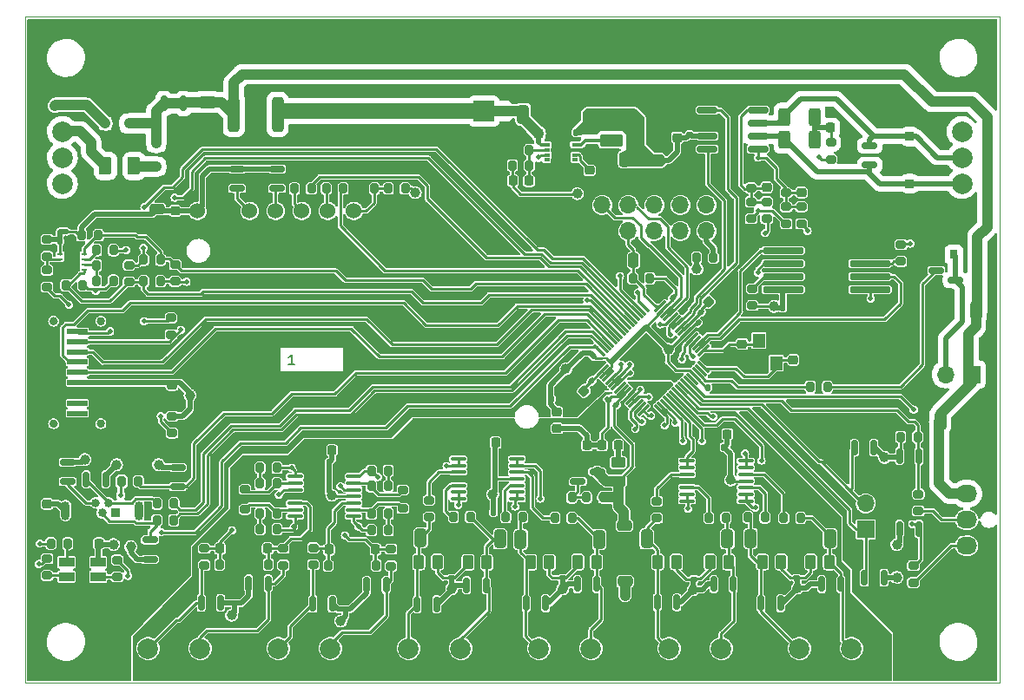
<source format=gbr>
%TF.GenerationSoftware,KiCad,Pcbnew,6.0.5-a6ca702e91~116~ubuntu20.04.1*%
%TF.CreationDate,2022-06-15T16:45:57-04:00*%
%TF.ProjectId,CAN-Acquisition-Module,43414e2d-4163-4717-9569-736974696f6e,rev?*%
%TF.SameCoordinates,Original*%
%TF.FileFunction,Copper,L1,Top*%
%TF.FilePolarity,Positive*%
%FSLAX46Y46*%
G04 Gerber Fmt 4.6, Leading zero omitted, Abs format (unit mm)*
G04 Created by KiCad (PCBNEW 6.0.5-a6ca702e91~116~ubuntu20.04.1) date 2022-06-15 16:45:57*
%MOMM*%
%LPD*%
G01*
G04 APERTURE LIST*
G04 Aperture macros list*
%AMRoundRect*
0 Rectangle with rounded corners*
0 $1 Rounding radius*
0 $2 $3 $4 $5 $6 $7 $8 $9 X,Y pos of 4 corners*
0 Add a 4 corners polygon primitive as box body*
4,1,4,$2,$3,$4,$5,$6,$7,$8,$9,$2,$3,0*
0 Add four circle primitives for the rounded corners*
1,1,$1+$1,$2,$3*
1,1,$1+$1,$4,$5*
1,1,$1+$1,$6,$7*
1,1,$1+$1,$8,$9*
0 Add four rect primitives between the rounded corners*
20,1,$1+$1,$2,$3,$4,$5,0*
20,1,$1+$1,$4,$5,$6,$7,0*
20,1,$1+$1,$6,$7,$8,$9,0*
20,1,$1+$1,$8,$9,$2,$3,0*%
%AMFreePoly0*
4,1,6,0.500000,-0.850000,-0.500000,-0.850000,-0.500000,0.550000,-0.200000,0.850000,0.500000,0.850000,0.500000,-0.850000,0.500000,-0.850000,$1*%
G04 Aperture macros list end*
%TA.AperFunction,Profile*%
%ADD10C,0.100000*%
%TD*%
%ADD11C,0.200000*%
%TA.AperFunction,NonConductor*%
%ADD12C,0.200000*%
%TD*%
%TA.AperFunction,EtchedComponent*%
%ADD13C,0.400000*%
%TD*%
%TA.AperFunction,SMDPad,CuDef*%
%ADD14RoundRect,0.250000X-0.325000X-0.650000X0.325000X-0.650000X0.325000X0.650000X-0.325000X0.650000X0*%
%TD*%
%TA.AperFunction,SMDPad,CuDef*%
%ADD15RoundRect,0.200000X-0.200000X-0.275000X0.200000X-0.275000X0.200000X0.275000X-0.200000X0.275000X0*%
%TD*%
%TA.AperFunction,SMDPad,CuDef*%
%ADD16RoundRect,0.140000X-0.140000X-0.170000X0.140000X-0.170000X0.140000X0.170000X-0.140000X0.170000X0*%
%TD*%
%TA.AperFunction,SMDPad,CuDef*%
%ADD17RoundRect,0.200000X-0.275000X0.200000X-0.275000X-0.200000X0.275000X-0.200000X0.275000X0.200000X0*%
%TD*%
%TA.AperFunction,ComponentPad*%
%ADD18C,1.524000*%
%TD*%
%TA.AperFunction,SMDPad,CuDef*%
%ADD19RoundRect,0.200000X0.200000X0.275000X-0.200000X0.275000X-0.200000X-0.275000X0.200000X-0.275000X0*%
%TD*%
%TA.AperFunction,SMDPad,CuDef*%
%ADD20RoundRect,0.140000X0.170000X-0.140000X0.170000X0.140000X-0.170000X0.140000X-0.170000X-0.140000X0*%
%TD*%
%TA.AperFunction,SMDPad,CuDef*%
%ADD21RoundRect,0.140000X0.140000X0.170000X-0.140000X0.170000X-0.140000X-0.170000X0.140000X-0.170000X0*%
%TD*%
%TA.AperFunction,SMDPad,CuDef*%
%ADD22RoundRect,0.200000X0.275000X-0.200000X0.275000X0.200000X-0.275000X0.200000X-0.275000X-0.200000X0*%
%TD*%
%TA.AperFunction,SMDPad,CuDef*%
%ADD23RoundRect,0.150000X0.150000X-0.587500X0.150000X0.587500X-0.150000X0.587500X-0.150000X-0.587500X0*%
%TD*%
%TA.AperFunction,SMDPad,CuDef*%
%ADD24RoundRect,0.225000X-0.225000X-0.250000X0.225000X-0.250000X0.225000X0.250000X-0.225000X0.250000X0*%
%TD*%
%TA.AperFunction,SMDPad,CuDef*%
%ADD25RoundRect,0.250000X-0.312500X-0.625000X0.312500X-0.625000X0.312500X0.625000X-0.312500X0.625000X0*%
%TD*%
%TA.AperFunction,SMDPad,CuDef*%
%ADD26RoundRect,0.150000X-0.150000X0.587500X-0.150000X-0.587500X0.150000X-0.587500X0.150000X0.587500X0*%
%TD*%
%TA.AperFunction,SMDPad,CuDef*%
%ADD27RoundRect,0.150000X0.587500X0.150000X-0.587500X0.150000X-0.587500X-0.150000X0.587500X-0.150000X0*%
%TD*%
%TA.AperFunction,SMDPad,CuDef*%
%ADD28RoundRect,0.250000X0.250000X0.475000X-0.250000X0.475000X-0.250000X-0.475000X0.250000X-0.475000X0*%
%TD*%
%TA.AperFunction,SMDPad,CuDef*%
%ADD29RoundRect,0.225000X0.225000X0.250000X-0.225000X0.250000X-0.225000X-0.250000X0.225000X-0.250000X0*%
%TD*%
%TA.AperFunction,SMDPad,CuDef*%
%ADD30RoundRect,0.250000X0.375000X0.625000X-0.375000X0.625000X-0.375000X-0.625000X0.375000X-0.625000X0*%
%TD*%
%TA.AperFunction,SMDPad,CuDef*%
%ADD31RoundRect,0.225000X0.250000X-0.225000X0.250000X0.225000X-0.250000X0.225000X-0.250000X-0.225000X0*%
%TD*%
%TA.AperFunction,SMDPad,CuDef*%
%ADD32RoundRect,0.250000X0.325000X0.650000X-0.325000X0.650000X-0.325000X-0.650000X0.325000X-0.650000X0*%
%TD*%
%TA.AperFunction,ComponentPad*%
%ADD33R,1.700000X1.700000*%
%TD*%
%TA.AperFunction,ComponentPad*%
%ADD34O,1.700000X1.700000*%
%TD*%
%TA.AperFunction,ComponentPad*%
%ADD35C,2.000000*%
%TD*%
%TA.AperFunction,SMDPad,CuDef*%
%ADD36RoundRect,0.250000X-0.475000X0.250000X-0.475000X-0.250000X0.475000X-0.250000X0.475000X0.250000X0*%
%TD*%
%TA.AperFunction,SMDPad,CuDef*%
%ADD37R,0.900000X0.800000*%
%TD*%
%TA.AperFunction,SMDPad,CuDef*%
%ADD38RoundRect,0.225000X-0.250000X0.225000X-0.250000X-0.225000X0.250000X-0.225000X0.250000X0.225000X0*%
%TD*%
%TA.AperFunction,SMDPad,CuDef*%
%ADD39R,0.550000X0.300000*%
%TD*%
%TA.AperFunction,SMDPad,CuDef*%
%ADD40R,1.400000X1.600000*%
%TD*%
%TA.AperFunction,SMDPad,CuDef*%
%ADD41RoundRect,0.218750X-0.335876X-0.026517X-0.026517X-0.335876X0.335876X0.026517X0.026517X0.335876X0*%
%TD*%
%TA.AperFunction,SMDPad,CuDef*%
%ADD42RoundRect,0.150000X-0.587500X-0.150000X0.587500X-0.150000X0.587500X0.150000X-0.587500X0.150000X0*%
%TD*%
%TA.AperFunction,SMDPad,CuDef*%
%ADD43RoundRect,0.140000X-0.021213X0.219203X-0.219203X0.021213X0.021213X-0.219203X0.219203X-0.021213X0*%
%TD*%
%TA.AperFunction,SMDPad,CuDef*%
%ADD44RoundRect,0.218750X0.256250X-0.218750X0.256250X0.218750X-0.256250X0.218750X-0.256250X-0.218750X0*%
%TD*%
%TA.AperFunction,SMDPad,CuDef*%
%ADD45RoundRect,0.250000X0.475000X-0.250000X0.475000X0.250000X-0.475000X0.250000X-0.475000X-0.250000X0*%
%TD*%
%TA.AperFunction,ComponentPad*%
%ADD46R,2.000000X2.000000*%
%TD*%
%TA.AperFunction,SMDPad,CuDef*%
%ADD47RoundRect,0.140000X-0.219203X-0.021213X-0.021213X-0.219203X0.219203X0.021213X0.021213X0.219203X0*%
%TD*%
%TA.AperFunction,SMDPad,CuDef*%
%ADD48R,1.500000X0.900000*%
%TD*%
%TA.AperFunction,SMDPad,CuDef*%
%ADD49RoundRect,0.100000X0.637500X0.100000X-0.637500X0.100000X-0.637500X-0.100000X0.637500X-0.100000X0*%
%TD*%
%TA.AperFunction,SMDPad,CuDef*%
%ADD50RoundRect,0.250000X0.450000X-0.262500X0.450000X0.262500X-0.450000X0.262500X-0.450000X-0.262500X0*%
%TD*%
%TA.AperFunction,SMDPad,CuDef*%
%ADD51RoundRect,0.250000X-0.262500X-0.450000X0.262500X-0.450000X0.262500X0.450000X-0.262500X0.450000X0*%
%TD*%
%TA.AperFunction,SMDPad,CuDef*%
%ADD52RoundRect,0.225000X-0.335876X-0.017678X-0.017678X-0.335876X0.335876X0.017678X0.017678X0.335876X0*%
%TD*%
%TA.AperFunction,SMDPad,CuDef*%
%ADD53RoundRect,0.150000X-0.825000X-0.150000X0.825000X-0.150000X0.825000X0.150000X-0.825000X0.150000X0*%
%TD*%
%TA.AperFunction,ComponentPad*%
%ADD54R,0.840000X0.840000*%
%TD*%
%TA.AperFunction,ComponentPad*%
%ADD55C,0.840000*%
%TD*%
%TA.AperFunction,ComponentPad*%
%ADD56O,0.850000X1.850000*%
%TD*%
%TA.AperFunction,SMDPad,CuDef*%
%ADD57RoundRect,0.250000X0.850000X-0.375000X0.850000X0.375000X-0.850000X0.375000X-0.850000X-0.375000X0*%
%TD*%
%TA.AperFunction,SMDPad,CuDef*%
%ADD58RoundRect,0.218750X-0.218750X-0.256250X0.218750X-0.256250X0.218750X0.256250X-0.218750X0.256250X0*%
%TD*%
%TA.AperFunction,SMDPad,CuDef*%
%ADD59RoundRect,0.250000X-0.650000X0.325000X-0.650000X-0.325000X0.650000X-0.325000X0.650000X0.325000X0*%
%TD*%
%TA.AperFunction,SMDPad,CuDef*%
%ADD60RoundRect,0.150000X1.837500X0.150000X-1.837500X0.150000X-1.837500X-0.150000X1.837500X-0.150000X0*%
%TD*%
%TA.AperFunction,SMDPad,CuDef*%
%ADD61RoundRect,0.250000X0.262500X0.450000X-0.262500X0.450000X-0.262500X-0.450000X0.262500X-0.450000X0*%
%TD*%
%TA.AperFunction,ComponentPad*%
%ADD62R,2.030000X1.730000*%
%TD*%
%TA.AperFunction,ComponentPad*%
%ADD63O,2.030000X1.730000*%
%TD*%
%TA.AperFunction,SMDPad,CuDef*%
%ADD64R,2.000000X0.500000*%
%TD*%
%TA.AperFunction,SMDPad,CuDef*%
%ADD65R,1.000000X1.000000*%
%TD*%
%TA.AperFunction,SMDPad,CuDef*%
%ADD66R,0.550000X0.250000*%
%TD*%
%TA.AperFunction,SMDPad,CuDef*%
%ADD67FreePoly0,180.000000*%
%TD*%
%TA.AperFunction,SMDPad,CuDef*%
%ADD68RoundRect,0.250000X-0.312500X-1.450000X0.312500X-1.450000X0.312500X1.450000X-0.312500X1.450000X0*%
%TD*%
%TA.AperFunction,SMDPad,CuDef*%
%ADD69R,0.800000X0.900000*%
%TD*%
%TA.AperFunction,SMDPad,CuDef*%
%ADD70RoundRect,0.140000X-0.170000X0.140000X-0.170000X-0.140000X0.170000X-0.140000X0.170000X0.140000X0*%
%TD*%
%TA.AperFunction,SMDPad,CuDef*%
%ADD71R,1.200000X1.400000*%
%TD*%
%TA.AperFunction,SMDPad,CuDef*%
%ADD72RoundRect,0.218750X-0.256250X0.218750X-0.256250X-0.218750X0.256250X-0.218750X0.256250X0.218750X0*%
%TD*%
%TA.AperFunction,SMDPad,CuDef*%
%ADD73RoundRect,0.140000X0.219203X0.021213X0.021213X0.219203X-0.219203X-0.021213X-0.021213X-0.219203X0*%
%TD*%
%TA.AperFunction,SMDPad,CuDef*%
%ADD74RoundRect,0.062500X0.530330X-0.441942X-0.441942X0.530330X-0.530330X0.441942X0.441942X-0.530330X0*%
%TD*%
%TA.AperFunction,SMDPad,CuDef*%
%ADD75RoundRect,0.062500X0.530330X0.441942X0.441942X0.530330X-0.530330X-0.441942X-0.441942X-0.530330X0*%
%TD*%
%TA.AperFunction,ViaPad*%
%ADD76C,1.000000*%
%TD*%
%TA.AperFunction,ViaPad*%
%ADD77C,0.514000*%
%TD*%
%TA.AperFunction,Conductor*%
%ADD78C,0.500000*%
%TD*%
%TA.AperFunction,Conductor*%
%ADD79C,1.000000*%
%TD*%
%TA.AperFunction,Conductor*%
%ADD80C,0.250000*%
%TD*%
%TA.AperFunction,Conductor*%
%ADD81C,1.500000*%
%TD*%
%TA.AperFunction,Conductor*%
%ADD82C,0.200000*%
%TD*%
%TA.AperFunction,Conductor*%
%ADD83C,0.300000*%
%TD*%
%TA.AperFunction,Conductor*%
%ADD84C,0.228600*%
%TD*%
G04 APERTURE END LIST*
D10*
X20000000Y-90000000D02*
X115000000Y-90000000D01*
X115000000Y-90000000D02*
X115000000Y-25000000D01*
X115000000Y-25000000D02*
X20000000Y-25000000D01*
X20000000Y-25000000D02*
X20000000Y-90000000D01*
D11*
D12*
X46285714Y-58952380D02*
X45714285Y-58952380D01*
X46000000Y-58952380D02*
X46000000Y-57952380D01*
X45904761Y-58095238D01*
X45809523Y-58190476D01*
X45714285Y-58238095D01*
%TO.C,U10*%
D13*
X23000000Y-54700000D02*
G75*
G03*
X23000000Y-54700000I-200000J0D01*
G01*
X27600000Y-54700000D02*
G75*
G03*
X27600000Y-54700000I-200000J0D01*
G01*
X27600000Y-64700000D02*
G75*
G03*
X27600000Y-64700000I-200000J0D01*
G01*
X23000000Y-64700000D02*
G75*
G03*
X23000000Y-64700000I-200000J0D01*
G01*
%TD*%
D14*
%TO.P,C46,1*%
%TO.N,Net-(C46-Pad1)*%
X90737500Y-75900000D03*
%TO.P,C46,2*%
%TO.N,GNDA*%
X93687500Y-75900000D03*
%TD*%
D15*
%TO.P,R50,1*%
%TO.N,+3V3*%
X25525000Y-46300000D03*
%TO.P,R50,2*%
%TO.N,/MCU/I2C_SCL*%
X27175000Y-46300000D03*
%TD*%
D14*
%TO.P,C68,1*%
%TO.N,Net-(C68-Pad1)*%
X58575000Y-75848400D03*
%TO.P,C68,2*%
%TO.N,GNDA*%
X61525000Y-75848400D03*
%TD*%
D15*
%TO.P,R78,1*%
%TO.N,Net-(R78-Pad1)*%
X61775000Y-73800000D03*
%TO.P,R78,2*%
%TO.N,Net-(C66-Pad1)*%
X63425000Y-73800000D03*
%TD*%
D16*
%TO.P,C17,1*%
%TO.N,+3V3*%
X71330000Y-62310000D03*
%TO.P,C17,2*%
%TO.N,GND*%
X72290000Y-62310000D03*
%TD*%
D17*
%TO.P,R62,1*%
%TO.N,GNDA*%
X41450000Y-69475000D03*
%TO.P,R62,2*%
%TO.N,Net-(R62-Pad2)*%
X41450000Y-71125000D03*
%TD*%
D18*
%TO.P,U7,1,VDD*%
%TO.N,+3V3*%
X36827701Y-43950000D03*
%TO.P,U7,2,GND*%
%TO.N,GND*%
X39367701Y-43950000D03*
%TO.P,U7,3,TX/SCL*%
%TO.N,Net-(D19-Pad1)*%
X41907701Y-43950000D03*
%TO.P,U7,4,RX/SDA*%
%TO.N,Net-(D20-Pad1)*%
X44447701Y-43950000D03*
%TO.P,U7,5,RDY*%
%TO.N,Net-(R41-Pad1)*%
X46987701Y-43950000D03*
%TO.P,U7,6,PWM*%
%TO.N,Net-(R40-Pad1)*%
X49527701Y-43950000D03*
%TO.P,U7,7,SEL*%
%TO.N,Net-(R42-Pad2)*%
X52067701Y-43950000D03*
%TD*%
D15*
%TO.P,R34,1*%
%TO.N,Net-(R34-Pad1)*%
X93975000Y-73900000D03*
%TO.P,R34,2*%
%TO.N,Net-(C44-Pad1)*%
X95625000Y-73900000D03*
%TD*%
D19*
%TO.P,R71,1*%
%TO.N,Net-(R64-Pad2)*%
X55425000Y-75100000D03*
%TO.P,R71,2*%
%TO.N,/ADC9*%
X53775000Y-75100000D03*
%TD*%
D20*
%TO.P,C54,1*%
%TO.N,+1V8*%
X61600000Y-79780000D03*
%TO.P,C54,2*%
%TO.N,GNDA*%
X61600000Y-78820000D03*
%TD*%
D19*
%TO.P,R16,1*%
%TO.N,+3V3*%
X80910000Y-50500000D03*
%TO.P,R16,2*%
%TO.N,/MCU/nRESET*%
X79260000Y-50500000D03*
%TD*%
D21*
%TO.P,C62,1*%
%TO.N,+1V8*%
X65680000Y-73350000D03*
%TO.P,C62,2*%
%TO.N,GNDA*%
X64720000Y-73350000D03*
%TD*%
D22*
%TO.P,R13,1*%
%TO.N,+3V3*%
X90900000Y-53175000D03*
%TO.P,R13,2*%
%TO.N,Net-(R13-Pad2)*%
X90900000Y-51525000D03*
%TD*%
D17*
%TO.P,R80,1*%
%TO.N,Net-(R80-Pad1)*%
X59400000Y-72175000D03*
%TO.P,R80,2*%
%TO.N,Net-(C68-Pad1)*%
X59400000Y-73825000D03*
%TD*%
D23*
%TO.P,D28,1,CH1*%
%TO.N,Net-(C68-Pad1)*%
X58250000Y-82337500D03*
%TO.P,D28,2,VP*%
%TO.N,+1V8*%
X60150000Y-82337500D03*
%TO.P,D28,3,VN*%
%TO.N,GNDA*%
X59200000Y-80462500D03*
%TD*%
D15*
%TO.P,R58,1*%
%TO.N,Net-(C57-Pad1)*%
X49565000Y-78555000D03*
%TO.P,R58,2*%
%TO.N,GNDA*%
X51215000Y-78555000D03*
%TD*%
D17*
%TO.P,R5,1*%
%TO.N,/MCU/FAN_PWM_CTRL*%
X106600000Y-78575000D03*
%TO.P,R5,2*%
%TO.N,Net-(J1-Pad4)*%
X106600000Y-80225000D03*
%TD*%
D20*
%TO.P,C53,1*%
%TO.N,+1V8*%
X95212500Y-79780000D03*
%TO.P,C53,2*%
%TO.N,GNDA*%
X95212500Y-78820000D03*
%TD*%
D24*
%TO.P,C5,1*%
%TO.N,VBUS*%
X109125000Y-66400000D03*
%TO.P,C5,2*%
%TO.N,GND*%
X110675000Y-66400000D03*
%TD*%
D25*
%TO.P,R17,1*%
%TO.N,/CANbus/CAN_L{slash}GRN*%
X94037500Y-37000000D03*
%TO.P,R17,2*%
%TO.N,/CANbus/SPLIT*%
X96962500Y-37000000D03*
%TD*%
D26*
%TO.P,D16,1,CH1*%
%TO.N,Net-(C45-Pad1)*%
X89050000Y-80362500D03*
%TO.P,D16,2,VP*%
%TO.N,+1V8*%
X87150000Y-80362500D03*
%TO.P,D16,3,VN*%
%TO.N,GNDA*%
X88100000Y-82237500D03*
%TD*%
D27*
%TO.P,D19,1,CH1*%
%TO.N,Net-(D19-Pad1)*%
X40675000Y-41750000D03*
%TO.P,D19,2,VP*%
%TO.N,+3V3*%
X40675000Y-39850000D03*
%TO.P,D19,3,VN*%
%TO.N,GND*%
X38800000Y-40800000D03*
%TD*%
D19*
%TO.P,R15,1*%
%TO.N,Net-(J4-Pad9)*%
X87125000Y-48500000D03*
%TO.P,R15,2*%
%TO.N,+3V3*%
X85475000Y-48500000D03*
%TD*%
D28*
%TO.P,C12,1*%
%TO.N,+3V3*%
X75000000Y-34850000D03*
%TO.P,C12,2*%
%TO.N,GND*%
X73100000Y-34850000D03*
%TD*%
D17*
%TO.P,R61,1*%
%TO.N,GNDA*%
X56850000Y-69525000D03*
%TO.P,R61,2*%
%TO.N,Net-(R61-Pad2)*%
X56850000Y-71175000D03*
%TD*%
D29*
%TO.P,C19,1*%
%TO.N,+3.3VA*%
X74775000Y-66800000D03*
%TO.P,C19,2*%
%TO.N,GNDA*%
X73225000Y-66800000D03*
%TD*%
D27*
%TO.P,D20,1,CH1*%
%TO.N,Net-(D20-Pad1)*%
X44575000Y-41750000D03*
%TO.P,D20,2,VP*%
%TO.N,+3V3*%
X44575000Y-39850000D03*
%TO.P,D20,3,VN*%
%TO.N,GND*%
X42700000Y-40800000D03*
%TD*%
D30*
%TO.P,F1,1*%
%TO.N,Net-(D1-Pad2)*%
X30650000Y-39550000D03*
%TO.P,F1,2*%
%TO.N,/CANbus/V+{slash}RED*%
X27850000Y-39550000D03*
%TD*%
D26*
%TO.P,D25,1,CH1*%
%TO.N,Net-(C65-Pad1)*%
X75750000Y-80362500D03*
%TO.P,D25,2,VP*%
%TO.N,+1V8*%
X73850000Y-80362500D03*
%TO.P,D25,3,VN*%
%TO.N,GNDA*%
X74800000Y-82237500D03*
%TD*%
D31*
%TO.P,C36,1*%
%TO.N,+3V3*%
X83600000Y-36775000D03*
%TO.P,C36,2*%
%TO.N,GND*%
X83600000Y-35225000D03*
%TD*%
D32*
%TO.P,C66,1*%
%TO.N,Net-(C66-Pad1)*%
X66325000Y-75950000D03*
%TO.P,C66,2*%
%TO.N,GNDA*%
X63375000Y-75950000D03*
%TD*%
D33*
%TO.P,J2,1,Pin_1*%
%TO.N,VBUS*%
X112287500Y-59900000D03*
D34*
%TO.P,J2,2,Pin_2*%
%TO.N,Net-(D6-Pad2)*%
X109747500Y-59900000D03*
%TD*%
D28*
%TO.P,C13,1*%
%TO.N,+3V3*%
X78450000Y-38910000D03*
%TO.P,C13,2*%
%TO.N,GND*%
X76550000Y-38910000D03*
%TD*%
D35*
%TO.P,J6,1,Pin_1*%
%TO.N,GND*%
X111350000Y-43810000D03*
%TO.P,J6,2,Pin_2*%
%TO.N,/CANbus/CAN_L{slash}GRN*%
X111350000Y-41270000D03*
%TO.P,J6,3,Pin_3*%
%TO.N,/CANbus/CAN_H{slash}YEL*%
X111350000Y-38730000D03*
%TO.P,J6,4,Pin_4*%
%TO.N,/CANbus/V+{slash}RED*%
X111350000Y-36190000D03*
%TD*%
D29*
%TO.P,C55,1*%
%TO.N,Net-(C55-Pad1)*%
X54185000Y-76985000D03*
%TO.P,C55,2*%
%TO.N,GNDA*%
X52635000Y-76985000D03*
%TD*%
D31*
%TO.P,C39,1*%
%TO.N,Net-(C39-Pad1)*%
X95700000Y-42125000D03*
%TO.P,C39,2*%
%TO.N,GND*%
X95700000Y-40575000D03*
%TD*%
D20*
%TO.P,C63,1*%
%TO.N,+1V8*%
X72400000Y-79780000D03*
%TO.P,C63,2*%
%TO.N,GNDA*%
X72400000Y-78820000D03*
%TD*%
D24*
%TO.P,C58,1*%
%TO.N,Net-(C58-Pad1)*%
X39025000Y-76900000D03*
%TO.P,C58,2*%
%TO.N,GNDA*%
X40575000Y-76900000D03*
%TD*%
D16*
%TO.P,C20,1*%
%TO.N,+3V3*%
X86550000Y-61160000D03*
%TO.P,C20,2*%
%TO.N,GND*%
X87510000Y-61160000D03*
%TD*%
D36*
%TO.P,C1,1*%
%TO.N,+1V8*%
X78450000Y-74650000D03*
%TO.P,C1,2*%
%TO.N,GNDA*%
X78450000Y-76550000D03*
%TD*%
D37*
%TO.P,D1,1,K*%
%TO.N,VBUS*%
X32800000Y-37300000D03*
%TO.P,D1,2,A*%
%TO.N,Net-(D1-Pad2)*%
X32800000Y-39600000D03*
%TD*%
D38*
%TO.P,C59,1*%
%TO.N,+3V3*%
X34350000Y-60925000D03*
%TO.P,C59,2*%
%TO.N,GND*%
X34350000Y-62475000D03*
%TD*%
D31*
%TO.P,C38,1*%
%TO.N,Net-(C38-Pad1)*%
X92300000Y-41650000D03*
%TO.P,C38,2*%
%TO.N,GND*%
X92300000Y-40100000D03*
%TD*%
D27*
%TO.P,D11,1,CH1*%
%TO.N,/MCU/USB_OTG_ID*%
X24175000Y-70350000D03*
%TO.P,D11,2,VP*%
%TO.N,+3V3*%
X24175000Y-68450000D03*
%TO.P,D11,3,VN*%
%TO.N,GND*%
X22300000Y-69400000D03*
%TD*%
D17*
%TO.P,R14,1*%
%TO.N,+3V3*%
X105400000Y-47225000D03*
%TO.P,R14,2*%
%TO.N,Net-(R14-Pad2)*%
X105400000Y-48875000D03*
%TD*%
D39*
%TO.P,U2,1,VIN*%
%TO.N,Net-(C7-Pad1)*%
X70872500Y-37470000D03*
%TO.P,U2,2,FB*%
%TO.N,Net-(C11-Pad2)*%
X70872500Y-37970000D03*
%TO.P,U2,3,EN*%
%TO.N,Net-(C7-Pad1)*%
X70872500Y-38470000D03*
%TO.P,U2,4,NC*%
%TO.N,unconnected-(U2-Pad4)*%
X70872500Y-38970000D03*
%TO.P,U2,5,NC*%
%TO.N,unconnected-(U2-Pad5)*%
X73622500Y-38970000D03*
%TO.P,U2,6,VREG*%
%TO.N,Net-(C9-Pad1)*%
X73622500Y-38470000D03*
%TO.P,U2,7,VSS*%
%TO.N,GND*%
X73622500Y-37970000D03*
%TO.P,U2,8,SW*%
%TO.N,Net-(L3-Pad1)*%
X73622500Y-37470000D03*
D40*
%TO.P,U2,9,PAD*%
%TO.N,GND*%
X72247500Y-38220000D03*
%TD*%
D20*
%TO.P,C43,1*%
%TO.N,+1V8*%
X51250000Y-82855000D03*
%TO.P,C43,2*%
%TO.N,GNDA*%
X51250000Y-81895000D03*
%TD*%
D41*
%TO.P,L5,1*%
%TO.N,GND*%
X73693153Y-62843153D03*
%TO.P,L5,2*%
%TO.N,GNDA*%
X74806847Y-63956847D03*
%TD*%
D23*
%TO.P,D23,1,CH1*%
%TO.N,Net-(D23-Pad1)*%
X48060000Y-82302500D03*
%TO.P,D23,2,VP*%
%TO.N,+1V8*%
X49960000Y-82302500D03*
%TO.P,D23,3,VN*%
%TO.N,GNDA*%
X49010000Y-80427500D03*
%TD*%
D42*
%TO.P,D14,1,CH1*%
%TO.N,Net-(D14-Pad1)*%
X32187250Y-76055250D03*
%TO.P,D14,2,VP*%
%TO.N,+3V3*%
X32187250Y-77955250D03*
%TO.P,D14,3,VN*%
%TO.N,GND*%
X34062250Y-77005250D03*
%TD*%
D26*
%TO.P,D3,1,K*%
%TO.N,VBUS*%
X35450000Y-33462500D03*
%TO.P,D3,2,K*%
X33550000Y-33462500D03*
%TO.P,D3,3,A*%
%TO.N,GND*%
X34500000Y-35337500D03*
%TD*%
D23*
%TO.P,D18,1,CH1*%
%TO.N,Net-(C47-Pad1)*%
X81650000Y-82137500D03*
%TO.P,D18,2,VP*%
%TO.N,+1V8*%
X83550000Y-82137500D03*
%TO.P,D18,3,VN*%
%TO.N,GNDA*%
X82600000Y-80262500D03*
%TD*%
D15*
%TO.P,R81,1*%
%TO.N,Net-(R81-Pad1)*%
X66875000Y-73822600D03*
%TO.P,R81,2*%
%TO.N,Net-(C67-Pad1)*%
X68525000Y-73822600D03*
%TD*%
D43*
%TO.P,C21,1*%
%TO.N,+3.3VA*%
X76839411Y-62360589D03*
%TO.P,C21,2*%
%TO.N,GNDA*%
X76160589Y-63039411D03*
%TD*%
D20*
%TO.P,C64,1*%
%TO.N,+1V8*%
X85200000Y-79880000D03*
%TO.P,C64,2*%
%TO.N,GNDA*%
X85200000Y-78920000D03*
%TD*%
D33*
%TO.P,J4,1,Pin_1*%
%TO.N,GND*%
X76270000Y-45900000D03*
D34*
%TO.P,J4,2,Pin_2*%
%TO.N,/MCU/UART0_RX*%
X76270000Y-43360000D03*
%TO.P,J4,3,Pin_3*%
%TO.N,/MCU/nRESET*%
X78810000Y-45900000D03*
%TO.P,J4,4,Pin_4*%
%TO.N,/MCU/UART0_TX*%
X78810000Y-43360000D03*
%TO.P,J4,5,Pin_5*%
%TO.N,/MCU/ICE_CLK*%
X81350000Y-45900000D03*
%TO.P,J4,6,Pin_6*%
%TO.N,unconnected-(J4-Pad6)*%
X81350000Y-43360000D03*
%TO.P,J4,7,Pin_7*%
%TO.N,/MCU/ICE_DAT*%
X83890000Y-45900000D03*
%TO.P,J4,8,Pin_8*%
%TO.N,unconnected-(J4-Pad8)*%
X83890000Y-43360000D03*
%TO.P,J4,9,Pin_9*%
%TO.N,Net-(J4-Pad9)*%
X86430000Y-45900000D03*
%TO.P,J4,10,Pin_10*%
%TO.N,unconnected-(J4-Pad10)*%
X86430000Y-43360000D03*
%TD*%
D24*
%TO.P,C33,1*%
%TO.N,/CANbus/SPLIT*%
X98525000Y-35800000D03*
%TO.P,C33,2*%
%TO.N,GND*%
X100075000Y-35800000D03*
%TD*%
D19*
%TO.P,R51,1*%
%TO.N,+3V3*%
X25625000Y-51200000D03*
%TO.P,R51,2*%
%TO.N,/MCU/I2C_SDA*%
X23975000Y-51200000D03*
%TD*%
D22*
%TO.P,R60,1*%
%TO.N,GNDA*%
X56850000Y-74625000D03*
%TO.P,R60,2*%
%TO.N,Net-(R60-Pad2)*%
X56850000Y-72975000D03*
%TD*%
%TO.P,R52,1*%
%TO.N,Net-(D23-Pad1)*%
X48110000Y-78470000D03*
%TO.P,R52,2*%
%TO.N,Net-(C57-Pad1)*%
X48110000Y-76820000D03*
%TD*%
D44*
%TO.P,L6,1*%
%TO.N,GND*%
X22185000Y-74107500D03*
%TO.P,L6,2*%
%TO.N,Net-(J7-Pad6)*%
X22185000Y-72532500D03*
%TD*%
D26*
%TO.P,D5,1,CH1*%
%TO.N,/MCU/FAN_TACH*%
X107150000Y-67862500D03*
%TO.P,D5,2,VP*%
%TO.N,+3V3*%
X105250000Y-67862500D03*
%TO.P,D5,3,VN*%
%TO.N,GND*%
X106200000Y-69737500D03*
%TD*%
D19*
%TO.P,R68,1*%
%TO.N,Net-(R65-Pad2)*%
X55425000Y-69300000D03*
%TO.P,R68,2*%
%TO.N,/ADC8*%
X53775000Y-69300000D03*
%TD*%
D15*
%TO.P,R10,1*%
%TO.N,Net-(R10-Pad1)*%
X22530000Y-76400000D03*
%TO.P,R10,2*%
%TO.N,Net-(D7-Pad3)*%
X24180000Y-76400000D03*
%TD*%
D21*
%TO.P,C41,1*%
%TO.N,+1V8*%
X88130000Y-67000000D03*
%TO.P,C41,2*%
%TO.N,GNDA*%
X87170000Y-67000000D03*
%TD*%
D31*
%TO.P,C34,1*%
%TO.N,/CANbus/CAN_L{slash}GRN*%
X106250000Y-41275000D03*
%TO.P,C34,2*%
%TO.N,GND*%
X106250000Y-39725000D03*
%TD*%
D45*
%TO.P,C2,1*%
%TO.N,+1V8*%
X78500000Y-80100000D03*
%TO.P,C2,2*%
%TO.N,GNDA*%
X78500000Y-78200000D03*
%TD*%
D27*
%TO.P,D12,1,CH1*%
%TO.N,/MCU/USB_VBUS*%
X34897500Y-70850000D03*
%TO.P,D12,2,VP*%
%TO.N,+3V3*%
X34897500Y-68950000D03*
%TO.P,D12,3,VN*%
%TO.N,GND*%
X33022500Y-69900000D03*
%TD*%
D46*
%TO.P,C6,1*%
%TO.N,Net-(C6-Pad1)*%
X64750000Y-34200000D03*
D35*
%TO.P,C6,2*%
%TO.N,GND*%
X64750000Y-39200000D03*
%TD*%
%TO.P,J5,1,Pin_1*%
%TO.N,/CANbus/V+{slash}RED*%
X23650000Y-36190000D03*
%TO.P,J5,2,Pin_2*%
%TO.N,/CANbus/CAN_H{slash}YEL*%
X23650000Y-38730000D03*
%TO.P,J5,3,Pin_3*%
%TO.N,/CANbus/CAN_L{slash}GRN*%
X23650000Y-41270000D03*
%TO.P,J5,4,Pin_4*%
%TO.N,GND*%
X23650000Y-43810000D03*
%TD*%
D15*
%TO.P,R26,1*%
%TO.N,/Power/V_USB*%
X29412500Y-70330000D03*
%TO.P,R26,2*%
%TO.N,/MCU/USB_VBUS*%
X31062500Y-70330000D03*
%TD*%
D20*
%TO.P,C37,1*%
%TO.N,+3V3*%
X84800000Y-36480000D03*
%TO.P,C37,2*%
%TO.N,GND*%
X84800000Y-35520000D03*
%TD*%
D15*
%TO.P,R65,1*%
%TO.N,Net-(R61-Pad2)*%
X53775000Y-70800000D03*
%TO.P,R65,2*%
%TO.N,Net-(R65-Pad2)*%
X55425000Y-70800000D03*
%TD*%
D47*
%TO.P,C25,1*%
%TO.N,GND*%
X74560589Y-59860589D03*
%TO.P,C25,2*%
%TO.N,Net-(C23-Pad2)*%
X75239411Y-60539411D03*
%TD*%
D31*
%TO.P,C9,1*%
%TO.N,Net-(C9-Pad1)*%
X75050000Y-39975000D03*
%TO.P,C9,2*%
%TO.N,GND*%
X75050000Y-38425000D03*
%TD*%
D35*
%TO.P,J9,1,Pin_1*%
%TO.N,Net-(C47-Pad1)*%
X82800000Y-86650000D03*
%TO.P,J9,2,Pin_2*%
%TO.N,GNDA*%
X85340000Y-86650000D03*
%TO.P,J9,3,Pin_3*%
%TO.N,Net-(C45-Pad1)*%
X87880000Y-86650000D03*
%TO.P,J9,4,Pin_4*%
%TO.N,GNDA*%
X90420000Y-86650000D03*
%TD*%
D26*
%TO.P,D26,1,CH1*%
%TO.N,Net-(C66-Pad1)*%
X64950000Y-80462500D03*
%TO.P,D26,2,VP*%
%TO.N,+1V8*%
X63050000Y-80462500D03*
%TO.P,D26,3,VN*%
%TO.N,GNDA*%
X64000000Y-82337500D03*
%TD*%
D22*
%TO.P,R73,1*%
%TO.N,Net-(R72-Pad2)*%
X34250000Y-56025000D03*
%TO.P,R73,2*%
%TO.N,/MCU/PERIPHERAL_RESET*%
X34250000Y-54375000D03*
%TD*%
D17*
%TO.P,R25,1*%
%TO.N,Net-(C39-Pad1)*%
X95700000Y-43545000D03*
%TO.P,R25,2*%
%TO.N,/CANbus/CAN_PIN5*%
X95700000Y-45195000D03*
%TD*%
D35*
%TO.P,J10,1,Pin_1*%
%TO.N,Net-(D23-Pad1)*%
X44700000Y-86650000D03*
%TO.P,J10,2,Pin_2*%
%TO.N,GNDA*%
X47240000Y-86650000D03*
%TO.P,J10,3,Pin_3*%
%TO.N,Net-(D21-Pad1)*%
X49780000Y-86650000D03*
%TO.P,J10,4,Pin_4*%
%TO.N,GNDA*%
X52320000Y-86650000D03*
%TD*%
D15*
%TO.P,R40,1*%
%TO.N,Net-(R40-Pad1)*%
X49375000Y-41750000D03*
%TO.P,R40,2*%
%TO.N,/MCU/CO2_PWM*%
X51025000Y-41750000D03*
%TD*%
D48*
%TO.P,D7,1,A*%
%TO.N,+3V3*%
X27150000Y-78240000D03*
%TO.P,D7,2,BK*%
%TO.N,Net-(D7-Pad2)*%
X27150000Y-79640000D03*
%TO.P,D7,3,RK*%
%TO.N,Net-(D7-Pad3)*%
X24050000Y-78240000D03*
%TO.P,D7,4,GK*%
%TO.N,Net-(D7-Pad4)*%
X24050000Y-79640000D03*
%TD*%
D49*
%TO.P,U11,1*%
%TO.N,/ADC5*%
X67962500Y-72050000D03*
%TO.P,U11,2,-*%
X67962500Y-71400000D03*
%TO.P,U11,3,+*%
%TO.N,Net-(R81-Pad1)*%
X67962500Y-70750000D03*
%TO.P,U11,4,V+*%
%TO.N,+1V8*%
X67962500Y-70100000D03*
%TO.P,U11,5,+*%
%TO.N,Net-(R79-Pad1)*%
X67962500Y-69450000D03*
%TO.P,U11,6,-*%
%TO.N,/ADC4*%
X67962500Y-68800000D03*
%TO.P,U11,7*%
X67962500Y-68150000D03*
%TO.P,U11,8*%
%TO.N,/ADC7*%
X62237500Y-68150000D03*
%TO.P,U11,9,-*%
X62237500Y-68800000D03*
%TO.P,U11,10,+*%
%TO.N,Net-(R80-Pad1)*%
X62237500Y-69450000D03*
%TO.P,U11,11,V-*%
%TO.N,GNDA*%
X62237500Y-70100000D03*
%TO.P,U11,12,+*%
%TO.N,Net-(R78-Pad1)*%
X62237500Y-70750000D03*
%TO.P,U11,13,-*%
%TO.N,/ADC6*%
X62237500Y-71400000D03*
%TO.P,U11,14*%
X62237500Y-72050000D03*
%TD*%
D24*
%TO.P,C8,1*%
%TO.N,Net-(C7-Pad1)*%
X70085000Y-36400000D03*
%TO.P,C8,2*%
%TO.N,GND*%
X71635000Y-36400000D03*
%TD*%
D17*
%TO.P,R6,1*%
%TO.N,/MCU/FAN_TACH*%
X107100000Y-71575000D03*
%TO.P,R6,2*%
%TO.N,Net-(J1-Pad3)*%
X107100000Y-73225000D03*
%TD*%
D50*
%TO.P,R1,1*%
%TO.N,+1V8*%
X77850000Y-70312500D03*
%TO.P,R1,2*%
%TO.N,Net-(L1-Pad2)*%
X77850000Y-68487500D03*
%TD*%
D38*
%TO.P,C35,1*%
%TO.N,/CANbus/CAN_H{slash}YEL*%
X106250000Y-36675000D03*
%TO.P,C35,2*%
%TO.N,GND*%
X106250000Y-38225000D03*
%TD*%
D51*
%TO.P,R75,1*%
%TO.N,+1V8*%
X63187500Y-78251600D03*
%TO.P,R75,2*%
%TO.N,Net-(C66-Pad1)*%
X65012500Y-78251600D03*
%TD*%
D49*
%TO.P,U6,1*%
%TO.N,/ADC1*%
X90262500Y-72250000D03*
%TO.P,U6,2,-*%
X90262500Y-71600000D03*
%TO.P,U6,3,+*%
%TO.N,Net-(R36-Pad1)*%
X90262500Y-70950000D03*
%TO.P,U6,4,V+*%
%TO.N,+1V8*%
X90262500Y-70300000D03*
%TO.P,U6,5,+*%
%TO.N,Net-(R34-Pad1)*%
X90262500Y-69650000D03*
%TO.P,U6,6,-*%
%TO.N,/ADC0*%
X90262500Y-69000000D03*
%TO.P,U6,7*%
X90262500Y-68350000D03*
%TO.P,U6,8*%
%TO.N,/ADC3*%
X84537500Y-68350000D03*
%TO.P,U6,9,-*%
X84537500Y-69000000D03*
%TO.P,U6,10,+*%
%TO.N,Net-(R35-Pad1)*%
X84537500Y-69650000D03*
%TO.P,U6,11,V-*%
%TO.N,GNDA*%
X84537500Y-70300000D03*
%TO.P,U6,12,+*%
%TO.N,Net-(R33-Pad1)*%
X84537500Y-70950000D03*
%TO.P,U6,13,-*%
%TO.N,/ADC2*%
X84537500Y-71600000D03*
%TO.P,U6,14*%
X84537500Y-72250000D03*
%TD*%
D36*
%TO.P,C48,1*%
%TO.N,+3V3*%
X32900000Y-43750000D03*
%TO.P,C48,2*%
%TO.N,GND*%
X32900000Y-45650000D03*
%TD*%
D51*
%TO.P,R74,1*%
%TO.N,+1V8*%
X73887500Y-78200000D03*
%TO.P,R74,2*%
%TO.N,Net-(C65-Pad1)*%
X75712500Y-78200000D03*
%TD*%
D15*
%TO.P,R7,1*%
%TO.N,/MCU/POWER_OUT*%
X96575000Y-61100000D03*
%TO.P,R7,2*%
%TO.N,Net-(Q1-Pad1)*%
X98225000Y-61100000D03*
%TD*%
D52*
%TO.P,C23,1*%
%TO.N,GND*%
X73401992Y-60401992D03*
%TO.P,C23,2*%
%TO.N,Net-(C23-Pad2)*%
X74498008Y-61498008D03*
%TD*%
D21*
%TO.P,C14,1*%
%TO.N,+3V3*%
X73730000Y-36300000D03*
%TO.P,C14,2*%
%TO.N,GND*%
X72770000Y-36300000D03*
%TD*%
D42*
%TO.P,D10,1,K*%
%TO.N,/CANbus/CAN_H{slash}YEL*%
X102362500Y-37550000D03*
%TO.P,D10,2,K*%
%TO.N,/CANbus/CAN_L{slash}GRN*%
X102362500Y-39450000D03*
%TO.P,D10,3,A*%
%TO.N,GND*%
X104237500Y-38500000D03*
%TD*%
D53*
%TO.P,U5,1,D*%
%TO.N,/CANbus/CAN_TX*%
X86525000Y-34095000D03*
%TO.P,U5,2,GND*%
%TO.N,GND*%
X86525000Y-35365000D03*
%TO.P,U5,3,VCC*%
%TO.N,+3V3*%
X86525000Y-36635000D03*
%TO.P,U5,4,R*%
%TO.N,/CANbus/CAN_RX*%
X86525000Y-37905000D03*
%TO.P,U5,5,EN*%
%TO.N,Net-(C39-Pad1)*%
X91475000Y-37905000D03*
%TO.P,U5,6,CANL*%
%TO.N,/CANbus/CAN_L{slash}GRN*%
X91475000Y-36635000D03*
%TO.P,U5,7,CANH*%
%TO.N,/CANbus/CAN_H{slash}YEL*%
X91475000Y-35365000D03*
%TO.P,U5,8,Rs*%
%TO.N,Net-(C38-Pad1)*%
X91475000Y-34095000D03*
%TD*%
D35*
%TO.P,J8,1,Pin_1*%
%TO.N,Net-(C46-Pad1)*%
X95500000Y-86650000D03*
%TO.P,J8,2,Pin_2*%
%TO.N,GNDA*%
X98040000Y-86650000D03*
%TO.P,J8,3,Pin_3*%
%TO.N,Net-(C44-Pad1)*%
X100580000Y-86650000D03*
%TO.P,J8,4,Pin_4*%
%TO.N,GNDA*%
X103120000Y-86650000D03*
%TD*%
D22*
%TO.P,R63,1*%
%TO.N,GNDA*%
X41450000Y-74725000D03*
%TO.P,R63,2*%
%TO.N,Net-(R63-Pad2)*%
X41450000Y-73075000D03*
%TD*%
D15*
%TO.P,R70,1*%
%TO.N,Net-(R67-Pad2)*%
X42925000Y-75000000D03*
%TO.P,R70,2*%
%TO.N,/ADC10*%
X44575000Y-75000000D03*
%TD*%
D17*
%TO.P,R22,1*%
%TO.N,Net-(C38-Pad1)*%
X92300000Y-43050000D03*
%TO.P,R22,2*%
%TO.N,/CANbus/CAN_PIN8*%
X92300000Y-44700000D03*
%TD*%
D22*
%TO.P,R46,1*%
%TO.N,Net-(D20-Pad1)*%
X34650000Y-50825000D03*
%TO.P,R46,2*%
%TO.N,/MCU/I2C_SCL*%
X34650000Y-49175000D03*
%TD*%
D54*
%TO.P,J7,1,VBUS*%
%TO.N,/Power/V_USB*%
X28825000Y-73420000D03*
D55*
%TO.P,J7,2,D-*%
%TO.N,Net-(D13-Pad1)*%
X28175000Y-72420000D03*
%TO.P,J7,3,D+*%
%TO.N,Net-(D14-Pad1)*%
X27525000Y-73420000D03*
%TO.P,J7,4,ID*%
%TO.N,/MCU/USB_OTG_ID*%
X26875000Y-72420000D03*
%TO.P,J7,5,GND*%
%TO.N,GND*%
X26225000Y-73420000D03*
D56*
%TO.P,J7,6,Shield*%
%TO.N,Net-(J7-Pad6)*%
X23950000Y-73200000D03*
%TO.P,J7,7*%
%TO.N,N/C*%
X31100000Y-73200000D03*
%TD*%
D32*
%TO.P,C45,1*%
%TO.N,Net-(C45-Pad1)*%
X88475000Y-75950000D03*
%TO.P,C45,2*%
%TO.N,GNDA*%
X85525000Y-75950000D03*
%TD*%
D57*
%TO.P,L3,1*%
%TO.N,Net-(L3-Pad1)*%
X77180000Y-37035000D03*
%TO.P,L3,2*%
%TO.N,+3V3*%
X77180000Y-34885000D03*
%TD*%
D42*
%TO.P,U1,1,K*%
%TO.N,GNDA*%
X73912500Y-68450000D03*
%TO.P,U1,2,REF*%
%TO.N,Net-(R2-Pad2)*%
X73912500Y-70350000D03*
%TO.P,U1,3,A*%
%TO.N,+1V8*%
X75787500Y-69400000D03*
%TD*%
D58*
%TO.P,L1,1*%
%TO.N,+3.3VA*%
X76262500Y-66800000D03*
%TO.P,L1,2*%
%TO.N,Net-(L1-Pad2)*%
X77837500Y-66800000D03*
%TD*%
D59*
%TO.P,C3,1*%
%TO.N,VBUS*%
X37800000Y-33325000D03*
%TO.P,C3,2*%
%TO.N,GND*%
X37800000Y-36275000D03*
%TD*%
D47*
%TO.P,C26,1*%
%TO.N,+1V8*%
X77635589Y-62885589D03*
%TO.P,C26,2*%
%TO.N,GNDA*%
X78314411Y-63564411D03*
%TD*%
D60*
%TO.P,U4,1,~{CE}*%
%TO.N,/MCU/MEM_nSS*%
X102387500Y-51605000D03*
%TO.P,U4,2,SO*%
%TO.N,/MCU/MEM_MISO*%
X102387500Y-50335000D03*
%TO.P,U4,3,~{WP}*%
%TO.N,Net-(R14-Pad2)*%
X102387500Y-49065000D03*
%TO.P,U4,4,VSS*%
%TO.N,GND*%
X102387500Y-47795000D03*
%TO.P,U4,5,SI*%
%TO.N,/MCU/MEM_MOSI*%
X93912500Y-47795000D03*
%TO.P,U4,6,SCK*%
%TO.N,/MCU/MEM_CLK*%
X93912500Y-49065000D03*
%TO.P,U4,7,~{HOLD}*%
%TO.N,Net-(R13-Pad2)*%
X93912500Y-50335000D03*
%TO.P,U4,8,VDD*%
%TO.N,+3V3*%
X93912500Y-51605000D03*
%TD*%
D14*
%TO.P,C47,1*%
%TO.N,Net-(C47-Pad1)*%
X80625000Y-75950000D03*
%TO.P,C47,2*%
%TO.N,GNDA*%
X83575000Y-75950000D03*
%TD*%
D61*
%TO.P,R32,1*%
%TO.N,+1V8*%
X83512500Y-78200000D03*
%TO.P,R32,2*%
%TO.N,Net-(C47-Pad1)*%
X81687500Y-78200000D03*
%TD*%
D17*
%TO.P,R35,1*%
%TO.N,Net-(R35-Pad1)*%
X81600000Y-72275000D03*
%TO.P,R35,2*%
%TO.N,Net-(C47-Pad1)*%
X81600000Y-73925000D03*
%TD*%
D62*
%TO.P,J1,1,Pin_1*%
%TO.N,GND*%
X111800000Y-69000000D03*
D63*
%TO.P,J1,2,Pin_2*%
%TO.N,VBUS*%
X111800000Y-71540000D03*
%TO.P,J1,3,Pin_3*%
%TO.N,Net-(J1-Pad3)*%
X111800000Y-74080000D03*
%TO.P,J1,4,Pin_4*%
%TO.N,Net-(J1-Pad4)*%
X111800000Y-76620000D03*
%TD*%
D64*
%TO.P,U10,1,CS0*%
%TO.N,/MCU/SCREEN_SS*%
X25100000Y-55700000D03*
%TO.P,U10,2,RST*%
%TO.N,Net-(R72-Pad2)*%
X25100000Y-56700000D03*
%TO.P,U10,3,CD*%
%TO.N,/MCU/SCREEN_COMMAND{slash}DATA*%
X25100000Y-57700000D03*
%TO.P,U10,4,SCLK*%
%TO.N,/MCU/SCREEN_CLK*%
X25100000Y-58700000D03*
%TO.P,U10,5,SID*%
%TO.N,/MCU/SCREEN_MOSI*%
X25100000Y-59700000D03*
%TO.P,U10,6,VDD*%
%TO.N,+3V3*%
X25100000Y-60700000D03*
%TO.P,U10,7,VSS*%
%TO.N,GND*%
X25100000Y-61700000D03*
%TO.P,U10,8,NC*%
%TO.N,unconnected-(U10-Pad8)*%
X25100000Y-62700000D03*
%TO.P,U10,9,NC*%
%TO.N,unconnected-(U10-Pad9)*%
X25100000Y-63700000D03*
%TD*%
D19*
%TO.P,R2,1*%
%TO.N,+1V8*%
X76400000Y-71900000D03*
%TO.P,R2,2*%
%TO.N,Net-(R2-Pad2)*%
X74750000Y-71900000D03*
%TD*%
%TO.P,R48,1*%
%TO.N,Net-(D20-Pad1)*%
X33225000Y-50800000D03*
%TO.P,R48,2*%
%TO.N,/MCU/I2C_SDA*%
X31575000Y-50800000D03*
%TD*%
D51*
%TO.P,R29,1*%
%TO.N,+1V8*%
X96600000Y-78200000D03*
%TO.P,R29,2*%
%TO.N,Net-(C44-Pad1)*%
X98425000Y-78200000D03*
%TD*%
D19*
%TO.P,R3,1*%
%TO.N,Net-(R2-Pad2)*%
X73325000Y-71900000D03*
%TO.P,R3,2*%
%TO.N,GNDA*%
X71675000Y-71900000D03*
%TD*%
%TO.P,R36,1*%
%TO.N,Net-(R36-Pad1)*%
X92137500Y-73850000D03*
%TO.P,R36,2*%
%TO.N,Net-(C46-Pad1)*%
X90487500Y-73850000D03*
%TD*%
D15*
%TO.P,R33,1*%
%TO.N,Net-(R33-Pad1)*%
X86675000Y-73900000D03*
%TO.P,R33,2*%
%TO.N,Net-(C45-Pad1)*%
X88325000Y-73900000D03*
%TD*%
D38*
%TO.P,C30,1*%
%TO.N,Net-(C30-Pad1)*%
X89900000Y-56925000D03*
%TO.P,C30,2*%
%TO.N,GND*%
X89900000Y-58475000D03*
%TD*%
D15*
%TO.P,R27,1*%
%TO.N,Net-(D14-Pad1)*%
X32860000Y-74120000D03*
%TO.P,R27,2*%
%TO.N,/MCU/USB_D+*%
X34510000Y-74120000D03*
%TD*%
%TO.P,R79,1*%
%TO.N,Net-(R79-Pad1)*%
X71675000Y-73900000D03*
%TO.P,R79,2*%
%TO.N,Net-(C65-Pad1)*%
X73325000Y-73900000D03*
%TD*%
D23*
%TO.P,D24,1,CH1*%
%TO.N,Net-(D24-Pad1)*%
X37180000Y-82212500D03*
%TO.P,D24,2,VP*%
%TO.N,+1V8*%
X39080000Y-82212500D03*
%TO.P,D24,3,VN*%
%TO.N,GNDA*%
X38130000Y-80337500D03*
%TD*%
D17*
%TO.P,R45,1*%
%TO.N,Net-(R39-Pad2)*%
X22150000Y-49725000D03*
%TO.P,R45,2*%
%TO.N,/MCU/PERIPHERAL_RESET*%
X22150000Y-51375000D03*
%TD*%
D15*
%TO.P,R44,1*%
%TO.N,Net-(R44-Pad1)*%
X26985000Y-47770000D03*
%TO.P,R44,2*%
%TO.N,/MCU/HUMIDITY_ALERT*%
X28635000Y-47770000D03*
%TD*%
D19*
%TO.P,R37,1*%
%TO.N,+3V3*%
X28625000Y-50750000D03*
%TO.P,R37,2*%
%TO.N,Net-(R37-Pad2)*%
X26975000Y-50750000D03*
%TD*%
%TO.P,R66,1*%
%TO.N,Net-(R62-Pad2)*%
X44575000Y-70550000D03*
%TO.P,R66,2*%
%TO.N,Net-(R66-Pad2)*%
X42925000Y-70550000D03*
%TD*%
D49*
%TO.P,U9,1*%
%TO.N,/ADC9*%
X52042500Y-73750000D03*
%TO.P,U9,2,-*%
%TO.N,Net-(R60-Pad2)*%
X52042500Y-73100000D03*
%TO.P,U9,3,+*%
%TO.N,Net-(C57-Pad1)*%
X52042500Y-72450000D03*
%TO.P,U9,4,V+*%
%TO.N,+1V8*%
X52042500Y-71800000D03*
%TO.P,U9,5,+*%
%TO.N,Net-(C55-Pad1)*%
X52042500Y-71150000D03*
%TO.P,U9,6,-*%
%TO.N,Net-(R61-Pad2)*%
X52042500Y-70500000D03*
%TO.P,U9,7*%
%TO.N,/ADC8*%
X52042500Y-69850000D03*
%TO.P,U9,8*%
%TO.N,/ADC11*%
X46317500Y-69850000D03*
%TO.P,U9,9,-*%
%TO.N,Net-(R62-Pad2)*%
X46317500Y-70500000D03*
%TO.P,U9,10,+*%
%TO.N,Net-(C58-Pad1)*%
X46317500Y-71150000D03*
%TO.P,U9,11,V-*%
%TO.N,GNDA*%
X46317500Y-71800000D03*
%TO.P,U9,12,+*%
%TO.N,Net-(C56-Pad1)*%
X46317500Y-72450000D03*
%TO.P,U9,13,-*%
%TO.N,Net-(R63-Pad2)*%
X46317500Y-73100000D03*
%TO.P,U9,14*%
%TO.N,/ADC10*%
X46317500Y-73750000D03*
%TD*%
D35*
%TO.P,J12,1,Pin_1*%
%TO.N,Net-(C67-Pad1)*%
X70100000Y-86650000D03*
%TO.P,J12,2,Pin_2*%
%TO.N,GNDA*%
X72640000Y-86650000D03*
%TO.P,J12,3,Pin_3*%
%TO.N,Net-(C65-Pad1)*%
X75180000Y-86650000D03*
%TO.P,J12,4,Pin_4*%
%TO.N,GNDA*%
X77720000Y-86650000D03*
%TD*%
D26*
%TO.P,D15,1,CH1*%
%TO.N,Net-(C44-Pad1)*%
X99562500Y-80362500D03*
%TO.P,D15,2,VP*%
%TO.N,+1V8*%
X97662500Y-80362500D03*
%TO.P,D15,3,VN*%
%TO.N,GNDA*%
X98612500Y-82237500D03*
%TD*%
D22*
%TO.P,R19,1*%
%TO.N,+3V3*%
X90780000Y-44700000D03*
%TO.P,R19,2*%
%TO.N,Net-(C38-Pad1)*%
X90780000Y-43050000D03*
%TD*%
D65*
%TO.P,NT1,1,1*%
%TO.N,Net-(C6-Pad1)*%
X66540000Y-34200000D03*
%TO.P,NT1,2,2*%
%TO.N,Net-(C7-Pad1)*%
X67540000Y-34200000D03*
%TD*%
D16*
%TO.P,C50,1*%
%TO.N,+3V3*%
X23400000Y-46900000D03*
%TO.P,C50,2*%
%TO.N,GND*%
X24360000Y-46900000D03*
%TD*%
D32*
%TO.P,C10,1*%
%TO.N,VBUS*%
X112700000Y-53700000D03*
%TO.P,C10,2*%
%TO.N,GND*%
X109750000Y-53700000D03*
%TD*%
D47*
%TO.P,C28,1*%
%TO.N,Net-(C28-Pad1)*%
X85910589Y-53810589D03*
%TO.P,C28,2*%
%TO.N,GND*%
X86589411Y-54489411D03*
%TD*%
D15*
%TO.P,R64,1*%
%TO.N,Net-(R60-Pad2)*%
X53775000Y-73500000D03*
%TO.P,R64,2*%
%TO.N,Net-(R64-Pad2)*%
X55425000Y-73500000D03*
%TD*%
D26*
%TO.P,D4,1,CH1*%
%TO.N,/MCU/FAN_PWM_CTRL*%
X107150000Y-74962500D03*
%TO.P,D4,2,VP*%
%TO.N,+3V3*%
X105250000Y-74962500D03*
%TO.P,D4,3,VN*%
%TO.N,GND*%
X106200000Y-76837500D03*
%TD*%
D19*
%TO.P,R67,1*%
%TO.N,Net-(R63-Pad2)*%
X44575000Y-73450000D03*
%TO.P,R67,2*%
%TO.N,Net-(R67-Pad2)*%
X42925000Y-73450000D03*
%TD*%
D43*
%TO.P,C22,1*%
%TO.N,+3V3*%
X75389411Y-58060589D03*
%TO.P,C22,2*%
%TO.N,GND*%
X74710589Y-58739411D03*
%TD*%
D29*
%TO.P,C61,1*%
%TO.N,+1V8*%
X65875000Y-66550000D03*
%TO.P,C61,2*%
%TO.N,GNDA*%
X64325000Y-66550000D03*
%TD*%
D32*
%TO.P,C65,1*%
%TO.N,Net-(C65-Pad1)*%
X75975000Y-75990000D03*
%TO.P,C65,2*%
%TO.N,GNDA*%
X73025000Y-75990000D03*
%TD*%
D15*
%TO.P,R69,1*%
%TO.N,Net-(R66-Pad2)*%
X42925000Y-69000000D03*
%TO.P,R69,2*%
%TO.N,/ADC11*%
X44575000Y-69000000D03*
%TD*%
D35*
%TO.P,J13,1,Pin_1*%
%TO.N,Net-(C68-Pad1)*%
X57400000Y-86650000D03*
%TO.P,J13,2,Pin_2*%
%TO.N,GNDA*%
X59940000Y-86650000D03*
%TO.P,J13,3,Pin_3*%
%TO.N,Net-(C66-Pad1)*%
X62480000Y-86650000D03*
%TO.P,J13,4,Pin_4*%
%TO.N,GNDA*%
X65020000Y-86650000D03*
%TD*%
D19*
%TO.P,R57,1*%
%TO.N,Net-(C56-Pad1)*%
X43725000Y-78450000D03*
%TO.P,R57,2*%
%TO.N,GNDA*%
X42075000Y-78450000D03*
%TD*%
D17*
%TO.P,R72,1*%
%TO.N,+3V3*%
X34350000Y-63975000D03*
%TO.P,R72,2*%
%TO.N,Net-(R72-Pad2)*%
X34350000Y-65625000D03*
%TD*%
D29*
%TO.P,C51,1*%
%TO.N,+1V8*%
X49945000Y-67300000D03*
%TO.P,C51,2*%
%TO.N,GNDA*%
X48395000Y-67300000D03*
%TD*%
D66*
%TO.P,U8,1,SDA*%
%TO.N,/MCU/I2C_SDA*%
X25775000Y-49650000D03*
%TO.P,U8,2,ADDR*%
%TO.N,Net-(R37-Pad2)*%
X25775000Y-49150000D03*
%TO.P,U8,3,ALERT*%
%TO.N,Net-(R44-Pad1)*%
X25775000Y-48650000D03*
%TO.P,U8,4,SCL*%
%TO.N,/MCU/I2C_SCL*%
X25775000Y-48150000D03*
%TO.P,U8,5,VDD*%
%TO.N,+3V3*%
X23425000Y-48150000D03*
%TO.P,U8,6,~{RESET}*%
%TO.N,Net-(R39-Pad2)*%
X23425000Y-48650000D03*
%TO.P,U8,7,R*%
%TO.N,GND*%
X23425000Y-49150000D03*
%TO.P,U8,8,VSS*%
X23425000Y-49650000D03*
D67*
%TO.P,U8,9,VSS*%
X24600000Y-48900000D03*
%TD*%
D17*
%TO.P,R12,1*%
%TO.N,Net-(R12-Pad1)*%
X29000000Y-78015000D03*
%TO.P,R12,2*%
%TO.N,Net-(D7-Pad2)*%
X29000000Y-79665000D03*
%TD*%
%TO.P,R11,1*%
%TO.N,Net-(R11-Pad1)*%
X22155000Y-77875000D03*
%TO.P,R11,2*%
%TO.N,Net-(D7-Pad4)*%
X22155000Y-79525000D03*
%TD*%
D22*
%TO.P,R23,1*%
%TO.N,+3V3*%
X94200000Y-45195000D03*
%TO.P,R23,2*%
%TO.N,Net-(C39-Pad1)*%
X94200000Y-43545000D03*
%TD*%
D24*
%TO.P,C57,1*%
%TO.N,Net-(C57-Pad1)*%
X49635000Y-76985000D03*
%TO.P,C57,2*%
%TO.N,GNDA*%
X51185000Y-76985000D03*
%TD*%
D68*
%TO.P,L2,1*%
%TO.N,VBUS*%
X40362500Y-34500000D03*
%TO.P,L2,2*%
%TO.N,Net-(C6-Pad1)*%
X44637500Y-34500000D03*
%TD*%
D15*
%TO.P,R38,1*%
%TO.N,Net-(R37-Pad2)*%
X26975000Y-49250000D03*
%TO.P,R38,2*%
%TO.N,GND*%
X28625000Y-49250000D03*
%TD*%
D17*
%TO.P,R39,1*%
%TO.N,+3V3*%
X22150000Y-46725000D03*
%TO.P,R39,2*%
%TO.N,Net-(R39-Pad2)*%
X22150000Y-48375000D03*
%TD*%
D16*
%TO.P,C32,1*%
%TO.N,+3V3*%
X93880000Y-53410000D03*
%TO.P,C32,2*%
%TO.N,GND*%
X94840000Y-53410000D03*
%TD*%
D17*
%TO.P,R21,1*%
%TO.N,/CANbus/SPLIT*%
X98560000Y-37245000D03*
%TO.P,R21,2*%
%TO.N,Net-(C39-Pad1)*%
X98560000Y-38895000D03*
%TD*%
D38*
%TO.P,C49,1*%
%TO.N,+3V3*%
X34650000Y-43925000D03*
%TO.P,C49,2*%
%TO.N,GND*%
X34650000Y-45475000D03*
%TD*%
D17*
%TO.P,R49,1*%
%TO.N,Net-(D19-Pad1)*%
X30150000Y-49225000D03*
%TO.P,R49,2*%
%TO.N,/MCU/I2C_SDA*%
X30150000Y-50875000D03*
%TD*%
D42*
%TO.P,Q1,1,G*%
%TO.N,Net-(Q1-Pad1)*%
X108837500Y-49750000D03*
%TO.P,Q1,2,S*%
%TO.N,GND*%
X108837500Y-51650000D03*
%TO.P,Q1,3,D*%
%TO.N,Net-(D6-Pad2)*%
X110712500Y-50700000D03*
%TD*%
D14*
%TO.P,C67,1*%
%TO.N,Net-(C67-Pad1)*%
X68325000Y-75990000D03*
%TO.P,C67,2*%
%TO.N,GNDA*%
X71275000Y-75990000D03*
%TD*%
D22*
%TO.P,R20,1*%
%TO.N,Net-(C38-Pad1)*%
X90780000Y-41700000D03*
%TO.P,R20,2*%
%TO.N,GND*%
X90780000Y-40050000D03*
%TD*%
D15*
%TO.P,R28,1*%
%TO.N,Net-(D13-Pad1)*%
X32880000Y-72500000D03*
%TO.P,R28,2*%
%TO.N,/MCU/USB_D-*%
X34530000Y-72500000D03*
%TD*%
D29*
%TO.P,C40,1*%
%TO.N,+1V8*%
X88475000Y-65750000D03*
%TO.P,C40,2*%
%TO.N,GNDA*%
X86925000Y-65750000D03*
%TD*%
D61*
%TO.P,R31,1*%
%TO.N,+1V8*%
X93725000Y-78200000D03*
%TO.P,R31,2*%
%TO.N,Net-(C46-Pad1)*%
X91900000Y-78200000D03*
%TD*%
D19*
%TO.P,R56,1*%
%TO.N,Net-(C55-Pad1)*%
X54245000Y-78545000D03*
%TO.P,R56,2*%
%TO.N,GNDA*%
X52595000Y-78545000D03*
%TD*%
D29*
%TO.P,C56,1*%
%TO.N,Net-(C56-Pad1)*%
X43675000Y-76900000D03*
%TO.P,C56,2*%
%TO.N,GNDA*%
X42125000Y-76900000D03*
%TD*%
D23*
%TO.P,D9,1,CH1*%
%TO.N,Net-(D9-Pad1)*%
X100850000Y-67062500D03*
%TO.P,D9,2,VP*%
%TO.N,+3V3*%
X102750000Y-67062500D03*
%TO.P,D9,3,VN*%
%TO.N,GND*%
X101800000Y-65187500D03*
%TD*%
D15*
%TO.P,R47,1*%
%TO.N,Net-(D19-Pad1)*%
X31575000Y-48700000D03*
%TO.P,R47,2*%
%TO.N,/MCU/I2C_SCL*%
X33225000Y-48700000D03*
%TD*%
D28*
%TO.P,C31,1*%
%TO.N,/MCU/nRESET*%
X79335000Y-48750000D03*
%TO.P,C31,2*%
%TO.N,GND*%
X77435000Y-48750000D03*
%TD*%
D15*
%TO.P,R59,1*%
%TO.N,Net-(C58-Pad1)*%
X38975000Y-78450000D03*
%TO.P,R59,2*%
%TO.N,GNDA*%
X40625000Y-78450000D03*
%TD*%
D22*
%TO.P,R24,1*%
%TO.N,Net-(C39-Pad1)*%
X94190000Y-42175000D03*
%TO.P,R24,2*%
%TO.N,GND*%
X94190000Y-40525000D03*
%TD*%
D19*
%TO.P,R4,1*%
%TO.N,/MCU/FAN_TACH*%
X107025000Y-66000000D03*
%TO.P,R4,2*%
%TO.N,+3V3*%
X105375000Y-66000000D03*
%TD*%
D69*
%TO.P,D2,1,K*%
%TO.N,VBUS*%
X30150000Y-35400000D03*
%TO.P,D2,2,A*%
%TO.N,/Power/V_USB*%
X27850000Y-35400000D03*
%TD*%
D22*
%TO.P,R55,1*%
%TO.N,Net-(D22-Pad1)*%
X45200000Y-78525000D03*
%TO.P,R55,2*%
%TO.N,Net-(C56-Pad1)*%
X45200000Y-76875000D03*
%TD*%
D69*
%TO.P,D6,1,K*%
%TO.N,VBUS*%
X112862500Y-48200000D03*
%TO.P,D6,2,A*%
%TO.N,Net-(D6-Pad2)*%
X110562500Y-48200000D03*
%TD*%
D35*
%TO.P,J11,1,Pin_1*%
%TO.N,Net-(D24-Pad1)*%
X32000000Y-86650000D03*
%TO.P,J11,2,Pin_2*%
%TO.N,GNDA*%
X34540000Y-86650000D03*
%TO.P,J11,3,Pin_3*%
%TO.N,Net-(D22-Pad1)*%
X37080000Y-86650000D03*
%TO.P,J11,4,Pin_4*%
%TO.N,GNDA*%
X39620000Y-86650000D03*
%TD*%
D19*
%TO.P,R43,1*%
%TO.N,Net-(R42-Pad2)*%
X54075000Y-41750000D03*
%TO.P,R43,2*%
%TO.N,GND*%
X52425000Y-41750000D03*
%TD*%
%TO.P,R9,1*%
%TO.N,Net-(C11-Pad2)*%
X69175000Y-38000000D03*
%TO.P,R9,2*%
%TO.N,GND*%
X67525000Y-38000000D03*
%TD*%
D22*
%TO.P,R54,1*%
%TO.N,Net-(D24-Pad1)*%
X37500000Y-78525000D03*
%TO.P,R54,2*%
%TO.N,Net-(C58-Pad1)*%
X37500000Y-76875000D03*
%TD*%
D15*
%TO.P,R8,1*%
%TO.N,+3V3*%
X67525000Y-39500000D03*
%TO.P,R8,2*%
%TO.N,Net-(C11-Pad2)*%
X69175000Y-39500000D03*
%TD*%
D38*
%TO.P,C27,1*%
%TO.N,GND*%
X94900000Y-56925000D03*
%TO.P,C27,2*%
%TO.N,Net-(C27-Pad2)*%
X94900000Y-58475000D03*
%TD*%
D24*
%TO.P,C11,1*%
%TO.N,+3V3*%
X67575000Y-41000000D03*
%TO.P,C11,2*%
%TO.N,Net-(C11-Pad2)*%
X69125000Y-41000000D03*
%TD*%
D14*
%TO.P,C7,1*%
%TO.N,Net-(C7-Pad1)*%
X68565000Y-34500000D03*
%TO.P,C7,2*%
%TO.N,GND*%
X71515000Y-34500000D03*
%TD*%
D70*
%TO.P,C60,1*%
%TO.N,+3V3*%
X33080000Y-60720000D03*
%TO.P,C60,2*%
%TO.N,GND*%
X33080000Y-61680000D03*
%TD*%
D71*
%TO.P,Y1,1,1*%
%TO.N,Net-(C30-Pad1)*%
X91550000Y-56600000D03*
%TO.P,Y1,2,2*%
%TO.N,GND*%
X91550000Y-58800000D03*
%TO.P,Y1,3,3*%
%TO.N,Net-(C27-Pad2)*%
X93250000Y-58800000D03*
%TO.P,Y1,4,4*%
%TO.N,GND*%
X93250000Y-56600000D03*
%TD*%
D32*
%TO.P,C44,1*%
%TO.N,Net-(C44-Pad1)*%
X98487500Y-75900000D03*
%TO.P,C44,2*%
%TO.N,GNDA*%
X95537500Y-75900000D03*
%TD*%
D23*
%TO.P,D8,1,CH1*%
%TO.N,Net-(D8-Pad1)*%
X101850000Y-79737500D03*
%TO.P,D8,2,VP*%
%TO.N,+3V3*%
X103750000Y-79737500D03*
%TO.P,D8,3,VN*%
%TO.N,GND*%
X102800000Y-77862500D03*
%TD*%
D20*
%TO.P,C42,1*%
%TO.N,+1V8*%
X40450000Y-82230000D03*
%TO.P,C42,2*%
%TO.N,GNDA*%
X40450000Y-81270000D03*
%TD*%
D22*
%TO.P,R53,1*%
%TO.N,Net-(D21-Pad1)*%
X55700000Y-78600000D03*
%TO.P,R53,2*%
%TO.N,Net-(C55-Pad1)*%
X55700000Y-76950000D03*
%TD*%
D72*
%TO.P,L4,1*%
%TO.N,+3V3*%
X71870000Y-63582500D03*
%TO.P,L4,2*%
%TO.N,+3.3VA*%
X71870000Y-65157500D03*
%TD*%
D51*
%TO.P,R30,1*%
%TO.N,+1V8*%
X86787500Y-78200000D03*
%TO.P,R30,2*%
%TO.N,Net-(C45-Pad1)*%
X88612500Y-78200000D03*
%TD*%
D33*
%TO.P,J3,1,Pin_1*%
%TO.N,Net-(D8-Pad1)*%
X101975000Y-75025000D03*
D34*
%TO.P,J3,2,Pin_2*%
%TO.N,Net-(D9-Pad1)*%
X101975000Y-72485000D03*
%TO.P,J3,3,Pin_3*%
%TO.N,GND*%
X101975000Y-69945000D03*
%TD*%
D25*
%TO.P,R18,1*%
%TO.N,/CANbus/CAN_H{slash}YEL*%
X94037500Y-34750000D03*
%TO.P,R18,2*%
%TO.N,/CANbus/SPLIT*%
X96962500Y-34750000D03*
%TD*%
D26*
%TO.P,D21,1,CH1*%
%TO.N,Net-(D21-Pad1)*%
X55210000Y-80447500D03*
%TO.P,D21,2,VP*%
%TO.N,+1V8*%
X53310000Y-80447500D03*
%TO.P,D21,3,VN*%
%TO.N,GNDA*%
X54260000Y-82322500D03*
%TD*%
D14*
%TO.P,C4,1*%
%TO.N,VBUS*%
X109225000Y-64400000D03*
%TO.P,C4,2*%
%TO.N,GND*%
X112175000Y-64400000D03*
%TD*%
D61*
%TO.P,R77,1*%
%TO.N,+1V8*%
X60212500Y-78200000D03*
%TO.P,R77,2*%
%TO.N,Net-(C68-Pad1)*%
X58387500Y-78200000D03*
%TD*%
D24*
%TO.P,C24,1*%
%TO.N,+1V8*%
X77862500Y-71900000D03*
%TO.P,C24,2*%
%TO.N,GNDA*%
X79412500Y-71900000D03*
%TD*%
D21*
%TO.P,C52,1*%
%TO.N,+1V8*%
X49630000Y-68520000D03*
%TO.P,C52,2*%
%TO.N,GNDA*%
X48670000Y-68520000D03*
%TD*%
D19*
%TO.P,R42,1*%
%TO.N,+3V3*%
X57075000Y-41750000D03*
%TO.P,R42,2*%
%TO.N,Net-(R42-Pad2)*%
X55425000Y-41750000D03*
%TD*%
D29*
%TO.P,C15,1*%
%TO.N,+3V3*%
X27230000Y-76400000D03*
%TO.P,C15,2*%
%TO.N,GND*%
X25680000Y-76400000D03*
%TD*%
D23*
%TO.P,D27,1,CH1*%
%TO.N,Net-(C67-Pad1)*%
X68850000Y-82237500D03*
%TO.P,D27,2,VP*%
%TO.N,+1V8*%
X70750000Y-82237500D03*
%TO.P,D27,3,VN*%
%TO.N,GNDA*%
X69800000Y-80362500D03*
%TD*%
D26*
%TO.P,D22,1,CH1*%
%TO.N,Net-(D22-Pad1)*%
X43720000Y-80297500D03*
%TO.P,D22,2,VP*%
%TO.N,+1V8*%
X41820000Y-80297500D03*
%TO.P,D22,3,VN*%
%TO.N,GNDA*%
X42770000Y-82172500D03*
%TD*%
D73*
%TO.P,C18,1*%
%TO.N,+3V3*%
X83189411Y-52389411D03*
%TO.P,C18,2*%
%TO.N,GND*%
X82510589Y-51710589D03*
%TD*%
D52*
%TO.P,C29,1*%
%TO.N,Net-(C28-Pad1)*%
X86651992Y-52801992D03*
%TO.P,C29,2*%
%TO.N,GND*%
X87748008Y-53898008D03*
%TD*%
D23*
%TO.P,D17,1,CH1*%
%TO.N,Net-(C46-Pad1)*%
X91762500Y-82237500D03*
%TO.P,D17,2,VP*%
%TO.N,+1V8*%
X93662500Y-82237500D03*
%TO.P,D17,3,VN*%
%TO.N,GNDA*%
X92712500Y-80362500D03*
%TD*%
D47*
%TO.P,C16,1*%
%TO.N,+3V3*%
X85610589Y-54860589D03*
%TO.P,C16,2*%
%TO.N,GND*%
X86289411Y-55539411D03*
%TD*%
D15*
%TO.P,R41,1*%
%TO.N,Net-(R41-Pad1)*%
X46275000Y-41750000D03*
%TO.P,R41,2*%
%TO.N,/MCU/CO2_RDY*%
X47925000Y-41750000D03*
%TD*%
D74*
%TO.P,U3,1,PB.6*%
%TO.N,/ADC6*%
X81930850Y-63423491D03*
%TO.P,U3,2,PB.5*%
%TO.N,/ADC5*%
X82213693Y-63140648D03*
%TO.P,U3,3,PB.4*%
%TO.N,/ADC4*%
X82496536Y-62857806D03*
%TO.P,U3,4,PB.3*%
%TO.N,/ADC3*%
X82779379Y-62574963D03*
%TO.P,U3,5,PB.2*%
%TO.N,/ADC2*%
X83062221Y-62292120D03*
%TO.P,U3,6,PB.1*%
%TO.N,/ADC1*%
X83345064Y-62009278D03*
%TO.P,U3,7,PB.0*%
%TO.N,/ADC0*%
X83627907Y-61726435D03*
%TO.P,U3,8,PA.11*%
%TO.N,Net-(D8-Pad1)*%
X83910749Y-61443592D03*
%TO.P,U3,9,PA.10*%
%TO.N,Net-(D9-Pad1)*%
X84193592Y-61160749D03*
%TO.P,U3,10,PA.9*%
%TO.N,/MCU/FAN_TACH*%
X84476435Y-60877907D03*
%TO.P,U3,11,PA.8*%
%TO.N,/MCU/FAN_PWM_CTRL*%
X84759278Y-60595064D03*
%TO.P,U3,12,PF.6*%
%TO.N,unconnected-(U3-Pad12)*%
X85042120Y-60312221D03*
%TO.P,U3,13,VBAT*%
%TO.N,+3V3*%
X85324963Y-60029379D03*
%TO.P,U3,14,PF.5*%
%TO.N,/MCU/POWER_OUT*%
X85607806Y-59746536D03*
%TO.P,U3,15,PF.4*%
%TO.N,unconnected-(U3-Pad15)*%
X85890648Y-59463693D03*
%TO.P,U3,16,PF.3*%
%TO.N,Net-(C27-Pad2)*%
X86173491Y-59180850D03*
D75*
%TO.P,U3,17,PF.2*%
%TO.N,Net-(C30-Pad1)*%
X86173491Y-57519150D03*
%TO.P,U3,18,PC.7*%
%TO.N,/MCU/MEM_MISO*%
X85890648Y-57236307D03*
%TO.P,U3,19,PC.6*%
%TO.N,/MCU/MEM_MOSI*%
X85607806Y-56953464D03*
%TO.P,U3,20,PA.7*%
%TO.N,/MCU/MEM_CLK*%
X85324963Y-56670621D03*
%TO.P,U3,21,PA.6*%
%TO.N,/MCU/MEM_nSS*%
X85042120Y-56387779D03*
%TO.P,U3,22,VSS*%
%TO.N,GND*%
X84759278Y-56104936D03*
%TO.P,U3,23,VDD*%
%TO.N,+3V3*%
X84476435Y-55822093D03*
%TO.P,U3,24,LDO_CAP*%
%TO.N,Net-(C28-Pad1)*%
X84193592Y-55539251D03*
%TO.P,U3,25,PA.5*%
%TO.N,/CANbus/CAN_TX*%
X83910749Y-55256408D03*
%TO.P,U3,26,PA.4*%
%TO.N,/CANbus/CAN_RX*%
X83627907Y-54973565D03*
%TO.P,U3,27,PA.3*%
%TO.N,/CANbus/CAN_PIN8*%
X83345064Y-54690722D03*
%TO.P,U3,28,PA.2*%
%TO.N,/CANbus/CAN_PIN5*%
X83062221Y-54407880D03*
%TO.P,U3,29,PA.1*%
%TO.N,/MCU/UART0_TX*%
X82779379Y-54125037D03*
%TO.P,U3,30,PA.0*%
%TO.N,/MCU/UART0_RX*%
X82496536Y-53842194D03*
%TO.P,U3,31,VDDIO*%
%TO.N,+3V3*%
X82213693Y-53559352D03*
%TO.P,U3,32,nRESET*%
%TO.N,/MCU/nRESET*%
X81930850Y-53276509D03*
D74*
%TO.P,U3,33,PF.0*%
%TO.N,/MCU/ICE_DAT*%
X80269150Y-53276509D03*
%TO.P,U3,34,PF.1*%
%TO.N,/MCU/ICE_CLK*%
X79986307Y-53559352D03*
%TO.P,U3,35,PC.5*%
%TO.N,/MCU/PERIPHERAL_RESET*%
X79703464Y-53842194D03*
%TO.P,U3,36,PC.4*%
%TO.N,/MCU/HUMIDITY_ALERT*%
X79420621Y-54125037D03*
%TO.P,U3,37,PC.3*%
%TO.N,/MCU/CO2_RDY*%
X79137779Y-54407880D03*
%TO.P,U3,38,PC.2*%
%TO.N,/MCU/CO2_PWM*%
X78854936Y-54690722D03*
%TO.P,U3,39,PC.1*%
%TO.N,/MCU/I2C_SCL*%
X78572093Y-54973565D03*
%TO.P,U3,40,PC.0*%
%TO.N,/MCU/I2C_SDA*%
X78289251Y-55256408D03*
%TO.P,U3,41,PD.3*%
%TO.N,/MCU/SCREEN_SS*%
X78006408Y-55539251D03*
%TO.P,U3,42,PD.2*%
%TO.N,/MCU/SCREEN_CLK*%
X77723565Y-55822093D03*
%TO.P,U3,43,PD.1*%
%TO.N,/MCU/SCREEN_COMMAND{slash}DATA*%
X77440722Y-56104936D03*
%TO.P,U3,44,PD.0*%
%TO.N,/MCU/SCREEN_MOSI*%
X77157880Y-56387779D03*
%TO.P,U3,45,PA.12*%
%TO.N,/MCU/USB_VBUS*%
X76875037Y-56670621D03*
%TO.P,U3,46,PA.13*%
%TO.N,/MCU/USB_D-*%
X76592194Y-56953464D03*
%TO.P,U3,47,PA.14*%
%TO.N,/MCU/USB_D+*%
X76309352Y-57236307D03*
%TO.P,U3,48,PA.15*%
%TO.N,/MCU/USB_OTG_ID*%
X76026509Y-57519150D03*
D75*
%TO.P,U3,49,VSS*%
%TO.N,GND*%
X76026509Y-59180850D03*
%TO.P,U3,50,LDO_CAP*%
%TO.N,Net-(C23-Pad2)*%
X76309352Y-59463693D03*
%TO.P,U3,51,VDD*%
%TO.N,+3V3*%
X76592194Y-59746536D03*
%TO.P,U3,52,PC.14*%
%TO.N,unconnected-(U3-Pad52)*%
X76875037Y-60029379D03*
%TO.P,U3,53,PB.15*%
%TO.N,Net-(R10-Pad1)*%
X77157880Y-60312221D03*
%TO.P,U3,54,PB.14*%
%TO.N,Net-(R11-Pad1)*%
X77440722Y-60595064D03*
%TO.P,U3,55,PB.13*%
%TO.N,Net-(R12-Pad1)*%
X77723565Y-60877907D03*
%TO.P,U3,56,PB.12*%
%TO.N,unconnected-(U3-Pad56)*%
X78006408Y-61160749D03*
%TO.P,U3,57,AVDD*%
%TO.N,+3.3VA*%
X78289251Y-61443592D03*
%TO.P,U3,58,VREF*%
%TO.N,+1V8*%
X78572093Y-61726435D03*
%TO.P,U3,59,AVSS*%
%TO.N,GNDA*%
X78854936Y-62009278D03*
%TO.P,U3,60,PB.11*%
%TO.N,/ADC11*%
X79137779Y-62292120D03*
%TO.P,U3,61,PB.10*%
%TO.N,/ADC10*%
X79420621Y-62574963D03*
%TO.P,U3,62,PB.9*%
%TO.N,/ADC9*%
X79703464Y-62857806D03*
%TO.P,U3,63,PB.8*%
%TO.N,/ADC8*%
X79986307Y-63140648D03*
%TO.P,U3,64,PB.7*%
%TO.N,/ADC7*%
X80269150Y-63423491D03*
%TD*%
D61*
%TO.P,R76,1*%
%TO.N,+1V8*%
X71112500Y-78240000D03*
%TO.P,R76,2*%
%TO.N,Net-(C67-Pad1)*%
X69287500Y-78240000D03*
%TD*%
D23*
%TO.P,D13,1,CH1*%
%TO.N,Net-(D13-Pad1)*%
X25987500Y-70137500D03*
%TO.P,D13,2,VP*%
%TO.N,+3V3*%
X27887500Y-70137500D03*
%TO.P,D13,3,VN*%
%TO.N,GND*%
X26937500Y-68262500D03*
%TD*%
D76*
%TO.N,+1V8*%
X65600000Y-71600000D03*
X72430000Y-80840000D03*
X95312500Y-80750000D03*
X40150000Y-83400000D03*
X88800000Y-70200000D03*
X85150000Y-80900000D03*
X49930000Y-71700000D03*
X78400000Y-73300000D03*
X50775000Y-83975000D03*
X61600000Y-80800000D03*
X78500000Y-81500000D03*
%TO.N,GNDA*%
X72500000Y-77750000D03*
D77*
X52450000Y-69120000D03*
X75306490Y-68381357D03*
D76*
X73540000Y-82840000D03*
D77*
X41550000Y-68350000D03*
X60330000Y-68720000D03*
X47070000Y-74850000D03*
D76*
X97562500Y-82200000D03*
X76050000Y-64400000D03*
X41750000Y-82800000D03*
D77*
X47000000Y-69000000D03*
D76*
X48730000Y-71750000D03*
X93812500Y-80400000D03*
X77150000Y-77500000D03*
X70750000Y-80490000D03*
X80050000Y-77600000D03*
D77*
X50900000Y-74800000D03*
X44175000Y-72250000D03*
D76*
X83600000Y-80300000D03*
D77*
X70650000Y-65198500D03*
X80894500Y-64925000D03*
X79775000Y-66300000D03*
D76*
X39298971Y-79797299D03*
D77*
X47450000Y-66600000D03*
D76*
X61600000Y-77700000D03*
X64923500Y-70600000D03*
X60180000Y-80540000D03*
D77*
X63770000Y-70000000D03*
D76*
X53274000Y-82992000D03*
D77*
X36100000Y-80400000D03*
X85392089Y-65307911D03*
D76*
X95212500Y-77750000D03*
D77*
X85650000Y-71900000D03*
D76*
X81800000Y-61400000D03*
D77*
X57900000Y-64600000D03*
D76*
X62860000Y-82970000D03*
D77*
X68690000Y-72750000D03*
X63270000Y-72610000D03*
X40200000Y-75900000D03*
X78730000Y-65360000D03*
X75350000Y-65200000D03*
X92600000Y-68300000D03*
D76*
X87580220Y-70019780D03*
D77*
X37700000Y-75900000D03*
X83700000Y-67500000D03*
X82850000Y-65525000D03*
X81925000Y-64200000D03*
X52100000Y-75400000D03*
D76*
X85150000Y-77750000D03*
X78300000Y-64500000D03*
D77*
X70630000Y-72990000D03*
D76*
X50410000Y-80185000D03*
D77*
X86290000Y-64190000D03*
D76*
X86950000Y-82250000D03*
D77*
X50551036Y-70036229D03*
X90100000Y-72900000D03*
D76*
%TO.N,GND*%
X87300000Y-55100000D03*
X22700000Y-68400000D03*
D77*
X96100000Y-65150000D03*
X90075000Y-43900000D03*
D76*
X81600000Y-52300000D03*
X100420000Y-37040000D03*
D77*
X45350000Y-67300000D03*
D76*
X108900000Y-55306000D03*
X77400000Y-40850000D03*
D77*
X78980000Y-51640000D03*
X78700000Y-58200000D03*
X91500000Y-40850000D03*
X31100000Y-54040000D03*
D76*
X72450000Y-61050000D03*
D77*
X23100000Y-50300000D03*
X90400000Y-63900000D03*
X75070000Y-59370000D03*
X66900000Y-63650000D03*
X94350000Y-39450000D03*
D76*
X110050000Y-79525000D03*
X100500000Y-38250000D03*
D77*
X30950000Y-47050000D03*
X87200000Y-56950000D03*
X91600000Y-63400000D03*
X81350000Y-49250000D03*
D76*
X52500000Y-58000000D03*
D77*
X90850000Y-50550000D03*
X53200000Y-43000000D03*
X88150000Y-52850000D03*
X36375000Y-51425000D03*
X79800000Y-60100000D03*
X94500000Y-55850000D03*
X84050000Y-53750000D03*
X27550000Y-52150000D03*
X83210000Y-58360000D03*
X24188659Y-53890894D03*
X89000000Y-57600000D03*
X90600000Y-39050000D03*
X21550000Y-75450000D03*
D76*
X104800000Y-83075000D03*
D77*
X101510000Y-52410000D03*
X72950000Y-63600000D03*
X75900000Y-61600000D03*
X107000000Y-47650000D03*
X107110000Y-62480000D03*
D76*
X36200000Y-37500000D03*
X37350000Y-61850000D03*
X108425000Y-54000000D03*
D77*
X70000000Y-47000000D03*
D76*
X21550000Y-80600000D03*
D77*
X50100000Y-42850000D03*
X81950000Y-47375000D03*
X82200000Y-55800000D03*
X73200000Y-50400000D03*
X74025000Y-52625000D03*
X35400000Y-43225000D03*
X74900000Y-56600000D03*
D76*
X70340000Y-40840000D03*
X22140000Y-32630000D03*
D77*
X71050000Y-54550000D03*
X68850000Y-47550000D03*
X83750000Y-49350000D03*
D76*
X80900000Y-59100000D03*
X81250000Y-37000000D03*
D77*
X69750000Y-49100000D03*
X38000000Y-73100000D03*
D76*
X84700000Y-37750000D03*
D77*
X35850000Y-55050000D03*
X106140000Y-75370000D03*
D76*
X76600000Y-41700000D03*
X76200000Y-48550000D03*
D77*
X94950000Y-41350000D03*
X88500000Y-61300000D03*
D76*
X23300000Y-61800000D03*
D77*
X75720000Y-58880000D03*
D76*
X102400000Y-46750000D03*
X103700000Y-76900000D03*
X73290000Y-39790000D03*
X37750000Y-57500000D03*
D77*
X89050000Y-39100000D03*
D76*
X27900000Y-67600000D03*
D77*
X30850000Y-43500000D03*
D76*
X34400000Y-69900000D03*
X102850000Y-64850000D03*
X80678012Y-56621988D03*
X45750000Y-60750000D03*
X102075000Y-57525000D03*
D77*
X88725000Y-48550000D03*
D76*
X55575000Y-45825000D03*
X29000000Y-62000000D03*
D77*
X75050000Y-62450000D03*
D76*
X35400000Y-77800000D03*
D77*
X23110000Y-51090000D03*
X97000000Y-45400000D03*
X73177392Y-57977392D03*
X74375000Y-51575000D03*
D76*
X98150000Y-49975000D03*
X70840000Y-39830000D03*
D77*
X86400000Y-58400000D03*
D76*
X56350000Y-54400000D03*
X72550000Y-40790000D03*
X105000000Y-69800000D03*
D77*
X54100000Y-62700000D03*
X79900000Y-47600000D03*
D76*
X24800000Y-74900000D03*
X30975000Y-82000000D03*
D77*
X87100000Y-59950000D03*
X77250000Y-50000000D03*
X95125000Y-62600000D03*
X69550000Y-54250000D03*
X68330000Y-38700000D03*
D76*
X34400000Y-39200000D03*
X71440000Y-40760000D03*
D77*
X68250000Y-53850000D03*
X56500000Y-64700000D03*
D76*
X25650000Y-77600000D03*
D77*
X93000000Y-45600000D03*
D76*
X56700000Y-56100000D03*
D77*
X83150000Y-50450000D03*
D76*
X34700000Y-37800000D03*
X72110000Y-39810000D03*
X87510000Y-38980000D03*
X108425000Y-52800000D03*
D77*
X32950000Y-62800000D03*
D76*
X104250000Y-39750000D03*
X82500000Y-37250000D03*
D77*
X30580000Y-48300000D03*
X74500000Y-55200000D03*
D76*
X72000000Y-43400000D03*
D77*
X93450000Y-62975000D03*
X28800000Y-55100000D03*
X70750000Y-63500000D03*
X83650000Y-57400000D03*
X67600000Y-47950000D03*
%TO.N,+3V3*%
X91450000Y-43900000D03*
D76*
X36100000Y-61926500D03*
X103800000Y-68000000D03*
X72720000Y-59360000D03*
X79550000Y-39000000D03*
X82747792Y-57452208D03*
X93050000Y-53250000D03*
X33037500Y-68700000D03*
X58050000Y-42150000D03*
X28655000Y-76500000D03*
X25837500Y-68200000D03*
X30324750Y-76705250D03*
X73850000Y-42250000D03*
D77*
X106325000Y-47125000D03*
D76*
X80750000Y-39000000D03*
X81850000Y-39000000D03*
D77*
X26900000Y-51750000D03*
D76*
X85500000Y-49600000D03*
X105000000Y-76500000D03*
X105000000Y-79700000D03*
X28937500Y-68700000D03*
D77*
X24051500Y-45950000D03*
%TO.N,/Power/V_USB*%
X29335000Y-71700000D03*
D76*
X22925000Y-33675000D03*
D77*
%TO.N,/MCU/FAN_PWM_CTRL*%
X106500000Y-74500000D03*
X106640000Y-63340000D03*
%TO.N,/MCU/USB_OTG_ID*%
X33300000Y-75300000D03*
%TO.N,Net-(D19-Pad1)*%
X31550000Y-47550000D03*
%TO.N,Net-(D20-Pad1)*%
X35750000Y-50850000D03*
%TO.N,/MCU/ICE_DAT*%
X79750000Y-51900000D03*
%TO.N,/MCU/ICE_CLK*%
X78000000Y-50300000D03*
%TO.N,Net-(R10-Pad1)*%
X78150000Y-58944500D03*
X21455000Y-76400000D03*
%TO.N,Net-(R11-Pad1)*%
X21355000Y-78400000D03*
X78950000Y-58950000D03*
%TO.N,Net-(R12-Pad1)*%
X30055000Y-79550000D03*
X79000000Y-59750000D03*
%TO.N,/CANbus/CAN_PIN8*%
X82950000Y-56000000D03*
X92150000Y-46100000D03*
%TO.N,/CANbus/CAN_PIN5*%
X96300000Y-45900000D03*
X81950000Y-55000000D03*
%TO.N,Net-(C39-Pad1)*%
X97410000Y-38680000D03*
X91475000Y-38735000D03*
%TO.N,Net-(C7-Pad1)*%
X70090000Y-38690000D03*
X70070000Y-37220000D03*
%TO.N,Net-(C58-Pad1)*%
X40200000Y-75100000D03*
X44750000Y-71650000D03*
%TO.N,/MCU/HUMIDITY_ALERT*%
X34600000Y-42650000D03*
X29850000Y-47750000D03*
%TO.N,/MCU/PERIPHERAL_RESET*%
X31650000Y-43550000D03*
X31600000Y-54700000D03*
X24300000Y-53100000D03*
%TO.N,/MCU/SCREEN_SS*%
X28300000Y-55700000D03*
X74820000Y-52640000D03*
%TO.N,/ADC0*%
X87100000Y-64000000D03*
X90200000Y-67600000D03*
%TO.N,/ADC9*%
X52530000Y-74750000D03*
X79500000Y-65220000D03*
%TO.N,/ADC10*%
X80800000Y-62100000D03*
X46230000Y-74750000D03*
%TO.N,/ADC11*%
X80000000Y-61400000D03*
X46000000Y-69000000D03*
%TO.N,/ADC8*%
X54400000Y-69900000D03*
X80160000Y-64500000D03*
%TO.N,/ADC6*%
X62240000Y-72660000D03*
X82350000Y-64875000D03*
%TO.N,/ADC5*%
X83400000Y-64600000D03*
X67800000Y-72790000D03*
%TO.N,/ADC4*%
X84150000Y-66400000D03*
X70250000Y-72020000D03*
%TO.N,/ADC2*%
X86000000Y-66400000D03*
X84650000Y-73000000D03*
%TO.N,/ADC1*%
X91800000Y-68300000D03*
X91200000Y-72900000D03*
%TO.N,/ADC7*%
X61110000Y-68840000D03*
X81030000Y-63910000D03*
%TO.N,Net-(C55-Pad1)*%
X51200000Y-75600000D03*
X50750000Y-70800000D03*
%TO.N,Net-(R72-Pad2)*%
X33250000Y-63950000D03*
X35200000Y-55550000D03*
%TO.N,/MCU/MEM_CLK*%
X91450000Y-49950000D03*
X85125000Y-58175000D03*
%TO.N,/MCU/MEM_nSS*%
X84050000Y-58400000D03*
X102450000Y-52500000D03*
%TD*%
D78*
%TO.N,+1V8*%
X40450000Y-82230000D02*
X40450000Y-83100000D01*
X49945000Y-68205000D02*
X49630000Y-68520000D01*
D79*
X78400000Y-74600000D02*
X78450000Y-74650000D01*
D78*
X95312500Y-79950000D02*
X95162500Y-79800000D01*
X65680000Y-71680000D02*
X65600000Y-71600000D01*
D80*
X52042500Y-71800000D02*
X50030000Y-71800000D01*
X85850000Y-79850000D02*
X86787500Y-78912500D01*
D78*
X51250000Y-82855000D02*
X51250000Y-83500000D01*
X49630000Y-68520000D02*
X49630000Y-71400000D01*
X40432500Y-82212500D02*
X40450000Y-82230000D01*
X65800000Y-66880000D02*
X65880000Y-66800000D01*
X61600000Y-80887500D02*
X60150000Y-82337500D01*
X88800000Y-70200000D02*
X88800000Y-67670000D01*
D80*
X85200000Y-79880000D02*
X84430000Y-79880000D01*
D78*
X65800000Y-70000000D02*
X65800000Y-66880000D01*
X53310000Y-81235000D02*
X53310000Y-80447500D01*
X61937500Y-80462500D02*
X63050000Y-80462500D01*
X72430000Y-79810000D02*
X72400000Y-79780000D01*
X51250000Y-83500000D02*
X50775000Y-83975000D01*
D80*
X73887500Y-78200000D02*
X73887500Y-78572500D01*
D78*
X65800000Y-71400000D02*
X65800000Y-70000000D01*
X65600000Y-71600000D02*
X65800000Y-71400000D01*
D80*
X61600000Y-79780000D02*
X60780000Y-79780000D01*
X77639411Y-62860589D02*
X77450000Y-63050000D01*
X65900000Y-70100000D02*
X65800000Y-70000000D01*
X88800000Y-70200000D02*
X88900000Y-70300000D01*
D78*
X49960000Y-82302500D02*
X50482500Y-82825000D01*
D80*
X79250000Y-66700000D02*
X79250000Y-68912500D01*
X77450000Y-63050000D02*
X77450000Y-64900000D01*
X86787500Y-78912500D02*
X86787500Y-78200000D01*
X72400000Y-79780000D02*
X71410000Y-79780000D01*
D78*
X97662500Y-80362500D02*
X96550000Y-80362500D01*
X41070000Y-82230000D02*
X41820000Y-81480000D01*
X61600000Y-80800000D02*
X61600000Y-79780000D01*
D80*
X77660589Y-62860589D02*
X77639411Y-62860589D01*
D78*
X51720000Y-82825000D02*
X53310000Y-81235000D01*
D79*
X78400000Y-73300000D02*
X77862500Y-72762500D01*
D80*
X77450000Y-64900000D02*
X79250000Y-66700000D01*
D78*
X93825000Y-82237500D02*
X95312500Y-80750000D01*
D79*
X77850000Y-70312500D02*
X76700000Y-70312500D01*
X76700000Y-70312500D02*
X75787500Y-69400000D01*
X77862500Y-72762500D02*
X77862500Y-71900000D01*
D78*
X61600000Y-80800000D02*
X61937500Y-80462500D01*
D80*
X96600000Y-79212500D02*
X96600000Y-78200000D01*
D79*
X78500000Y-80100000D02*
X78500000Y-81500000D01*
D78*
X86587500Y-80362500D02*
X86050000Y-80900000D01*
D80*
X71112500Y-79482500D02*
X71112500Y-78240000D01*
X88130000Y-67000000D02*
X88200000Y-67000000D01*
X95192500Y-79800000D02*
X95212500Y-79780000D01*
D78*
X73850000Y-80362500D02*
X72907500Y-80362500D01*
D80*
X61820000Y-79780000D02*
X61600000Y-79780000D01*
D79*
X78400000Y-73300000D02*
X78400000Y-74600000D01*
D80*
X93662500Y-82237500D02*
X93825000Y-82237500D01*
X67962500Y-70100000D02*
X65900000Y-70100000D01*
X77660589Y-62619411D02*
X77660589Y-62860589D01*
D78*
X70750000Y-82237500D02*
X71032500Y-82237500D01*
X49630000Y-71400000D02*
X49930000Y-71700000D01*
D80*
X95162500Y-79800000D02*
X95192500Y-79800000D01*
X78572093Y-61726435D02*
X78553565Y-61726435D01*
X63187500Y-78251600D02*
X63187500Y-78412500D01*
X96032500Y-79780000D02*
X96600000Y-79212500D01*
D79*
X77862500Y-70325000D02*
X77850000Y-70312500D01*
D80*
X88900000Y-70300000D02*
X90262500Y-70300000D01*
X60780000Y-79780000D02*
X60212500Y-79212500D01*
X73887500Y-78572500D02*
X72680000Y-79780000D01*
D78*
X49945000Y-67300000D02*
X49945000Y-68205000D01*
X87150000Y-80362500D02*
X86587500Y-80362500D01*
X83912500Y-82137500D02*
X85150000Y-80900000D01*
X85150000Y-80900000D02*
X85150000Y-79930000D01*
D80*
X85200000Y-79880000D02*
X85230000Y-79850000D01*
D78*
X65680000Y-73350000D02*
X65680000Y-71680000D01*
X86050000Y-80900000D02*
X85150000Y-80900000D01*
D80*
X93725000Y-78200000D02*
X93725000Y-78862500D01*
X60212500Y-79212500D02*
X60212500Y-78200000D01*
D78*
X40450000Y-83100000D02*
X40150000Y-83400000D01*
X50482500Y-82825000D02*
X51720000Y-82825000D01*
D79*
X77862500Y-71900000D02*
X77862500Y-70325000D01*
D80*
X78553565Y-61726435D02*
X77660589Y-62619411D01*
D78*
X72430000Y-80840000D02*
X72430000Y-79810000D01*
X39080000Y-82212500D02*
X40432500Y-82212500D01*
D80*
X94642500Y-79780000D02*
X95212500Y-79780000D01*
D78*
X71032500Y-82237500D02*
X72430000Y-80840000D01*
X61600000Y-80800000D02*
X61600000Y-80887500D01*
D80*
X93725000Y-78862500D02*
X94642500Y-79780000D01*
D78*
X72907500Y-80362500D02*
X72430000Y-80840000D01*
X88800000Y-67670000D02*
X88130000Y-67000000D01*
X88200000Y-67000000D02*
X88475000Y-66725000D01*
X50030000Y-71800000D02*
X49930000Y-71700000D01*
D80*
X84430000Y-79880000D02*
X83512500Y-78962500D01*
D79*
X77862500Y-71900000D02*
X76400000Y-71900000D01*
D80*
X95212500Y-79780000D02*
X96032500Y-79780000D01*
D78*
X96162500Y-80750000D02*
X95312500Y-80750000D01*
X41820000Y-81480000D02*
X41820000Y-80297500D01*
D80*
X85230000Y-79850000D02*
X85850000Y-79850000D01*
X63187500Y-78412500D02*
X61820000Y-79780000D01*
D78*
X40450000Y-82230000D02*
X41070000Y-82230000D01*
D80*
X71410000Y-79780000D02*
X71112500Y-79482500D01*
X83512500Y-78962500D02*
X83512500Y-78200000D01*
D78*
X83550000Y-82137500D02*
X83912500Y-82137500D01*
D80*
X79250000Y-68912500D02*
X77850000Y-70312500D01*
D78*
X96550000Y-80362500D02*
X96162500Y-80750000D01*
D80*
X72680000Y-79780000D02*
X72400000Y-79780000D01*
D78*
X95312500Y-80750000D02*
X95312500Y-79950000D01*
X88475000Y-66725000D02*
X88475000Y-65750000D01*
D79*
%TO.N,VBUS*%
X113800000Y-34750000D02*
X113800000Y-45500000D01*
X30150000Y-35400000D02*
X32650000Y-35400000D01*
X109125000Y-64500000D02*
X109225000Y-64400000D01*
X112350000Y-33300000D02*
X113800000Y-34750000D01*
X109225000Y-64400000D02*
X109225000Y-63725000D01*
X112287500Y-59900000D02*
X112000000Y-59612500D01*
X105750000Y-30600000D02*
X108450000Y-33300000D01*
X37800000Y-33325000D02*
X39187500Y-33325000D01*
X113800000Y-45500000D02*
X112862500Y-46437500D01*
X109125000Y-70525000D02*
X110140000Y-71540000D01*
X112700000Y-55206582D02*
X112700000Y-53700000D01*
X32800000Y-37300000D02*
X32800000Y-35250000D01*
X32650000Y-35400000D02*
X32800000Y-35250000D01*
X109125000Y-66400000D02*
X109125000Y-70525000D01*
X40362500Y-31437500D02*
X41200000Y-30600000D01*
X112700000Y-53700000D02*
X112862500Y-53537500D01*
X37800000Y-33325000D02*
X35587500Y-33325000D01*
X32800000Y-35250000D02*
X32800000Y-34212500D01*
X112862500Y-46437500D02*
X112862500Y-48200000D01*
X112000000Y-59612500D02*
X112000000Y-55906582D01*
X108450000Y-33300000D02*
X112350000Y-33300000D01*
X110140000Y-71540000D02*
X111800000Y-71540000D01*
X41200000Y-30600000D02*
X105750000Y-30600000D01*
X112287500Y-60662500D02*
X112287500Y-59900000D01*
X40362500Y-34500000D02*
X40362500Y-31437500D01*
X109125000Y-66400000D02*
X109125000Y-64500000D01*
X33550000Y-33462500D02*
X35450000Y-33462500D01*
X32800000Y-34212500D02*
X33550000Y-33462500D01*
X112862500Y-53537500D02*
X112862500Y-48200000D01*
X112000000Y-55906582D02*
X112700000Y-55206582D01*
X35587500Y-33325000D02*
X35450000Y-33462500D01*
X109225000Y-63725000D02*
X112287500Y-60662500D01*
X39187500Y-33325000D02*
X40362500Y-34500000D01*
D80*
%TO.N,GND*%
X91900000Y-58800000D02*
X91900000Y-59250000D01*
D81*
%TO.N,Net-(C6-Pad1)*%
X44937500Y-34200000D02*
X64750000Y-34200000D01*
D79*
X64750000Y-34200000D02*
X66020000Y-34200000D01*
D80*
%TO.N,Net-(C9-Pad1)*%
X74149011Y-38609011D02*
X74149011Y-38974011D01*
X74149011Y-38974011D02*
X75100000Y-39925000D01*
X73625000Y-38450000D02*
X73990000Y-38450000D01*
X73990000Y-38450000D02*
X74149011Y-38609011D01*
%TO.N,+3V3*%
X77153702Y-58652548D02*
X77153702Y-58823702D01*
X83189411Y-52550428D02*
X82213693Y-53526146D01*
D78*
X40675000Y-39850000D02*
X44575000Y-39850000D01*
X26800000Y-44250000D02*
X25525000Y-45525000D01*
D80*
X105375000Y-67737500D02*
X105250000Y-67862500D01*
X76280000Y-58350000D02*
X75678822Y-58350000D01*
X73800000Y-42300000D02*
X68300000Y-42300000D01*
X90975000Y-53250000D02*
X93050000Y-53250000D01*
X67525000Y-39500000D02*
X67525000Y-40950000D01*
D78*
X72720000Y-59430000D02*
X72720000Y-59360000D01*
D80*
X26700000Y-51550000D02*
X26500000Y-51550000D01*
X26900000Y-51750000D02*
X26800000Y-51750000D01*
X23425000Y-48150000D02*
X23425000Y-46925000D01*
X83189411Y-52389411D02*
X83450000Y-52128822D01*
D78*
X23225000Y-46725000D02*
X22150000Y-46725000D01*
X84770000Y-36480000D02*
X84475000Y-36775000D01*
X25587500Y-68450000D02*
X24175000Y-68450000D01*
X32900000Y-43750000D02*
X32400000Y-44250000D01*
D80*
X68300000Y-42300000D02*
X67575000Y-41575000D01*
X82213693Y-53592557D02*
X80553125Y-55253125D01*
X83442871Y-59467871D02*
X82640000Y-58665000D01*
D78*
X30324750Y-76705250D02*
X30324750Y-77309790D01*
X75128822Y-57800000D02*
X75389411Y-58060589D01*
D80*
X90900000Y-53175000D02*
X90975000Y-53250000D01*
D78*
X71240000Y-60910000D02*
X72720000Y-59430000D01*
X80553125Y-55253125D02*
X77153702Y-58652548D01*
D80*
X82400000Y-50500000D02*
X80910000Y-50500000D01*
X23425000Y-46925000D02*
X23400000Y-46900000D01*
D78*
X34350000Y-63975000D02*
X35375000Y-63975000D01*
D80*
X84476435Y-55822093D02*
X85437939Y-54860589D01*
D78*
X105000000Y-76500000D02*
X105250000Y-76250000D01*
X93210000Y-53410000D02*
X93880000Y-53410000D01*
D80*
X85324963Y-60044963D02*
X86440000Y-61160000D01*
D78*
X31430000Y-60720000D02*
X35120000Y-60720000D01*
X71240000Y-62830000D02*
X71240000Y-60910000D01*
X30324750Y-77309790D02*
X30974750Y-77959790D01*
D80*
X25250000Y-46300000D02*
X24950000Y-46000000D01*
D78*
X83600000Y-36775000D02*
X83600000Y-38150000D01*
X84475000Y-36775000D02*
X83600000Y-36775000D01*
D80*
X85324963Y-60029379D02*
X84763455Y-59467871D01*
D78*
X35375000Y-63975000D02*
X36100000Y-63250000D01*
D80*
X82640000Y-57560000D02*
X82747792Y-57452208D01*
D78*
X84955000Y-36635000D02*
X84800000Y-36480000D01*
D80*
X80553125Y-55257541D02*
X80553125Y-55253125D01*
D78*
X35120000Y-60720000D02*
X36050000Y-61650000D01*
X36100000Y-61700000D02*
X36100000Y-61926500D01*
D80*
X82640000Y-58665000D02*
X82640000Y-57560000D01*
D78*
X37950000Y-39850000D02*
X40675000Y-39850000D01*
D80*
X26100000Y-51550000D02*
X26500000Y-51550000D01*
D78*
X36827701Y-43950000D02*
X37300000Y-43477701D01*
D80*
X92850000Y-43900000D02*
X94145000Y-45195000D01*
X58050000Y-42150000D02*
X57650000Y-41750000D01*
D78*
X82750000Y-39000000D02*
X81850000Y-39000000D01*
X86525000Y-36635000D02*
X84955000Y-36635000D01*
X28655000Y-76500000D02*
X27330000Y-76500000D01*
D80*
X84476435Y-55822093D02*
X82846320Y-57452208D01*
X91450000Y-43900000D02*
X92850000Y-43900000D01*
X77153702Y-59185028D02*
X77153702Y-58823702D01*
D78*
X37300000Y-40500000D02*
X37950000Y-39850000D01*
D80*
X25525000Y-46300000D02*
X25250000Y-46300000D01*
D78*
X23400000Y-46900000D02*
X23400000Y-45950000D01*
X27887500Y-69750000D02*
X28937500Y-68700000D01*
X71870000Y-63460000D02*
X71240000Y-62830000D01*
X105250000Y-76250000D02*
X105250000Y-74962500D01*
D80*
X83189411Y-52389411D02*
X83189411Y-52550428D01*
X91450000Y-44030000D02*
X90780000Y-44700000D01*
X84763455Y-59467871D02*
X83442871Y-59467871D01*
D78*
X31410000Y-60700000D02*
X31430000Y-60720000D01*
X102862500Y-67062500D02*
X103800000Y-68000000D01*
D80*
X26500000Y-51550000D02*
X27825000Y-51550000D01*
D78*
X25100000Y-60700000D02*
X31410000Y-60700000D01*
X74350000Y-57800000D02*
X75128822Y-57800000D01*
X104862500Y-79737500D02*
X103750000Y-79737500D01*
X83600000Y-38150000D02*
X82750000Y-39000000D01*
X36100000Y-63250000D02*
X36100000Y-61926500D01*
X84800000Y-36480000D02*
X84770000Y-36480000D01*
X71870000Y-63582500D02*
X71870000Y-63460000D01*
X25837500Y-68200000D02*
X25587500Y-68450000D01*
X93050000Y-53250000D02*
X93210000Y-53410000D01*
D80*
X83450000Y-52128822D02*
X83450000Y-51550000D01*
D78*
X34675000Y-68950000D02*
X33287500Y-68950000D01*
D80*
X73850000Y-42250000D02*
X73800000Y-42300000D01*
X76592194Y-59746536D02*
X77153702Y-59185028D01*
D78*
X32400000Y-44250000D02*
X26800000Y-44250000D01*
D80*
X25750000Y-51200000D02*
X26100000Y-51550000D01*
X85324963Y-60029379D02*
X85324963Y-60044963D01*
D78*
X25525000Y-45525000D02*
X25525000Y-46300000D01*
D80*
X82213693Y-53559352D02*
X82213693Y-53592557D01*
X82213693Y-53526146D02*
X82213693Y-53559352D01*
D78*
X30974750Y-77959790D02*
X32087250Y-77959790D01*
D80*
X25625000Y-51200000D02*
X25750000Y-51200000D01*
D78*
X27150000Y-76480000D02*
X27230000Y-76400000D01*
X27150000Y-78240000D02*
X27150000Y-76480000D01*
X93880000Y-53410000D02*
X93880000Y-51637500D01*
D80*
X86440000Y-61160000D02*
X86550000Y-61160000D01*
X85437939Y-54860589D02*
X85610589Y-54860589D01*
D78*
X82747792Y-57452208D02*
X80553125Y-55257541D01*
D80*
X24950000Y-46000000D02*
X23600000Y-46000000D01*
D82*
X76660000Y-58350000D02*
X76310000Y-58350000D01*
D78*
X105000000Y-79600000D02*
X104862500Y-79737500D01*
D80*
X106325000Y-47125000D02*
X105500000Y-47125000D01*
D78*
X102750000Y-67062500D02*
X102862500Y-67062500D01*
X33287500Y-68950000D02*
X33037500Y-68700000D01*
X93880000Y-51637500D02*
X93912500Y-51605000D01*
X72720000Y-59430000D02*
X74350000Y-57800000D01*
D80*
X105375000Y-66000000D02*
X105375000Y-67737500D01*
D78*
X27887500Y-70137500D02*
X27887500Y-69750000D01*
X85500000Y-48625000D02*
X85500000Y-49600000D01*
D80*
X27825000Y-51550000D02*
X28625000Y-50750000D01*
D78*
X103800000Y-68000000D02*
X105112500Y-68000000D01*
X105112500Y-68000000D02*
X105250000Y-67862500D01*
D80*
X75678822Y-58350000D02*
X75389411Y-58060589D01*
X26900000Y-51750000D02*
X26700000Y-51550000D01*
D78*
X36827701Y-43950000D02*
X33100000Y-43950000D01*
D80*
X77153702Y-58823702D02*
X76680000Y-58350000D01*
X67525000Y-40950000D02*
X67575000Y-41000000D01*
X57650000Y-41750000D02*
X57075000Y-41750000D01*
D78*
X36050000Y-61650000D02*
X36100000Y-61700000D01*
X23400000Y-45950000D02*
X24051500Y-45950000D01*
X33100000Y-43950000D02*
X32900000Y-43750000D01*
X27330000Y-76500000D02*
X27230000Y-76400000D01*
X23400000Y-46900000D02*
X23225000Y-46725000D01*
D80*
X83450000Y-51550000D02*
X82400000Y-50500000D01*
D78*
X37300000Y-43477701D02*
X37300000Y-40500000D01*
D80*
X94145000Y-45195000D02*
X94200000Y-45195000D01*
X91450000Y-43900000D02*
X91450000Y-44030000D01*
X67575000Y-41575000D02*
X67575000Y-40700000D01*
X105500000Y-47125000D02*
X105400000Y-47225000D01*
X82846320Y-57452208D02*
X82747792Y-57452208D01*
%TO.N,Net-(C11-Pad2)*%
X69125000Y-38050000D02*
X69175000Y-38000000D01*
X69125000Y-41000000D02*
X69125000Y-38050000D01*
X69355000Y-37970000D02*
X70872500Y-37970000D01*
%TO.N,+3.3VA*%
X76839411Y-62360589D02*
X76839411Y-65060589D01*
X76262500Y-65637500D02*
X76262500Y-66800000D01*
D78*
X74037500Y-65157500D02*
X74775000Y-65895000D01*
D80*
X76839411Y-65060589D02*
X76262500Y-65637500D01*
D78*
X71870000Y-65157500D02*
X74037500Y-65157500D01*
D80*
X76839411Y-62360589D02*
X77194901Y-62005099D01*
X77727744Y-62005099D02*
X78289251Y-61443592D01*
X77194901Y-62005099D02*
X77727744Y-62005099D01*
D78*
X74775000Y-66800000D02*
X76262500Y-66800000D01*
X74775000Y-65895000D02*
X74775000Y-66800000D01*
D80*
%TO.N,/MCU/nRESET*%
X79335000Y-47735000D02*
X78810000Y-47210000D01*
X79350000Y-50500000D02*
X79260000Y-50500000D01*
X81930850Y-53276509D02*
X81513711Y-53276509D01*
X80350000Y-52112798D02*
X80350000Y-51500000D01*
X80350000Y-51500000D02*
X79350000Y-50500000D01*
X79260000Y-50500000D02*
X79260000Y-48825000D01*
X79260000Y-48825000D02*
X79335000Y-48750000D01*
X79335000Y-48750000D02*
X79335000Y-47735000D01*
X78810000Y-47210000D02*
X78810000Y-45900000D01*
X81513711Y-53276509D02*
X80350000Y-52112798D01*
D78*
%TO.N,/CANbus/SPLIT*%
X96962500Y-34750000D02*
X96962500Y-35822500D01*
X96985000Y-35800000D02*
X96962500Y-35822500D01*
D80*
X98560000Y-37245000D02*
X98560000Y-35835000D01*
D78*
X96962500Y-35822500D02*
X96962500Y-37000000D01*
D80*
X98560000Y-35835000D02*
X98525000Y-35800000D01*
D78*
X98525000Y-35800000D02*
X96985000Y-35800000D01*
%TO.N,/CANbus/CAN_L{slash}GRN*%
X94100000Y-37000000D02*
X97220000Y-40120000D01*
X102160000Y-40120000D02*
X102362500Y-40322500D01*
X106265710Y-41259290D02*
X111350000Y-41259290D01*
X93672500Y-36635000D02*
X94037500Y-37000000D01*
X106250000Y-41275000D02*
X106265710Y-41259290D01*
X94037500Y-37000000D02*
X94100000Y-37000000D01*
X97220000Y-40120000D02*
X102160000Y-40120000D01*
X103315000Y-41275000D02*
X106250000Y-41275000D01*
X91475000Y-36635000D02*
X93672500Y-36635000D01*
X102362500Y-40322500D02*
X103315000Y-41275000D01*
X102362500Y-39450000D02*
X102362500Y-40322500D01*
%TO.N,/CANbus/CAN_H{slash}YEL*%
X95640000Y-32980000D02*
X94037500Y-34582500D01*
X106250000Y-36675000D02*
X102655000Y-36675000D01*
X99108179Y-32980000D02*
X95640000Y-32980000D01*
X111350000Y-38719290D02*
X108899290Y-38719290D01*
X91475000Y-35365000D02*
X93422500Y-35365000D01*
X102362500Y-36967500D02*
X102362500Y-37550000D01*
X94037500Y-34582500D02*
X94037500Y-34750000D01*
X93422500Y-35365000D02*
X94037500Y-34750000D01*
X108899290Y-38719290D02*
X106855000Y-36675000D01*
X102655000Y-36526821D02*
X99108179Y-32980000D01*
X106855000Y-36675000D02*
X106250000Y-36675000D01*
X102655000Y-36675000D02*
X102362500Y-36967500D01*
X102655000Y-36675000D02*
X102655000Y-36526821D01*
D79*
%TO.N,Net-(D1-Pad2)*%
X30650000Y-39550000D02*
X30700000Y-39600000D01*
X30700000Y-39600000D02*
X32800000Y-39600000D01*
%TO.N,/Power/V_USB*%
X22925000Y-33675000D02*
X23030000Y-33570000D01*
X23030000Y-33570000D02*
X26020000Y-33570000D01*
X26020000Y-33570000D02*
X27850000Y-35400000D01*
D80*
X29335000Y-70407500D02*
X29412500Y-70330000D01*
X29335000Y-71700000D02*
X29335000Y-70407500D01*
%TO.N,/MCU/FAN_PWM_CTRL*%
X106687500Y-74500000D02*
X107150000Y-74962500D01*
X106500000Y-74500000D02*
X106687500Y-74500000D01*
X105370440Y-62070440D02*
X86234654Y-62070440D01*
X107300000Y-75112500D02*
X107150000Y-74962500D01*
X86234654Y-62070440D02*
X84759278Y-60595064D01*
X106640000Y-63340000D02*
X105370440Y-62070440D01*
X106725000Y-78575000D02*
X107300000Y-78000000D01*
X107300000Y-78000000D02*
X107300000Y-75112500D01*
%TO.N,/MCU/FAN_TACH*%
X107025000Y-66000000D02*
X107025000Y-67737500D01*
X107100000Y-71575000D02*
X107100000Y-67912500D01*
X106700000Y-64500000D02*
X107025000Y-64825000D01*
X93746960Y-62446960D02*
X94700000Y-63400000D01*
X107025000Y-64825000D02*
X107025000Y-66000000D01*
X107025000Y-67737500D02*
X107150000Y-67862500D01*
X107100000Y-67912500D02*
X107150000Y-67862500D01*
X84476435Y-60877907D02*
X86045488Y-62446960D01*
X94700000Y-63400000D02*
X105000000Y-63400000D01*
X86045488Y-62446960D02*
X93746960Y-62446960D01*
X106100000Y-64500000D02*
X106700000Y-64500000D01*
X105000000Y-63400000D02*
X106100000Y-64500000D01*
D78*
%TO.N,Net-(D6-Pad2)*%
X111074520Y-51062020D02*
X110712500Y-50700000D01*
X111375480Y-51375480D02*
X111050000Y-51050000D01*
X111375480Y-54764014D02*
X111375480Y-51375480D01*
X110712500Y-48350000D02*
X110562500Y-48200000D01*
X109747500Y-59900000D02*
X109747500Y-56391994D01*
X110712500Y-50700000D02*
X110712500Y-48350000D01*
X109747500Y-56391994D02*
X111375480Y-54764014D01*
D80*
%TO.N,/MCU/USB_OTG_ID*%
X45400000Y-66600000D02*
X46900000Y-65100000D01*
X26875000Y-72420000D02*
X25920000Y-72420000D01*
X25920000Y-72420000D02*
X24175000Y-70675000D01*
X33300000Y-75300000D02*
X36600000Y-75300000D01*
X41000000Y-66600000D02*
X45400000Y-66600000D01*
X24175000Y-70675000D02*
X24175000Y-70350000D01*
X46900000Y-65100000D02*
X55200000Y-65100000D01*
X55200000Y-65100000D02*
X57300000Y-63000000D01*
X75707359Y-57200000D02*
X76026509Y-57519150D01*
X67300000Y-63000000D02*
X73100000Y-57200000D01*
X73100000Y-57200000D02*
X75707359Y-57200000D01*
X39200000Y-68400000D02*
X41000000Y-66600000D01*
X57300000Y-63000000D02*
X67300000Y-63000000D01*
X36600000Y-75300000D02*
X39200000Y-72700000D01*
X39200000Y-72700000D02*
X39200000Y-68400000D01*
%TO.N,/MCU/USB_VBUS*%
X31062500Y-70625000D02*
X31287500Y-70850000D01*
X31287500Y-70850000D02*
X35650000Y-70850000D01*
X35650000Y-70850000D02*
X36490000Y-70010000D01*
X39400000Y-63700000D02*
X44100000Y-63700000D01*
X36490000Y-66610000D02*
X39400000Y-63700000D01*
X66850000Y-59750000D02*
X72000000Y-54600000D01*
X46000000Y-61800000D02*
X50200000Y-61800000D01*
X44100000Y-63700000D02*
X46000000Y-61800000D01*
X50200000Y-61800000D02*
X52250000Y-59750000D01*
X36490000Y-70010000D02*
X36490000Y-66610000D01*
X31062500Y-70330000D02*
X31062500Y-70625000D01*
X52250000Y-59750000D02*
X66850000Y-59750000D01*
X72000000Y-54600000D02*
X74804416Y-54600000D01*
X74804416Y-54600000D02*
X76875037Y-56670621D01*
%TO.N,Net-(C56-Pad1)*%
X43725000Y-76950000D02*
X43675000Y-76900000D01*
X43675000Y-76900000D02*
X45175000Y-76900000D01*
X44975000Y-76875000D02*
X45950000Y-75900000D01*
X45175000Y-76900000D02*
X45200000Y-76875000D01*
X43725000Y-78450000D02*
X43725000Y-76950000D01*
X47800000Y-75050000D02*
X47800000Y-72800000D01*
X47450000Y-72450000D02*
X46317500Y-72450000D01*
X45950000Y-75900000D02*
X46950000Y-75900000D01*
X47800000Y-72800000D02*
X47450000Y-72450000D01*
X46950000Y-75900000D02*
X47800000Y-75050000D01*
%TO.N,Net-(D19-Pad1)*%
X40675000Y-42717299D02*
X40675000Y-41750000D01*
X41907701Y-43950000D02*
X40675000Y-42717299D01*
X31050000Y-49225000D02*
X31575000Y-48700000D01*
X30150000Y-49225000D02*
X31050000Y-49225000D01*
X31575000Y-47575000D02*
X31550000Y-47550000D01*
X31575000Y-48700000D02*
X31575000Y-47575000D01*
%TO.N,Net-(D20-Pad1)*%
X44447701Y-43950000D02*
X44447701Y-41877299D01*
X35750000Y-50850000D02*
X34675000Y-50850000D01*
X34625000Y-50800000D02*
X33225000Y-50800000D01*
X44447701Y-41877299D02*
X44575000Y-41750000D01*
X34675000Y-50850000D02*
X34625000Y-50800000D01*
%TO.N,Net-(D21-Pad1)*%
X55700000Y-78600000D02*
X55700000Y-79957500D01*
X49780000Y-86220000D02*
X50950000Y-85050000D01*
X50950000Y-85050000D02*
X53650000Y-85050000D01*
X53650000Y-85050000D02*
X55210000Y-83490000D01*
X49780000Y-86650000D02*
X49780000Y-86220000D01*
X55210000Y-83490000D02*
X55210000Y-80317500D01*
X55700000Y-79957500D02*
X55210000Y-80447500D01*
%TO.N,Net-(D22-Pad1)*%
X44352500Y-80297500D02*
X45200000Y-79450000D01*
X37080000Y-86650000D02*
X37080000Y-85570000D01*
X43720000Y-83780000D02*
X43720000Y-80297500D01*
X45200000Y-79450000D02*
X45200000Y-78525000D01*
X43720000Y-80297500D02*
X44352500Y-80297500D01*
X42600000Y-84900000D02*
X43720000Y-83780000D01*
X37080000Y-85570000D02*
X37750000Y-84900000D01*
X37750000Y-84900000D02*
X42600000Y-84900000D01*
D79*
%TO.N,/CANbus/V+{slash}RED*%
X26450000Y-38150000D02*
X26450000Y-37250000D01*
X26450000Y-37250000D02*
X25370000Y-36170000D01*
X25370000Y-36170000D02*
X23650000Y-36170000D01*
X27850000Y-39550000D02*
X26450000Y-38150000D01*
D80*
%TO.N,Net-(J1-Pad3)*%
X109380000Y-74080000D02*
X108525000Y-73225000D01*
X111800000Y-74080000D02*
X109380000Y-74080000D01*
X108525000Y-73225000D02*
X107100000Y-73225000D01*
%TO.N,Net-(J1-Pad4)*%
X110280000Y-76620000D02*
X111800000Y-76620000D01*
X106675000Y-80225000D02*
X110280000Y-76620000D01*
%TO.N,Net-(D8-Pad1)*%
X101975000Y-79612500D02*
X101975000Y-75025000D01*
X100400000Y-73100000D02*
X100400000Y-74400000D01*
X90500000Y-63200000D02*
X100400000Y-73100000D01*
X100400000Y-74400000D02*
X101025000Y-75025000D01*
X83910749Y-61443592D02*
X85667157Y-63200000D01*
X101025000Y-75025000D02*
X101975000Y-75025000D01*
X85667157Y-63200000D02*
X90500000Y-63200000D01*
X101850000Y-79737500D02*
X101975000Y-79612500D01*
%TO.N,Net-(D9-Pad1)*%
X100462500Y-71187500D02*
X100387500Y-71187500D01*
X100850000Y-67062500D02*
X100625000Y-67287500D01*
X100850000Y-67062500D02*
X100650000Y-67262500D01*
X100625000Y-71025000D02*
X100462500Y-71187500D01*
X100875000Y-71675000D02*
X100387500Y-71187500D01*
X100625000Y-67287500D02*
X100625000Y-71025000D01*
X97625000Y-68425000D02*
X97425000Y-68425000D01*
X101685000Y-72485000D02*
X100875000Y-71675000D01*
X91823480Y-62823480D02*
X85856323Y-62823480D01*
X97425000Y-68425000D02*
X91823480Y-62823480D01*
X85856323Y-62823480D02*
X84193592Y-61160749D01*
X101975000Y-72485000D02*
X101685000Y-72485000D01*
X100387500Y-71187500D02*
X97625000Y-68425000D01*
%TO.N,/MCU/ICE_DAT*%
X79800000Y-51950000D02*
X79800000Y-52800000D01*
X79750000Y-51900000D02*
X79800000Y-51950000D01*
X79800000Y-52800000D02*
X80269150Y-53269150D01*
X80269150Y-53269150D02*
X80269150Y-53276509D01*
%TO.N,/MCU/ICE_CLK*%
X78000000Y-51600000D02*
X79959352Y-53559352D01*
X78000000Y-50300000D02*
X78000000Y-51600000D01*
X79959352Y-53559352D02*
X79986307Y-53559352D01*
%TO.N,/MCU/UART0_TX*%
X78810000Y-43360000D02*
X79510000Y-43360000D01*
X80800000Y-44700000D02*
X79650000Y-43550000D01*
X84550000Y-49400000D02*
X82650000Y-47500000D01*
X84550000Y-52354416D02*
X84550000Y-49400000D01*
X82650000Y-45450000D02*
X81900000Y-44700000D01*
X81900000Y-44700000D02*
X80800000Y-44700000D01*
X82650000Y-47500000D02*
X82650000Y-45450000D01*
X82779379Y-54125037D02*
X84550000Y-52354416D01*
%TO.N,/MCU/UART0_RX*%
X77510000Y-44600000D02*
X76270000Y-43360000D01*
X83950000Y-50350000D02*
X80900000Y-47300000D01*
X80050000Y-45400000D02*
X79250000Y-44600000D01*
X80050000Y-46550000D02*
X80050000Y-45400000D01*
X82496536Y-53842194D02*
X82507806Y-53842194D01*
X80900000Y-47300000D02*
X80800000Y-47300000D01*
X82507806Y-53842194D02*
X83950000Y-52400000D01*
X79250000Y-44600000D02*
X77510000Y-44600000D01*
X83950000Y-52400000D02*
X83950000Y-50350000D01*
X80800000Y-47300000D02*
X80050000Y-46550000D01*
D78*
%TO.N,Net-(J7-Pad6)*%
X23282500Y-72532500D02*
X23950000Y-73200000D01*
X22185000Y-72532500D02*
X23282500Y-72532500D01*
%TO.N,Net-(L1-Pad2)*%
X77850000Y-66812500D02*
X77837500Y-66800000D01*
X77850000Y-68487500D02*
X77850000Y-66812500D01*
D83*
%TO.N,Net-(L3-Pad1)*%
X74200000Y-37470000D02*
X74635000Y-37035000D01*
X73622500Y-37470000D02*
X74200000Y-37470000D01*
X74635000Y-37035000D02*
X77180000Y-37035000D01*
D80*
%TO.N,Net-(Q1-Pad1)*%
X107525000Y-51062500D02*
X108837500Y-49750000D01*
X105350000Y-61100000D02*
X107525000Y-58925000D01*
X107525000Y-58925000D02*
X107525000Y-51062500D01*
X98225000Y-61100000D02*
X105350000Y-61100000D01*
%TO.N,Net-(R2-Pad2)*%
X73912500Y-70350000D02*
X73912500Y-71312500D01*
X73912500Y-71312500D02*
X73325000Y-71900000D01*
X74750000Y-71900000D02*
X73325000Y-71900000D01*
%TO.N,/MCU/POWER_OUT*%
X85616536Y-59746536D02*
X86350000Y-60480000D01*
X89500000Y-61100000D02*
X96575000Y-61100000D01*
X88880000Y-60480000D02*
X89500000Y-61100000D01*
X85607806Y-59746536D02*
X85616536Y-59746536D01*
X86350000Y-60480000D02*
X88880000Y-60480000D01*
%TO.N,Net-(R10-Pad1)*%
X78150000Y-59320101D02*
X77157880Y-60312221D01*
X21455000Y-76400000D02*
X22530000Y-76400000D01*
X78150000Y-58944500D02*
X78150000Y-59320101D01*
%TO.N,Net-(R11-Pad1)*%
X77454936Y-60595064D02*
X78550000Y-59500000D01*
X21630000Y-78400000D02*
X22155000Y-77875000D01*
X78550000Y-59500000D02*
X78550000Y-59450000D01*
X78550000Y-59450000D02*
X78950000Y-59050000D01*
X21355000Y-78400000D02*
X21630000Y-78400000D01*
X77440722Y-60595064D02*
X77454936Y-60595064D01*
X78950000Y-59050000D02*
X78950000Y-58950000D01*
%TO.N,Net-(R12-Pad1)*%
X30055000Y-79550000D02*
X30055000Y-79070000D01*
X77723565Y-60876435D02*
X77723565Y-60877907D01*
X78850000Y-59750000D02*
X77723565Y-60876435D01*
X30055000Y-79070000D02*
X29000000Y-78015000D01*
X79000000Y-59750000D02*
X78850000Y-59750000D01*
%TO.N,/CANbus/CAN_PIN8*%
X92400000Y-45850000D02*
X92400000Y-44800000D01*
X82783557Y-55252229D02*
X83345064Y-54690722D01*
X82783557Y-55833557D02*
X82783557Y-55252229D01*
X92150000Y-46100000D02*
X92400000Y-45850000D01*
X82950000Y-56000000D02*
X82783557Y-55833557D01*
X92400000Y-44800000D02*
X92300000Y-44700000D01*
%TO.N,/CANbus/CAN_PIN5*%
X81950000Y-55000000D02*
X82450000Y-55000000D01*
X96300000Y-45900000D02*
X96300000Y-45795000D01*
X83042120Y-54407880D02*
X83062221Y-54407880D01*
X96300000Y-45795000D02*
X95700000Y-45195000D01*
X82450000Y-55000000D02*
X83042120Y-54407880D01*
D84*
%TO.N,/MCU/USB_D+*%
X37790500Y-72513908D02*
X37790500Y-67778908D01*
X46478908Y-63790500D02*
X51778908Y-63790500D01*
X36813908Y-73490500D02*
X37790500Y-72513908D01*
X51778908Y-63790500D02*
X54078908Y-61490500D01*
X35139500Y-73490500D02*
X36813908Y-73490500D01*
X40278908Y-65290500D02*
X44978908Y-65290500D01*
X44978908Y-65290500D02*
X46478908Y-63790500D01*
X37790500Y-67778908D02*
X40278908Y-65290500D01*
X34510000Y-74120000D02*
X35139500Y-73490500D01*
X67478908Y-61490500D02*
X72869408Y-56100000D01*
X76309352Y-57222872D02*
X76309352Y-57236307D01*
X72869408Y-56100000D02*
X75186480Y-56100000D01*
X54078908Y-61490500D02*
X67478908Y-61490500D01*
X75186480Y-56100000D02*
X76309352Y-57222872D01*
%TO.N,/MCU/USB_D-*%
X44821092Y-64909500D02*
X46321092Y-63409500D01*
X36656092Y-73109500D02*
X37409500Y-72356092D01*
X37409500Y-72356092D02*
X37409500Y-67621092D01*
X46321092Y-63409500D02*
X51621092Y-63409500D01*
X34530000Y-72500000D02*
X35139500Y-73109500D01*
X72730592Y-55700000D02*
X75338730Y-55700000D01*
X53921092Y-61109500D02*
X67321092Y-61109500D01*
X35139500Y-73109500D02*
X36656092Y-73109500D01*
X40121092Y-64909500D02*
X44821092Y-64909500D01*
X67321092Y-61109500D02*
X72730592Y-55700000D01*
X37409500Y-67621092D02*
X40121092Y-64909500D01*
X51621092Y-63409500D02*
X53921092Y-61109500D01*
X75338730Y-55700000D02*
X76592194Y-56953464D01*
D80*
%TO.N,Net-(D13-Pad1)*%
X25977500Y-70237500D02*
X25907500Y-70167500D01*
X28175000Y-72375000D02*
X25987500Y-70187500D01*
X30811520Y-72023480D02*
X32403480Y-72023480D01*
X32403480Y-72023480D02*
X32880000Y-72500000D01*
X30415000Y-72420000D02*
X30811520Y-72023480D01*
X25987500Y-70187500D02*
X25987500Y-70137500D01*
X28175000Y-72420000D02*
X28175000Y-72375000D01*
X28175000Y-72420000D02*
X30415000Y-72420000D01*
%TO.N,Net-(C39-Pad1)*%
X93250000Y-40800000D02*
X94190000Y-41740000D01*
X97625000Y-38895000D02*
X98560000Y-38895000D01*
X93250000Y-39750000D02*
X93250000Y-40800000D01*
X91475000Y-37905000D02*
X91475000Y-38735000D01*
X94190000Y-41740000D02*
X94190000Y-42175000D01*
X94200000Y-43545000D02*
X95700000Y-43545000D01*
X94190000Y-43535000D02*
X94200000Y-43545000D01*
X94190000Y-42175000D02*
X94190000Y-43535000D01*
X94190000Y-42175000D02*
X95650000Y-42175000D01*
X95650000Y-42175000D02*
X95700000Y-42125000D01*
X97410000Y-38680000D02*
X97625000Y-38895000D01*
X91475000Y-38735000D02*
X92235000Y-38735000D01*
X92235000Y-38735000D02*
X93250000Y-39750000D01*
%TO.N,Net-(C47-Pad1)*%
X80625000Y-74900000D02*
X81600000Y-73925000D01*
X82800000Y-86740000D02*
X81650000Y-85590000D01*
X81650000Y-78237500D02*
X81687500Y-78200000D01*
X81687500Y-78200000D02*
X81687500Y-77012500D01*
X81650000Y-82137500D02*
X81650000Y-78237500D01*
X81650000Y-85590000D02*
X81650000Y-82137500D01*
X81687500Y-77012500D02*
X80625000Y-75950000D01*
X80625000Y-75950000D02*
X80625000Y-74900000D01*
%TO.N,Net-(R33-Pad1)*%
X85650000Y-70950000D02*
X84537500Y-70950000D01*
X86675000Y-71975000D02*
X85650000Y-70950000D01*
X86675000Y-73900000D02*
X86675000Y-71975000D01*
%TO.N,Net-(D14-Pad1)*%
X32860000Y-74540000D02*
X32860000Y-74120000D01*
X27525000Y-73420000D02*
X27525000Y-73505000D01*
X32603480Y-74376520D02*
X32860000Y-74120000D01*
X28250000Y-74230000D02*
X30673257Y-74230000D01*
X32187250Y-75212750D02*
X32860000Y-74540000D01*
X30819777Y-74376520D02*
X32603480Y-74376520D01*
X30673257Y-74230000D02*
X30819777Y-74376520D01*
X32187250Y-76055250D02*
X32187250Y-75212750D01*
X27525000Y-73505000D02*
X28250000Y-74230000D01*
D83*
%TO.N,Net-(C7-Pad1)*%
X70872500Y-37470000D02*
X70320000Y-37470000D01*
D80*
X70090000Y-38690000D02*
X70310000Y-38470000D01*
D79*
X70085000Y-36400000D02*
X68565000Y-34880000D01*
D83*
X70320000Y-37470000D02*
X70070000Y-37220000D01*
D80*
X70310000Y-38470000D02*
X70872500Y-38470000D01*
D78*
X70070000Y-37220000D02*
X70070000Y-36415000D01*
D80*
X70070000Y-36415000D02*
X70085000Y-36400000D01*
%TO.N,Net-(C23-Pad2)*%
X75239411Y-60533634D02*
X76309352Y-59463693D01*
X74498008Y-61498008D02*
X74498008Y-61280814D01*
X75239411Y-60539411D02*
X75239411Y-60533634D01*
X74498008Y-61280814D02*
X75239411Y-60539411D01*
%TO.N,/MCU/CO2_PWM*%
X50750000Y-42025000D02*
X51025000Y-41750000D01*
X50750000Y-45400000D02*
X50750000Y-42025000D01*
X78854936Y-54690722D02*
X73914214Y-49750000D01*
X55100000Y-49750000D02*
X50750000Y-45400000D01*
X73914214Y-49750000D02*
X55100000Y-49750000D01*
%TO.N,Net-(C58-Pad1)*%
X39025000Y-76900000D02*
X39025000Y-76275000D01*
X46317500Y-71150000D02*
X45300000Y-71150000D01*
X45250000Y-71150000D02*
X44750000Y-71650000D01*
X39025000Y-78400000D02*
X38975000Y-78450000D01*
X39500000Y-75800000D02*
X40200000Y-75100000D01*
X37525000Y-76900000D02*
X37500000Y-76875000D01*
X39025000Y-76900000D02*
X37525000Y-76900000D01*
X45300000Y-71150000D02*
X45250000Y-71150000D01*
X39025000Y-76275000D02*
X39600000Y-75700000D01*
X39025000Y-76900000D02*
X39025000Y-78400000D01*
%TO.N,/MCU/CO2_RDY*%
X47925000Y-41425000D02*
X48750000Y-40600000D01*
X74103379Y-49373480D02*
X79137779Y-54407880D01*
X71073480Y-49373480D02*
X74103379Y-49373480D01*
X48750000Y-40600000D02*
X58350000Y-40600000D01*
X59250000Y-41500000D02*
X59250000Y-42750000D01*
X59250000Y-42750000D02*
X65000000Y-48500000D01*
X47925000Y-41750000D02*
X47925000Y-41425000D01*
X58350000Y-40600000D02*
X59250000Y-41500000D01*
X65000000Y-48500000D02*
X70200000Y-48500000D01*
X70200000Y-48500000D02*
X71073480Y-49373480D01*
%TO.N,Net-(C27-Pad2)*%
X86292641Y-59300000D02*
X89300000Y-59300000D01*
X92400000Y-60100000D02*
X92600000Y-59900000D01*
X92500000Y-60000000D02*
X93250000Y-59250000D01*
X90100000Y-60100000D02*
X92400000Y-60100000D01*
X86173491Y-59180850D02*
X86292641Y-59300000D01*
X89300000Y-59300000D02*
X90100000Y-60100000D01*
X94900000Y-58475000D02*
X93575000Y-58475000D01*
%TO.N,Net-(C28-Pad1)*%
X84193592Y-55539251D02*
X84193592Y-55525904D01*
X85908907Y-53810589D02*
X85910589Y-53810589D01*
X85910589Y-53543395D02*
X86651992Y-52801992D01*
X85910589Y-53810589D02*
X85910589Y-53543395D01*
X84193592Y-55525904D02*
X85908907Y-53810589D01*
%TO.N,/MCU/HUMIDITY_ALERT*%
X59350000Y-38800000D02*
X68673480Y-48123480D01*
X74292544Y-48996960D02*
X79420621Y-54125037D01*
X29800000Y-47800000D02*
X29850000Y-47750000D01*
X34600000Y-42650000D02*
X35400000Y-42650000D01*
X71229440Y-48996960D02*
X74292544Y-48996960D01*
X36250000Y-41800000D02*
X36250000Y-40100000D01*
X70355960Y-48123480D02*
X71229440Y-48996960D01*
X36250000Y-40100000D02*
X37550000Y-38800000D01*
X37550000Y-38800000D02*
X59350000Y-38800000D01*
X68673480Y-48123480D02*
X70355960Y-48123480D01*
X28625000Y-47800000D02*
X29800000Y-47800000D01*
X35400000Y-42650000D02*
X36250000Y-41800000D01*
%TO.N,/MCU/PERIPHERAL_RESET*%
X71400000Y-48550000D02*
X74411270Y-48550000D01*
X23450000Y-52250000D02*
X22900000Y-52250000D01*
X24300000Y-53100000D02*
X23450000Y-52250000D01*
X35350000Y-40650000D02*
X35350000Y-39850000D01*
X22900000Y-52250000D02*
X22150000Y-51500000D01*
X33925000Y-54700000D02*
X34250000Y-54375000D01*
X22150000Y-51500000D02*
X22150000Y-51375000D01*
X74411270Y-48550000D02*
X79703464Y-53842194D01*
X31650000Y-43550000D02*
X33600000Y-41600000D01*
X34400000Y-41600000D02*
X35350000Y-40650000D01*
X70596960Y-47746960D02*
X71400000Y-48550000D01*
X33600000Y-41600000D02*
X34400000Y-41600000D01*
X60100000Y-37900000D02*
X69946960Y-47746960D01*
X69946960Y-47746960D02*
X70596960Y-47746960D01*
X31600000Y-54700000D02*
X33925000Y-54700000D01*
X35350000Y-39850000D02*
X37300000Y-37900000D01*
X37300000Y-37900000D02*
X60100000Y-37900000D01*
%TO.N,/MCU/I2C_SCL*%
X50350000Y-49800000D02*
X35275000Y-49800000D01*
X27175000Y-46300000D02*
X30750000Y-46300000D01*
X78572093Y-54940359D02*
X74681734Y-51050000D01*
X25775000Y-47575000D02*
X27050000Y-46300000D01*
X78572093Y-54973565D02*
X78572093Y-54940359D01*
X30950000Y-46500000D02*
X31800000Y-46500000D01*
X63450000Y-51550000D02*
X59650000Y-51550000D01*
X35275000Y-49800000D02*
X34100000Y-48625000D01*
X59650000Y-51550000D02*
X58800000Y-50700000D01*
X27050000Y-46300000D02*
X27175000Y-46300000D01*
X74681734Y-51050000D02*
X63950000Y-51050000D01*
X58800000Y-50700000D02*
X51250000Y-50700000D01*
X63950000Y-51050000D02*
X63450000Y-51550000D01*
X31800000Y-46500000D02*
X33225000Y-47925000D01*
X33225000Y-47925000D02*
X33225000Y-48700000D01*
X34100000Y-48625000D02*
X33300000Y-48625000D01*
X51250000Y-50700000D02*
X50350000Y-49800000D01*
X30750000Y-46300000D02*
X30950000Y-46500000D01*
X25775000Y-48150000D02*
X25775000Y-47575000D01*
%TO.N,/MCU/I2C_SDA*%
X25400000Y-50050000D02*
X25700000Y-50050000D01*
X65250000Y-52100000D02*
X64450000Y-52900000D01*
X24250000Y-51200000D02*
X25400000Y-50050000D01*
X31575000Y-51625000D02*
X31575000Y-50800000D01*
X31500000Y-50875000D02*
X31575000Y-50800000D01*
X37350000Y-51800000D02*
X37100000Y-52050000D01*
X58800000Y-52900000D02*
X57700000Y-51800000D01*
X30150000Y-50875000D02*
X31500000Y-50875000D01*
X25700000Y-50050000D02*
X25775000Y-49975000D01*
X78289251Y-55256408D02*
X75132843Y-52100000D01*
X28275000Y-52750000D02*
X30150000Y-50875000D01*
X25525000Y-52750000D02*
X28275000Y-52750000D01*
X23975000Y-51200000D02*
X25525000Y-52750000D01*
X75132843Y-52100000D02*
X65250000Y-52100000D01*
X23975000Y-51200000D02*
X24250000Y-51200000D01*
X32000000Y-52050000D02*
X31575000Y-51625000D01*
X64450000Y-52900000D02*
X58800000Y-52900000D01*
X25775000Y-49975000D02*
X25775000Y-49650000D01*
X37100000Y-52050000D02*
X32000000Y-52050000D01*
X57700000Y-51800000D02*
X37350000Y-51800000D01*
%TO.N,Net-(D23-Pad1)*%
X48060000Y-82302500D02*
X48060000Y-78520000D01*
X45860000Y-85490000D02*
X44700000Y-86650000D01*
X45860000Y-84502500D02*
X45860000Y-85490000D01*
X48060000Y-78520000D02*
X48110000Y-78470000D01*
X45860000Y-84502500D02*
X48060000Y-82302500D01*
%TO.N,Net-(C68-Pad1)*%
X57400000Y-86751600D02*
X57400000Y-83187500D01*
X58250000Y-82337500D02*
X58250000Y-78337500D01*
X58387500Y-78200000D02*
X58387500Y-76362500D01*
X57400000Y-83187500D02*
X58250000Y-82337500D01*
X58250000Y-78337500D02*
X58387500Y-78200000D01*
X59400000Y-75000000D02*
X59400000Y-73825000D01*
X58500000Y-75900000D02*
X59400000Y-75000000D01*
%TO.N,Net-(R13-Pad2)*%
X92090000Y-50335000D02*
X93912500Y-50335000D01*
X90900000Y-51525000D02*
X92090000Y-50335000D01*
%TO.N,Net-(R60-Pad2)*%
X53775000Y-73500000D02*
X53775000Y-73175000D01*
X52042500Y-73100000D02*
X53375000Y-73100000D01*
X56425000Y-72550000D02*
X56850000Y-72975000D01*
X54400000Y-72550000D02*
X56425000Y-72550000D01*
X53775000Y-73175000D02*
X54400000Y-72550000D01*
X53375000Y-73100000D02*
X53775000Y-73500000D01*
%TO.N,Net-(R14-Pad2)*%
X102387500Y-49065000D02*
X104485000Y-49065000D01*
X104485000Y-49065000D02*
X104675000Y-48875000D01*
X104675000Y-48875000D02*
X105400000Y-48875000D01*
%TO.N,Net-(R35-Pad1)*%
X83000000Y-69650000D02*
X84537500Y-69650000D01*
X81600000Y-72275000D02*
X81600000Y-71050000D01*
X81600000Y-71050000D02*
X83000000Y-69650000D01*
%TO.N,Net-(R36-Pad1)*%
X92137500Y-73850000D02*
X92137500Y-71487500D01*
X92137500Y-71487500D02*
X91600000Y-70950000D01*
X91600000Y-70950000D02*
X90262500Y-70950000D01*
%TO.N,Net-(R39-Pad2)*%
X23425000Y-48650000D02*
X22425000Y-48650000D01*
X22150000Y-48375000D02*
X22150000Y-49725000D01*
X22425000Y-48650000D02*
X22150000Y-48375000D01*
%TO.N,/CANbus/CAN_TX*%
X89350000Y-42650000D02*
X88490000Y-41790000D01*
X89350000Y-49000000D02*
X89350000Y-42650000D01*
X83911112Y-55256408D02*
X85250000Y-53917520D01*
X85250000Y-53917520D02*
X85250000Y-53650000D01*
X85839596Y-52510404D02*
X89350000Y-49000000D01*
X85250000Y-53650000D02*
X85839596Y-53060404D01*
X88490000Y-34780000D02*
X87805000Y-34095000D01*
X88490000Y-41790000D02*
X88490000Y-34780000D01*
X83910749Y-55256408D02*
X83911112Y-55256408D01*
X87805000Y-34095000D02*
X86525000Y-34095000D01*
X85839596Y-53060404D02*
X85839596Y-52510404D01*
%TO.N,/CANbus/CAN_RX*%
X86550000Y-37930000D02*
X86550000Y-41300000D01*
X86525000Y-37905000D02*
X86550000Y-37930000D01*
X85463076Y-52904444D02*
X84873480Y-53494040D01*
X84873480Y-53494040D02*
X84873480Y-53727992D01*
X88200000Y-49617520D02*
X85463076Y-52354444D01*
X86550000Y-41300000D02*
X88200000Y-42950000D01*
X84873480Y-53727992D02*
X83627907Y-54973565D01*
X85463076Y-52354444D02*
X85463076Y-52904444D01*
X88200000Y-42950000D02*
X88200000Y-49617520D01*
%TO.N,/MCU/SCREEN_SS*%
X75107157Y-52640000D02*
X78006408Y-55539251D01*
X28300000Y-55700000D02*
X28100000Y-55900000D01*
X25300000Y-55900000D02*
X25100000Y-55700000D01*
X74820000Y-52640000D02*
X75107157Y-52640000D01*
X28100000Y-55900000D02*
X25300000Y-55900000D01*
%TO.N,/MCU/SCREEN_CLK*%
X23700000Y-58053022D02*
X23700000Y-55300000D01*
X75100000Y-53200000D02*
X77722093Y-55822093D01*
X24000000Y-55000000D02*
X24800000Y-55000000D01*
X68000000Y-53200000D02*
X75100000Y-53200000D01*
X29500000Y-53650000D02*
X30250000Y-52900000D01*
X25100000Y-58700000D02*
X24346978Y-58700000D01*
X59100000Y-55100000D02*
X66100000Y-55100000D01*
X23700000Y-55300000D02*
X24000000Y-55000000D01*
X66100000Y-55100000D02*
X68000000Y-53200000D01*
X24800000Y-55000000D02*
X26150000Y-53650000D01*
X26150000Y-53650000D02*
X29500000Y-53650000D01*
X24346978Y-58700000D02*
X23700000Y-58053022D01*
X56900000Y-52900000D02*
X59100000Y-55100000D01*
X30250000Y-52900000D02*
X56900000Y-52900000D01*
X77722093Y-55822093D02*
X77723565Y-55822093D01*
%TO.N,/MCU/SCREEN_COMMAND{slash}DATA*%
X55800000Y-57000000D02*
X66000000Y-57000000D01*
X25100000Y-57700000D02*
X26600000Y-57700000D01*
X26600000Y-57700000D02*
X27600000Y-58700000D01*
X69400000Y-53600000D02*
X74935786Y-53600000D01*
X53300000Y-54500000D02*
X55800000Y-57000000D01*
X66000000Y-57000000D02*
X69400000Y-53600000D01*
X74935786Y-53600000D02*
X77440722Y-56104936D01*
X33400000Y-58700000D02*
X37600000Y-54500000D01*
X37600000Y-54500000D02*
X53300000Y-54500000D01*
X27600000Y-58700000D02*
X33400000Y-58700000D01*
%TO.N,/MCU/SCREEN_MOSI*%
X74800000Y-54000000D02*
X77157880Y-56357880D01*
X25100000Y-59700000D02*
X34300000Y-59700000D01*
X70700000Y-54000000D02*
X74800000Y-54000000D01*
X77157880Y-56357880D02*
X77157880Y-56387779D01*
X38600000Y-55400000D02*
X51800000Y-55400000D01*
X66550000Y-58150000D02*
X70700000Y-54000000D01*
X51800000Y-55400000D02*
X54550000Y-58150000D01*
X54550000Y-58150000D02*
X66550000Y-58150000D01*
X34300000Y-59700000D02*
X38600000Y-55400000D01*
%TO.N,Net-(R40-Pad1)*%
X49375000Y-43825000D02*
X49375000Y-41750000D01*
X49500000Y-43950000D02*
X49375000Y-43825000D01*
X49527701Y-43950000D02*
X49500000Y-43950000D01*
%TO.N,Net-(R41-Pad1)*%
X46987701Y-43950000D02*
X46250000Y-43212299D01*
X46250000Y-41775000D02*
X46275000Y-41750000D01*
X46250000Y-43212299D02*
X46250000Y-41775000D01*
%TO.N,Net-(D7-Pad2)*%
X28975000Y-79640000D02*
X29000000Y-79665000D01*
X27150000Y-79640000D02*
X28975000Y-79640000D01*
%TO.N,Net-(D7-Pad3)*%
X24050000Y-76530000D02*
X24180000Y-76400000D01*
X24050000Y-78240000D02*
X24050000Y-76530000D01*
%TO.N,Net-(D7-Pad4)*%
X23935000Y-79525000D02*
X24050000Y-79640000D01*
X22155000Y-79525000D02*
X23935000Y-79525000D01*
%TO.N,/ADC0*%
X86530000Y-63630000D02*
X85530000Y-63630000D01*
X87100000Y-64000000D02*
X86900000Y-64000000D01*
X85530000Y-63630000D02*
X83627907Y-61727907D01*
X90200000Y-67600000D02*
X90300000Y-67700000D01*
X86900000Y-64000000D02*
X86530000Y-63630000D01*
X90300000Y-67700000D02*
X90300000Y-68962500D01*
X90300000Y-68962500D02*
X90262500Y-69000000D01*
X83627907Y-61727907D02*
X83627907Y-61726435D01*
%TO.N,/ADC9*%
X53775000Y-75100000D02*
X52880000Y-75100000D01*
X79048280Y-63512990D02*
X79048280Y-64168280D01*
X79703464Y-62857806D02*
X79048280Y-63512990D01*
X79048280Y-64168280D02*
X79600000Y-64720000D01*
X52042500Y-74262500D02*
X52042500Y-73750000D01*
X79600000Y-64720000D02*
X79600000Y-65120000D01*
X52880000Y-75100000D02*
X52042500Y-74262500D01*
X79600000Y-65120000D02*
X79500000Y-65220000D01*
%TO.N,/ADC10*%
X46292500Y-74812500D02*
X46230000Y-74750000D01*
X46080000Y-75050000D02*
X46317500Y-74812500D01*
X80800000Y-62100000D02*
X80713456Y-62013456D01*
X44625000Y-75050000D02*
X46080000Y-75050000D01*
X79982128Y-62013456D02*
X79420621Y-62574963D01*
X44575000Y-75000000D02*
X44625000Y-75050000D01*
X46317500Y-74812500D02*
X46317500Y-73750000D01*
X80713456Y-62013456D02*
X79982128Y-62013456D01*
X46317500Y-74812500D02*
X46292500Y-74812500D01*
%TO.N,/ADC11*%
X79137779Y-62292120D02*
X79104574Y-62292120D01*
X79104574Y-62292120D02*
X79996694Y-61400000D01*
X45780000Y-69000000D02*
X46000000Y-69000000D01*
X45780000Y-69000000D02*
X44575000Y-69000000D01*
X79996694Y-61400000D02*
X80000000Y-61400000D01*
X46317500Y-69317500D02*
X46000000Y-69000000D01*
X46317500Y-69850000D02*
X46317500Y-69317500D01*
%TO.N,/ADC8*%
X79424800Y-63995505D02*
X79424800Y-63702155D01*
X80160000Y-64500000D02*
X79929295Y-64500000D01*
X79424800Y-63702155D02*
X79986307Y-63140648D01*
X52570000Y-69850000D02*
X52042500Y-69850000D01*
X53120000Y-69300000D02*
X52570000Y-69850000D01*
X54400000Y-69900000D02*
X53800000Y-69300000D01*
X53775000Y-69300000D02*
X53120000Y-69300000D01*
X79929295Y-64500000D02*
X79424800Y-63995505D01*
%TO.N,/ADC6*%
X62240000Y-72052500D02*
X62237500Y-72050000D01*
X82575000Y-64650000D02*
X82575000Y-64034435D01*
X82350000Y-64875000D02*
X82575000Y-64650000D01*
X62240000Y-72660000D02*
X62240000Y-72052500D01*
X81964056Y-63423491D02*
X81930850Y-63423491D01*
X82575000Y-64034435D02*
X81964056Y-63423491D01*
X62237500Y-72050000D02*
X62237500Y-71400000D01*
%TO.N,/ADC5*%
X83400000Y-64293750D02*
X82400000Y-63293750D01*
X67800000Y-72212500D02*
X67962500Y-72050000D01*
X67962500Y-71400000D02*
X67962500Y-72050000D01*
X83400000Y-64600000D02*
X83400000Y-64293750D01*
X67800000Y-72790000D02*
X67800000Y-72212500D01*
%TO.N,/ADC4*%
X69760000Y-68800000D02*
X70250000Y-69290000D01*
X84150000Y-66400000D02*
X84150000Y-66125000D01*
X84150000Y-66125000D02*
X84000000Y-65975000D01*
X84000000Y-65975000D02*
X84000000Y-64361270D01*
X67962500Y-68150000D02*
X67962500Y-68800000D01*
X84000000Y-64361270D02*
X82496536Y-62857806D01*
X70250000Y-69290000D02*
X70250000Y-72020000D01*
X67962500Y-68800000D02*
X69760000Y-68800000D01*
%TO.N,/ADC3*%
X84537500Y-68350000D02*
X84537500Y-67962500D01*
X85100000Y-66200000D02*
X84800000Y-65900000D01*
X84537500Y-67962500D02*
X85100000Y-67400000D01*
X85100000Y-67400000D02*
X85100000Y-66200000D01*
X84800000Y-65900000D02*
X84800000Y-64595584D01*
X84800000Y-64595584D02*
X82779379Y-62574963D01*
X84537500Y-69000000D02*
X84537500Y-68350000D01*
%TO.N,/ADC2*%
X83062221Y-62292120D02*
X83095426Y-62292120D01*
X84650000Y-72362500D02*
X84537500Y-72250000D01*
X84537500Y-72250000D02*
X84537500Y-71600000D01*
X83095426Y-62292120D02*
X86000000Y-65196694D01*
X84650000Y-73000000D02*
X84650000Y-72362500D01*
X86000000Y-65196694D02*
X86000000Y-66400000D01*
%TO.N,/ADC1*%
X89200000Y-64250000D02*
X91800000Y-66850000D01*
X87450000Y-64800000D02*
X88000000Y-64250000D01*
X90262500Y-72250000D02*
X90262500Y-71600000D01*
X91200000Y-72900000D02*
X90912500Y-72900000D01*
X90912500Y-72900000D02*
X90262500Y-72250000D01*
X88000000Y-64250000D02*
X89200000Y-64250000D01*
X86135786Y-64800000D02*
X87450000Y-64800000D01*
X91800000Y-68400000D02*
X91800000Y-68300000D01*
X83345064Y-62009278D02*
X86135786Y-64800000D01*
X91800000Y-66850000D02*
X91800000Y-68400000D01*
%TO.N,/ADC7*%
X81020000Y-63900000D02*
X80750000Y-63900000D01*
X62197500Y-68840000D02*
X62237500Y-68800000D01*
X81030000Y-63910000D02*
X81020000Y-63900000D01*
X80273491Y-63423491D02*
X80269150Y-63423491D01*
X80750000Y-63900000D02*
X80273491Y-63423491D01*
X62237500Y-68150000D02*
X62237500Y-68800000D01*
X61110000Y-68840000D02*
X62197500Y-68840000D01*
%TO.N,Net-(D24-Pad1)*%
X37180000Y-82212500D02*
X37180000Y-78845000D01*
X36687500Y-82212500D02*
X35000000Y-83900000D01*
X37180000Y-82212500D02*
X36687500Y-82212500D01*
X34750000Y-83900000D02*
X32000000Y-86650000D01*
X37180000Y-78845000D02*
X37500000Y-78525000D01*
X35000000Y-83900000D02*
X34750000Y-83900000D01*
%TO.N,Net-(R34-Pad1)*%
X93900000Y-73825000D02*
X93900000Y-71500000D01*
X93975000Y-73900000D02*
X93900000Y-73825000D01*
X93900000Y-71500000D02*
X92050000Y-69650000D01*
X92050000Y-69650000D02*
X90262500Y-69650000D01*
%TO.N,Net-(R42-Pad2)*%
X54075000Y-43125000D02*
X54075000Y-41750000D01*
X53250000Y-43950000D02*
X54075000Y-43125000D01*
X52067701Y-43950000D02*
X53250000Y-43950000D01*
X54075000Y-41750000D02*
X55425000Y-41750000D01*
%TO.N,Net-(R44-Pad1)*%
X26975000Y-47975000D02*
X26975000Y-47800000D01*
X25775000Y-48650000D02*
X26300000Y-48650000D01*
X26300000Y-48650000D02*
X26975000Y-47975000D01*
%TO.N,Net-(R66-Pad2)*%
X42925000Y-70550000D02*
X42925000Y-69000000D01*
%TO.N,Net-(C44-Pad1)*%
X99700000Y-80500000D02*
X99562500Y-80362500D01*
X99700000Y-85860000D02*
X99700000Y-80500000D01*
X98425000Y-78200000D02*
X98425000Y-75962500D01*
X96712500Y-73900000D02*
X95625000Y-73900000D01*
X100580000Y-86740000D02*
X99700000Y-85860000D01*
X98425000Y-75962500D02*
X98487500Y-75900000D01*
X99562500Y-79337500D02*
X98425000Y-78200000D01*
X98487500Y-75900000D02*
X98487500Y-75675000D01*
X99562500Y-80362500D02*
X99562500Y-79337500D01*
X98487500Y-75675000D02*
X96712500Y-73900000D01*
%TO.N,Net-(C45-Pad1)*%
X89050000Y-78637500D02*
X88612500Y-78200000D01*
X88475000Y-74050000D02*
X88325000Y-73900000D01*
X88475000Y-75950000D02*
X88475000Y-74050000D01*
X87880000Y-85170000D02*
X89100000Y-83950000D01*
X88612500Y-76087500D02*
X88475000Y-75950000D01*
X89100000Y-83950000D02*
X89100000Y-80412500D01*
X89050000Y-80362500D02*
X89050000Y-78637500D01*
X87880000Y-86740000D02*
X87880000Y-85170000D01*
X89100000Y-80412500D02*
X89050000Y-80362500D01*
X88612500Y-78200000D02*
X88612500Y-76087500D01*
%TO.N,Net-(R37-Pad2)*%
X26975000Y-50750000D02*
X26975000Y-49250000D01*
X26875000Y-49150000D02*
X26975000Y-49250000D01*
X25775000Y-49150000D02*
X26875000Y-49150000D01*
%TO.N,Net-(R67-Pad2)*%
X42925000Y-75000000D02*
X42925000Y-73450000D01*
%TO.N,Net-(C55-Pad1)*%
X50750000Y-70800000D02*
X51100000Y-71150000D01*
X54185000Y-76985000D02*
X54185000Y-78485000D01*
X55700000Y-76950000D02*
X54220000Y-76950000D01*
X53200000Y-76000000D02*
X54185000Y-76985000D01*
X54220000Y-76950000D02*
X54185000Y-76985000D01*
X51200000Y-75600000D02*
X51600000Y-76000000D01*
X51600000Y-76000000D02*
X53200000Y-76000000D01*
X51100000Y-71150000D02*
X52042500Y-71150000D01*
X54185000Y-78485000D02*
X54245000Y-78545000D01*
%TO.N,Net-(R72-Pad2)*%
X35200000Y-55550000D02*
X34050000Y-56700000D01*
X34050000Y-56700000D02*
X25100000Y-56700000D01*
X33250000Y-63950000D02*
X33250000Y-64525000D01*
X33250000Y-64525000D02*
X34350000Y-65625000D01*
%TO.N,Net-(R80-Pad1)*%
X59400000Y-72175000D02*
X59400000Y-70400000D01*
X60350000Y-69450000D02*
X62237500Y-69450000D01*
X59400000Y-70400000D02*
X60350000Y-69450000D01*
%TO.N,Net-(R81-Pad1)*%
X67250000Y-70750000D02*
X67962500Y-70750000D01*
X66875000Y-73822600D02*
X66800000Y-73747600D01*
X66800000Y-73747600D02*
X66800000Y-71200000D01*
X66800000Y-71200000D02*
X67250000Y-70750000D01*
%TO.N,Net-(C65-Pad1)*%
X75180000Y-84800000D02*
X76150000Y-83830000D01*
X76150000Y-80762500D02*
X75750000Y-80362500D01*
X75180000Y-86740000D02*
X75180000Y-84800000D01*
X76150000Y-83830000D02*
X76150000Y-80762500D01*
X73885000Y-73900000D02*
X73325000Y-73900000D01*
X75712500Y-76252500D02*
X75975000Y-75990000D01*
X75750000Y-80362500D02*
X75750000Y-78237500D01*
X75975000Y-75990000D02*
X73885000Y-73900000D01*
X75712500Y-78200000D02*
X75712500Y-76252500D01*
X75750000Y-78237500D02*
X75712500Y-78200000D01*
%TO.N,Net-(C66-Pad1)*%
X65200000Y-83000000D02*
X65200000Y-80712500D01*
X66325000Y-75950000D02*
X65575000Y-75950000D01*
X65200000Y-80712500D02*
X64950000Y-80462500D01*
X66273400Y-76001600D02*
X66325000Y-75950000D01*
X65012500Y-76664100D02*
X65675000Y-76001600D01*
X65675000Y-76001600D02*
X66273400Y-76001600D01*
X64950000Y-80462500D02*
X64950000Y-78314100D01*
X65575000Y-75950000D02*
X63425000Y-73800000D01*
X65012500Y-78251600D02*
X65012500Y-76664100D01*
X64950000Y-78314100D02*
X65012500Y-78251600D01*
X62480000Y-86751600D02*
X62480000Y-85720000D01*
X62480000Y-85720000D02*
X65200000Y-83000000D01*
%TO.N,/MCU/MEM_MISO*%
X85890648Y-57236307D02*
X85890648Y-57222336D01*
X87773480Y-56376520D02*
X89600000Y-54550000D01*
X86736464Y-56376520D02*
X87773480Y-56376520D01*
X85890648Y-57222336D02*
X86736464Y-56376520D01*
X103800000Y-54550000D02*
X105350000Y-53000000D01*
X105350000Y-50950000D02*
X104735000Y-50335000D01*
X89600000Y-54550000D02*
X103800000Y-54550000D01*
X105350000Y-53000000D02*
X105350000Y-50950000D01*
X104735000Y-50335000D02*
X102387500Y-50335000D01*
%TO.N,Net-(R61-Pad2)*%
X53775000Y-70800000D02*
X53600000Y-70800000D01*
X53600000Y-70800000D02*
X53300000Y-70500000D01*
X53775000Y-70895000D02*
X53775000Y-70800000D01*
X54500000Y-71620000D02*
X53775000Y-70895000D01*
X56850000Y-71175000D02*
X56405000Y-71620000D01*
X53300000Y-70500000D02*
X52042500Y-70500000D01*
X56405000Y-71620000D02*
X54500000Y-71620000D01*
%TO.N,Net-(R62-Pad2)*%
X43725000Y-71400000D02*
X44575000Y-70550000D01*
X44575000Y-70550000D02*
X46267500Y-70550000D01*
X41450000Y-71125000D02*
X41725000Y-71400000D01*
X46267500Y-70550000D02*
X46317500Y-70500000D01*
X41725000Y-71400000D02*
X43725000Y-71400000D01*
%TO.N,Net-(R63-Pad2)*%
X41875000Y-72650000D02*
X43775000Y-72650000D01*
X44575000Y-73450000D02*
X44575000Y-73375000D01*
X44850000Y-73100000D02*
X46317500Y-73100000D01*
X43775000Y-72650000D02*
X44575000Y-73450000D01*
X44575000Y-73375000D02*
X44850000Y-73100000D01*
X41450000Y-73075000D02*
X41875000Y-72650000D01*
%TO.N,Net-(R64-Pad2)*%
X55425000Y-73500000D02*
X55425000Y-75100000D01*
%TO.N,Net-(R65-Pad2)*%
X55425000Y-70800000D02*
X55425000Y-69300000D01*
%TO.N,/MCU/MEM_MOSI*%
X91755000Y-47795000D02*
X93912500Y-47795000D01*
X85627040Y-56953464D02*
X86580505Y-56000000D01*
X87550000Y-56000000D02*
X89750000Y-53800000D01*
X89750000Y-53800000D02*
X89750000Y-49800000D01*
X85607806Y-56953464D02*
X85627040Y-56953464D01*
X89750000Y-49800000D02*
X91755000Y-47795000D01*
X86580505Y-56000000D02*
X87550000Y-56000000D01*
%TO.N,/MCU/MEM_CLK*%
X85125000Y-58175000D02*
X84763456Y-57813456D01*
X92035000Y-49065000D02*
X93912500Y-49065000D01*
X91450000Y-49950000D02*
X91450000Y-49650000D01*
X91450000Y-49650000D02*
X92035000Y-49065000D01*
X84763456Y-57813456D02*
X84763456Y-57232128D01*
X84763456Y-57232128D02*
X85324963Y-56670621D01*
%TO.N,/MCU/MEM_nSS*%
X84275000Y-57125000D02*
X85012221Y-56387779D01*
X84050000Y-58400000D02*
X84050000Y-57950000D01*
X84050000Y-57950000D02*
X84275000Y-57725000D01*
X84275000Y-57725000D02*
X84275000Y-57125000D01*
X102450000Y-51667500D02*
X102387500Y-51605000D01*
X102450000Y-52500000D02*
X102450000Y-51667500D01*
X85012221Y-56387779D02*
X85042120Y-56387779D01*
%TO.N,Net-(R78-Pad1)*%
X61775000Y-73800000D02*
X61600000Y-73800000D01*
X61600000Y-73800000D02*
X61000000Y-73200000D01*
X61450000Y-70750000D02*
X62237500Y-70750000D01*
X61000000Y-71200000D02*
X61450000Y-70750000D01*
X61000000Y-73200000D02*
X61000000Y-71200000D01*
%TO.N,Net-(R79-Pad1)*%
X70480000Y-73900000D02*
X69440000Y-72860000D01*
X71675000Y-73900000D02*
X70480000Y-73900000D01*
X69050000Y-69450000D02*
X67962500Y-69450000D01*
X69440000Y-69840000D02*
X69050000Y-69450000D01*
X69440000Y-72860000D02*
X69440000Y-69840000D01*
D78*
%TO.N,Net-(J4-Pad9)*%
X87125000Y-48350000D02*
X87125000Y-47625000D01*
X86430000Y-46930000D02*
X86430000Y-45900000D01*
X87125000Y-47625000D02*
X86430000Y-46930000D01*
D80*
%TO.N,Net-(C30-Pad1)*%
X89900000Y-56925000D02*
X91225000Y-56925000D01*
X88080850Y-57519150D02*
X88675000Y-56925000D01*
X86173491Y-57519150D02*
X88080850Y-57519150D01*
X88675000Y-56925000D02*
X89900000Y-56925000D01*
X91225000Y-56925000D02*
X91550000Y-56600000D01*
%TO.N,Net-(C38-Pad1)*%
X90710000Y-41770000D02*
X90780000Y-41700000D01*
X90405000Y-34095000D02*
X89770000Y-34730000D01*
X90140000Y-41770000D02*
X90710000Y-41770000D01*
X90780000Y-43050000D02*
X92300000Y-43050000D01*
X90780000Y-41700000D02*
X90780000Y-43050000D01*
X90780000Y-41700000D02*
X92250000Y-41700000D01*
X89770000Y-34730000D02*
X89770000Y-41400000D01*
X89770000Y-41400000D02*
X90140000Y-41770000D01*
X91475000Y-34095000D02*
X90405000Y-34095000D01*
X92250000Y-41700000D02*
X92300000Y-41650000D01*
%TO.N,Net-(C46-Pad1)*%
X90737500Y-77575000D02*
X90737500Y-75900000D01*
X91762500Y-82237500D02*
X91762500Y-78337500D01*
X90737500Y-74100000D02*
X90487500Y-73850000D01*
X90737500Y-75900000D02*
X90737500Y-74100000D01*
X91900000Y-78200000D02*
X91362500Y-78200000D01*
X91762500Y-83002500D02*
X91762500Y-82237500D01*
X95500000Y-86740000D02*
X91762500Y-83002500D01*
X91762500Y-78337500D02*
X91900000Y-78200000D01*
X91362500Y-78200000D02*
X90737500Y-77575000D01*
%TO.N,Net-(C57-Pad1)*%
X49470000Y-76820000D02*
X49635000Y-76985000D01*
X49615000Y-74915000D02*
X50180000Y-74350000D01*
X49565000Y-77055000D02*
X49635000Y-76985000D01*
X49565000Y-78555000D02*
X49565000Y-77055000D01*
X50180000Y-73200000D02*
X50930000Y-72450000D01*
X48110000Y-76820000D02*
X49470000Y-76820000D01*
X50930000Y-72450000D02*
X52042500Y-72450000D01*
X49635000Y-76985000D02*
X49615000Y-76965000D01*
X49615000Y-76965000D02*
X49615000Y-74915000D01*
X50180000Y-74350000D02*
X50180000Y-73200000D01*
%TO.N,Net-(C67-Pad1)*%
X68325000Y-74022600D02*
X68525000Y-73822600D01*
X68850000Y-82237500D02*
X68850000Y-78677500D01*
X69287500Y-78240000D02*
X68325000Y-77277500D01*
X68770000Y-85410000D02*
X68770000Y-82317500D01*
X68325000Y-77277500D02*
X68325000Y-75990000D01*
X68850000Y-78677500D02*
X69287500Y-78240000D01*
X68325000Y-75990000D02*
X68325000Y-74022600D01*
X68770000Y-82317500D02*
X68850000Y-82237500D01*
X70100000Y-86740000D02*
X68770000Y-85410000D01*
%TD*%
%TA.AperFunction,Conductor*%
%TO.N,GND*%
G36*
X109456129Y-50197502D02*
G01*
X109502622Y-50251158D01*
X109512726Y-50321432D01*
X109509005Y-50338653D01*
X109494381Y-50388989D01*
X109477402Y-50447431D01*
X109476897Y-50453850D01*
X109474693Y-50481847D01*
X109474692Y-50481860D01*
X109474500Y-50484306D01*
X109474500Y-50915694D01*
X109474692Y-50918140D01*
X109474693Y-50918153D01*
X109474871Y-50920410D01*
X109477402Y-50952569D01*
X109484476Y-50976917D01*
X109520805Y-51101960D01*
X109523256Y-51110398D01*
X109527291Y-51117220D01*
X109527291Y-51117221D01*
X109553224Y-51161071D01*
X109606919Y-51251865D01*
X109723135Y-51368081D01*
X109729956Y-51372115D01*
X109845600Y-51440506D01*
X109864602Y-51451744D01*
X109872214Y-51453955D01*
X109872215Y-51453956D01*
X109949037Y-51476275D01*
X110022431Y-51497598D01*
X110035584Y-51498633D01*
X110056847Y-51500307D01*
X110056860Y-51500308D01*
X110059306Y-51500500D01*
X110386943Y-51500500D01*
X110455064Y-51520502D01*
X110476038Y-51537405D01*
X110588075Y-51649442D01*
X110622101Y-51711754D01*
X110624980Y-51738537D01*
X110624980Y-54400957D01*
X110604978Y-54469078D01*
X110588075Y-54490052D01*
X109263811Y-55814316D01*
X109249398Y-55826703D01*
X109238075Y-55835035D01*
X109238071Y-55835039D01*
X109232176Y-55839377D01*
X109198349Y-55879194D01*
X109191429Y-55886698D01*
X109185830Y-55892297D01*
X109168386Y-55914345D01*
X109165617Y-55917721D01*
X109123608Y-55967169D01*
X109123606Y-55967172D01*
X109118868Y-55972749D01*
X109115540Y-55979268D01*
X109112265Y-55984178D01*
X109109164Y-55989198D01*
X109104619Y-55994943D01*
X109101517Y-56001581D01*
X109101516Y-56001582D01*
X109092040Y-56021858D01*
X109082663Y-56041922D01*
X109074056Y-56060337D01*
X109072128Y-56064283D01*
X109039281Y-56128610D01*
X109037542Y-56135719D01*
X109035483Y-56141254D01*
X109033617Y-56146862D01*
X109030521Y-56153487D01*
X109029032Y-56160647D01*
X109029031Y-56160649D01*
X109015815Y-56224187D01*
X109014844Y-56228476D01*
X108997685Y-56298600D01*
X108997338Y-56304200D01*
X108997337Y-56304204D01*
X108997270Y-56305283D01*
X108997000Y-56309642D01*
X108996968Y-56309640D01*
X108996721Y-56313770D01*
X108996375Y-56317650D01*
X108994882Y-56324825D01*
X108995080Y-56332146D01*
X108995080Y-56332147D01*
X108996954Y-56401394D01*
X108997000Y-56404802D01*
X108997000Y-58711259D01*
X108976998Y-58779380D01*
X108943274Y-58814469D01*
X108876099Y-58861505D01*
X108709005Y-59028599D01*
X108573465Y-59222171D01*
X108571144Y-59227149D01*
X108571142Y-59227152D01*
X108479305Y-59424096D01*
X108473597Y-59436337D01*
X108472175Y-59441645D01*
X108472174Y-59441647D01*
X108424372Y-59620049D01*
X108412437Y-59664592D01*
X108391841Y-59900000D01*
X108412437Y-60135408D01*
X108413861Y-60140722D01*
X108413861Y-60140723D01*
X108472101Y-60358078D01*
X108473597Y-60363663D01*
X108475919Y-60368643D01*
X108475920Y-60368645D01*
X108571118Y-60572795D01*
X108573465Y-60577829D01*
X108709005Y-60771401D01*
X108876099Y-60938495D01*
X108880607Y-60941652D01*
X108880610Y-60941654D01*
X109009075Y-61031606D01*
X109069670Y-61074035D01*
X109074652Y-61076358D01*
X109074657Y-61076361D01*
X109277950Y-61171158D01*
X109283837Y-61173903D01*
X109289145Y-61175325D01*
X109289147Y-61175326D01*
X109463261Y-61221979D01*
X109512092Y-61235063D01*
X109747500Y-61255659D01*
X109788202Y-61252098D01*
X109982908Y-61235063D01*
X109983067Y-61236886D01*
X110045509Y-61243853D01*
X110100610Y-61288623D01*
X110122760Y-61356076D01*
X110104925Y-61424796D01*
X110085918Y-61449162D01*
X108528986Y-63006094D01*
X108526464Y-63008547D01*
X108468662Y-63063208D01*
X108463720Y-63067881D01*
X108432208Y-63112885D01*
X108429120Y-63117295D01*
X108423550Y-63124660D01*
X108392974Y-63162150D01*
X108385427Y-63171403D01*
X108382472Y-63177055D01*
X108382469Y-63177060D01*
X108372092Y-63196910D01*
X108363643Y-63210807D01*
X108347137Y-63234379D01*
X108346336Y-63236230D01*
X108327466Y-63261203D01*
X108307016Y-63281689D01*
X108215186Y-63430666D01*
X108212881Y-63437614D01*
X108212881Y-63437615D01*
X108168398Y-63571726D01*
X108160090Y-63596772D01*
X108149500Y-63700134D01*
X108149500Y-64254453D01*
X108144619Y-64289183D01*
X108135234Y-64321913D01*
X108133839Y-64340041D01*
X108133026Y-64350610D01*
X108130735Y-64366705D01*
X108124849Y-64394880D01*
X108124500Y-64401539D01*
X108124500Y-64456565D01*
X108124129Y-64466232D01*
X108121380Y-64501962D01*
X108119640Y-64524571D01*
X108120440Y-64530903D01*
X108123506Y-64555173D01*
X108124500Y-64570965D01*
X108124500Y-70508830D01*
X108124451Y-70512349D01*
X108122740Y-70573612D01*
X108122040Y-70598653D01*
X108123148Y-70604938D01*
X108123149Y-70604948D01*
X108132516Y-70658066D01*
X108133785Y-70667208D01*
X108139880Y-70727216D01*
X108148491Y-70754693D01*
X108152339Y-70770481D01*
X108156227Y-70792535D01*
X108156229Y-70792541D01*
X108157336Y-70798821D01*
X108159686Y-70804756D01*
X108179538Y-70854898D01*
X108182620Y-70863601D01*
X108194784Y-70902414D01*
X108200662Y-70921172D01*
X108208666Y-70935611D01*
X108214615Y-70946343D01*
X108221566Y-70961046D01*
X108232160Y-70987805D01*
X108264464Y-71037170D01*
X108265186Y-71038274D01*
X108269954Y-71046178D01*
X108299203Y-71098944D01*
X108303355Y-71103788D01*
X108317933Y-71120797D01*
X108327696Y-71133800D01*
X108343455Y-71157882D01*
X108347917Y-71162838D01*
X108386829Y-71201750D01*
X108393402Y-71208848D01*
X108431477Y-71253271D01*
X108436514Y-71257178D01*
X108436516Y-71257180D01*
X108455857Y-71272182D01*
X108467726Y-71282647D01*
X109421111Y-72236032D01*
X109423564Y-72238554D01*
X109474900Y-72292840D01*
X109482881Y-72301280D01*
X109488111Y-72304942D01*
X109488112Y-72304943D01*
X109532286Y-72335874D01*
X109539652Y-72341444D01*
X109586403Y-72379574D01*
X109611928Y-72392918D01*
X109625799Y-72401353D01*
X109649379Y-72417863D01*
X109655233Y-72420396D01*
X109655238Y-72420399D01*
X109704728Y-72441815D01*
X109713062Y-72445790D01*
X109766530Y-72473742D01*
X109794197Y-72481675D01*
X109809510Y-72487158D01*
X109830055Y-72496049D01*
X109830060Y-72496051D01*
X109835919Y-72498586D01*
X109894958Y-72510920D01*
X109903901Y-72513132D01*
X109961913Y-72529767D01*
X109968278Y-72530257D01*
X109968280Y-72530257D01*
X109990613Y-72531975D01*
X110006715Y-72534267D01*
X110030135Y-72539160D01*
X110030139Y-72539161D01*
X110034880Y-72540151D01*
X110039716Y-72540404D01*
X110039720Y-72540405D01*
X110039871Y-72540413D01*
X110039887Y-72540413D01*
X110041539Y-72540500D01*
X110096563Y-72540500D01*
X110106229Y-72540871D01*
X110158211Y-72544871D01*
X110158214Y-72544871D01*
X110164571Y-72545360D01*
X110195173Y-72541494D01*
X110210965Y-72540500D01*
X110671503Y-72540500D01*
X110739624Y-72560502D01*
X110751394Y-72569066D01*
X110869648Y-72666029D01*
X110869654Y-72666033D01*
X110873776Y-72669413D01*
X110878412Y-72672052D01*
X110878415Y-72672054D01*
X110984222Y-72732283D01*
X111075167Y-72784052D01*
X111292995Y-72863119D01*
X111340597Y-72871727D01*
X111373223Y-72877627D01*
X111436697Y-72909432D01*
X111472900Y-72970505D01*
X111470337Y-73041455D01*
X111429822Y-73099757D01*
X111388482Y-73121849D01*
X111256996Y-73163054D01*
X111080646Y-73260807D01*
X110927553Y-73392023D01*
X110923646Y-73397060D01*
X110923644Y-73397062D01*
X110883516Y-73448795D01*
X110803972Y-73551343D01*
X110714951Y-73732258D01*
X110713341Y-73738438D01*
X110711119Y-73744414D01*
X110708562Y-73743463D01*
X110678186Y-73794119D01*
X110614551Y-73825601D01*
X110592759Y-73827500D01*
X109536779Y-73827500D01*
X109468658Y-73807498D01*
X109447683Y-73790595D01*
X109102618Y-73445529D01*
X108729908Y-73072819D01*
X108714239Y-73053726D01*
X108713937Y-73053274D01*
X108713935Y-73053272D01*
X108707043Y-73042957D01*
X108689834Y-73031458D01*
X108633840Y-72994045D01*
X108633841Y-72994045D01*
X108623521Y-72987150D01*
X108608214Y-72984105D01*
X108537171Y-72969973D01*
X108525000Y-72967552D01*
X108512297Y-72970079D01*
X108487714Y-72972500D01*
X107792146Y-72972500D01*
X107724025Y-72952498D01*
X107677951Y-72899749D01*
X107652072Y-72844251D01*
X107652071Y-72844249D01*
X107647411Y-72834256D01*
X107565744Y-72752589D01*
X107553283Y-72746778D01*
X107469808Y-72707853D01*
X107469807Y-72707853D01*
X107461071Y-72703779D01*
X107427498Y-72699359D01*
X107417463Y-72698038D01*
X107417460Y-72698038D01*
X107413375Y-72697500D01*
X107100228Y-72697500D01*
X106786626Y-72697501D01*
X106782540Y-72698039D01*
X106782537Y-72698039D01*
X106767640Y-72700000D01*
X106738929Y-72703779D01*
X106730190Y-72707854D01*
X106646718Y-72746778D01*
X106634256Y-72752589D01*
X106552589Y-72834256D01*
X106547930Y-72844248D01*
X106547929Y-72844249D01*
X106522753Y-72898240D01*
X106503779Y-72938929D01*
X106500867Y-72961047D01*
X106498670Y-72977741D01*
X106497500Y-72986625D01*
X106497501Y-73463374D01*
X106498039Y-73467460D01*
X106498039Y-73467463D01*
X106499768Y-73480595D01*
X106503779Y-73511071D01*
X106507854Y-73519810D01*
X106507980Y-73520079D01*
X106552589Y-73615744D01*
X106634256Y-73697411D01*
X106644248Y-73702070D01*
X106644249Y-73702071D01*
X106708985Y-73732258D01*
X106738929Y-73746221D01*
X106772502Y-73750641D01*
X106782537Y-73751962D01*
X106782540Y-73751962D01*
X106786625Y-73752500D01*
X107099772Y-73752500D01*
X107413374Y-73752499D01*
X107417460Y-73751961D01*
X107417463Y-73751961D01*
X107435583Y-73749576D01*
X107461071Y-73746221D01*
X107491015Y-73732258D01*
X107555751Y-73702071D01*
X107555752Y-73702070D01*
X107565744Y-73697411D01*
X107647411Y-73615744D01*
X107677951Y-73550251D01*
X107724868Y-73496965D01*
X107792146Y-73477500D01*
X108368220Y-73477500D01*
X108436341Y-73497502D01*
X108457315Y-73514404D01*
X109175090Y-74232178D01*
X109190761Y-74251274D01*
X109191060Y-74251722D01*
X109191063Y-74251725D01*
X109197957Y-74262043D01*
X109265911Y-74307448D01*
X109281480Y-74317851D01*
X109380000Y-74337448D01*
X109392171Y-74335027D01*
X109392704Y-74334921D01*
X109417286Y-74332500D01*
X110597445Y-74332500D01*
X110665566Y-74352502D01*
X110712059Y-74406158D01*
X110715695Y-74414992D01*
X110751144Y-74511341D01*
X110751146Y-74511346D01*
X110753347Y-74517327D01*
X110859598Y-74688692D01*
X110887506Y-74718204D01*
X110992157Y-74828869D01*
X110998136Y-74835192D01*
X111003366Y-74838854D01*
X111003367Y-74838855D01*
X111093959Y-74902288D01*
X111163302Y-74950843D01*
X111284797Y-75003418D01*
X111342489Y-75028384D01*
X111342491Y-75028385D01*
X111348350Y-75030920D01*
X111354600Y-75032226D01*
X111354601Y-75032226D01*
X111540976Y-75071162D01*
X111540980Y-75071162D01*
X111545721Y-75072153D01*
X111550560Y-75072407D01*
X111550563Y-75072407D01*
X111550599Y-75072409D01*
X111552342Y-75072500D01*
X112000386Y-75072500D01*
X112112992Y-75061062D01*
X112144250Y-75057887D01*
X112144251Y-75057887D01*
X112150599Y-75057242D01*
X112343004Y-74996946D01*
X112519354Y-74899193D01*
X112532227Y-74888160D01*
X112556011Y-74867774D01*
X112672447Y-74767977D01*
X112697149Y-74736132D01*
X112751454Y-74666121D01*
X112796028Y-74608657D01*
X112885049Y-74427742D01*
X112886658Y-74421566D01*
X112886660Y-74421560D01*
X112926414Y-74268937D01*
X112928065Y-74262600D01*
X112964592Y-74201720D01*
X113028234Y-74170254D01*
X113098786Y-74178190D01*
X113153847Y-74223009D01*
X113167581Y-74254432D01*
X113169295Y-74253848D01*
X113227460Y-74424707D01*
X113235308Y-74437463D01*
X113284441Y-74517327D01*
X113322034Y-74578434D01*
X113373942Y-74631441D01*
X113430007Y-74688692D01*
X113448315Y-74707388D01*
X113600027Y-74805160D01*
X113606647Y-74807569D01*
X113606650Y-74807571D01*
X113759957Y-74863370D01*
X113769631Y-74866891D01*
X113776619Y-74867774D01*
X113776620Y-74867774D01*
X113790062Y-74869472D01*
X113909022Y-74884500D01*
X114005387Y-74884500D01*
X114139364Y-74869472D01*
X114146016Y-74867155D01*
X114146018Y-74867155D01*
X114227283Y-74838855D01*
X114309813Y-74810115D01*
X114450027Y-74722500D01*
X114456902Y-74718204D01*
X114462876Y-74714471D01*
X114494300Y-74683266D01*
X114584716Y-74593479D01*
X114647147Y-74559672D01*
X114717944Y-74564984D01*
X114774631Y-74607729D01*
X114799210Y-74674335D01*
X114799500Y-74682885D01*
X114799500Y-89673500D01*
X114779498Y-89741621D01*
X114725842Y-89788114D01*
X114673500Y-89799500D01*
X104758500Y-89799500D01*
X104690379Y-89779498D01*
X104643886Y-89725842D01*
X104632500Y-89673500D01*
X104632500Y-86042186D01*
X109141018Y-86042186D01*
X109166579Y-86310100D01*
X109230547Y-86571518D01*
X109331583Y-86820963D01*
X109467569Y-87053210D01*
X109635658Y-87263395D01*
X109832327Y-87447113D01*
X110053457Y-87600516D01*
X110294416Y-87720391D01*
X110298750Y-87721812D01*
X110298753Y-87721813D01*
X110545823Y-87802807D01*
X110545829Y-87802808D01*
X110550156Y-87804227D01*
X110554647Y-87805007D01*
X110554648Y-87805007D01*
X110811538Y-87849611D01*
X110811546Y-87849612D01*
X110815319Y-87850267D01*
X110819156Y-87850458D01*
X110898777Y-87854422D01*
X110898785Y-87854422D01*
X110900348Y-87854500D01*
X111068374Y-87854500D01*
X111070642Y-87854335D01*
X111070654Y-87854335D01*
X111201457Y-87844844D01*
X111268425Y-87839985D01*
X111272880Y-87839001D01*
X111272883Y-87839001D01*
X111526770Y-87782947D01*
X111526772Y-87782946D01*
X111531226Y-87781963D01*
X111782900Y-87686613D01*
X112018172Y-87555931D01*
X112164842Y-87443996D01*
X112228491Y-87395421D01*
X112228495Y-87395417D01*
X112232116Y-87392654D01*
X112420249Y-87200203D01*
X112527242Y-87053210D01*
X112575942Y-86986304D01*
X112575947Y-86986297D01*
X112578630Y-86982610D01*
X112703941Y-86744433D01*
X112793557Y-86490662D01*
X112818688Y-86363156D01*
X112844720Y-86231083D01*
X112844721Y-86231077D01*
X112845601Y-86226611D01*
X112854782Y-86042186D01*
X112858755Y-85962383D01*
X112858755Y-85962377D01*
X112858982Y-85957814D01*
X112833421Y-85689900D01*
X112769453Y-85428482D01*
X112668417Y-85179037D01*
X112532431Y-84946790D01*
X112364342Y-84736605D01*
X112167673Y-84552887D01*
X111946543Y-84399484D01*
X111705584Y-84279609D01*
X111701250Y-84278188D01*
X111701247Y-84278187D01*
X111454177Y-84197193D01*
X111454171Y-84197192D01*
X111449844Y-84195773D01*
X111445352Y-84194993D01*
X111188462Y-84150389D01*
X111188454Y-84150388D01*
X111184681Y-84149733D01*
X111174718Y-84149237D01*
X111101223Y-84145578D01*
X111101215Y-84145578D01*
X111099652Y-84145500D01*
X110931626Y-84145500D01*
X110929358Y-84145665D01*
X110929346Y-84145665D01*
X110798543Y-84155156D01*
X110731575Y-84160015D01*
X110727120Y-84160999D01*
X110727117Y-84160999D01*
X110473230Y-84217053D01*
X110473228Y-84217054D01*
X110468774Y-84218037D01*
X110217100Y-84313387D01*
X109981828Y-84444069D01*
X109978196Y-84446841D01*
X109771509Y-84604579D01*
X109771505Y-84604583D01*
X109767884Y-84607346D01*
X109579751Y-84799797D01*
X109577066Y-84803486D01*
X109424058Y-85013696D01*
X109424053Y-85013703D01*
X109421370Y-85017390D01*
X109296059Y-85255567D01*
X109206443Y-85509338D01*
X109205560Y-85513820D01*
X109170855Y-85689900D01*
X109154399Y-85773389D01*
X109154172Y-85777942D01*
X109154172Y-85777945D01*
X109144991Y-85962383D01*
X109141018Y-86042186D01*
X104632500Y-86042186D01*
X104632500Y-85225888D01*
X104622414Y-85175182D01*
X104604108Y-85130988D01*
X104575386Y-85088002D01*
X100669405Y-81182021D01*
X100635379Y-81119709D01*
X100632500Y-81092926D01*
X100632500Y-79025888D01*
X100625462Y-78990506D01*
X100623621Y-78981249D01*
X100623620Y-78981247D01*
X100622414Y-78975182D01*
X100604108Y-78930988D01*
X100591837Y-78912622D01*
X100578824Y-78893147D01*
X100578823Y-78893145D01*
X100575386Y-78888002D01*
X99769405Y-78082021D01*
X99735379Y-78019709D01*
X99732500Y-77992926D01*
X99732500Y-73825888D01*
X99722414Y-73775182D01*
X99704108Y-73730988D01*
X99700174Y-73725099D01*
X99678824Y-73693147D01*
X99678823Y-73693145D01*
X99675386Y-73688002D01*
X89654979Y-63667595D01*
X89620953Y-63605283D01*
X89626018Y-63534468D01*
X89668565Y-63477632D01*
X89735085Y-63452821D01*
X89744074Y-63452500D01*
X90343221Y-63452500D01*
X90411342Y-63472502D01*
X90432316Y-63489405D01*
X100110595Y-73167684D01*
X100144621Y-73229996D01*
X100147500Y-73256779D01*
X100147500Y-74362714D01*
X100145079Y-74387296D01*
X100142552Y-74400000D01*
X100158418Y-74479760D01*
X100162150Y-74498521D01*
X100169044Y-74508838D01*
X100169044Y-74508839D01*
X100176104Y-74519405D01*
X100217957Y-74582043D01*
X100228272Y-74588935D01*
X100228274Y-74588937D01*
X100228729Y-74589241D01*
X100247822Y-74604911D01*
X100820089Y-75177178D01*
X100835759Y-75196271D01*
X100836063Y-75196726D01*
X100836065Y-75196728D01*
X100842957Y-75207043D01*
X100853272Y-75213935D01*
X100853276Y-75213939D01*
X100916158Y-75255955D01*
X100916163Y-75255957D01*
X100918393Y-75257447D01*
X100926273Y-75262712D01*
X100926275Y-75262714D01*
X100926479Y-75262850D01*
X100926467Y-75262868D01*
X100974998Y-75301976D01*
X100997500Y-75373838D01*
X100997500Y-75887558D01*
X100998706Y-75893618D01*
X100998706Y-75893623D01*
X101002167Y-75911020D01*
X101004898Y-75924748D01*
X101033078Y-75966922D01*
X101043394Y-75973815D01*
X101061626Y-75985997D01*
X101075252Y-75995102D01*
X101087422Y-75997523D01*
X101106377Y-76001294D01*
X101106382Y-76001294D01*
X101112442Y-76002500D01*
X101596500Y-76002500D01*
X101664621Y-76022502D01*
X101711114Y-76076158D01*
X101722500Y-76128500D01*
X101722500Y-78756634D01*
X101702498Y-78824755D01*
X101648842Y-78871248D01*
X101638873Y-78874868D01*
X101634576Y-78875379D01*
X101594574Y-78893147D01*
X101550728Y-78912622D01*
X101550727Y-78912623D01*
X101540100Y-78917343D01*
X101467065Y-78990506D01*
X101425265Y-79085055D01*
X101422500Y-79108770D01*
X101422500Y-80366230D01*
X101425379Y-80390424D01*
X101429214Y-80399059D01*
X101429215Y-80399061D01*
X101457782Y-80463375D01*
X101467343Y-80484900D01*
X101540506Y-80557935D01*
X101635055Y-80599735D01*
X101650539Y-80601540D01*
X101655131Y-80602076D01*
X101655136Y-80602076D01*
X101658770Y-80602500D01*
X102041230Y-80602500D01*
X102044934Y-80602059D01*
X102044938Y-80602059D01*
X102056038Y-80600738D01*
X102056039Y-80600738D01*
X102065424Y-80599621D01*
X102074059Y-80595786D01*
X102074061Y-80595785D01*
X102149272Y-80562378D01*
X102149273Y-80562377D01*
X102159900Y-80557657D01*
X102232935Y-80484494D01*
X102274735Y-80389945D01*
X102277500Y-80366230D01*
X103322500Y-80366230D01*
X103325379Y-80390424D01*
X103329214Y-80399059D01*
X103329215Y-80399061D01*
X103357782Y-80463375D01*
X103367343Y-80484900D01*
X103440506Y-80557935D01*
X103535055Y-80599735D01*
X103550539Y-80601540D01*
X103555131Y-80602076D01*
X103555136Y-80602076D01*
X103558770Y-80602500D01*
X103941230Y-80602500D01*
X103944934Y-80602059D01*
X103944938Y-80602059D01*
X103956038Y-80600738D01*
X103956039Y-80600738D01*
X103965424Y-80599621D01*
X103974059Y-80595786D01*
X103974061Y-80595785D01*
X104049272Y-80562378D01*
X104049273Y-80562377D01*
X104059900Y-80557657D01*
X104132935Y-80484494D01*
X104174735Y-80389945D01*
X104177500Y-80366230D01*
X104177500Y-80241000D01*
X104197502Y-80172879D01*
X104251158Y-80126386D01*
X104303500Y-80115000D01*
X104474913Y-80115000D01*
X104543034Y-80135002D01*
X104559713Y-80147807D01*
X104633831Y-80215250D01*
X104640504Y-80218873D01*
X104640508Y-80218876D01*
X104760632Y-80284097D01*
X104767305Y-80287720D01*
X104914213Y-80326261D01*
X104991667Y-80327477D01*
X105058474Y-80328527D01*
X105058477Y-80328527D01*
X105066073Y-80328646D01*
X105073477Y-80326950D01*
X105073479Y-80326950D01*
X105128425Y-80314366D01*
X105214119Y-80294739D01*
X105320968Y-80241000D01*
X105343021Y-80229909D01*
X105343024Y-80229907D01*
X105349804Y-80226497D01*
X105355576Y-80221568D01*
X105355578Y-80221566D01*
X105459522Y-80132789D01*
X105459523Y-80132788D01*
X105465294Y-80127859D01*
X105553921Y-80004521D01*
X105556780Y-79997411D01*
X105561116Y-79986625D01*
X105997500Y-79986625D01*
X105997501Y-80463374D01*
X106003779Y-80511071D01*
X106007853Y-80519808D01*
X106007854Y-80519810D01*
X106046208Y-80602059D01*
X106052589Y-80615744D01*
X106134256Y-80697411D01*
X106238929Y-80746221D01*
X106272502Y-80750641D01*
X106282537Y-80751962D01*
X106282540Y-80751962D01*
X106286625Y-80752500D01*
X106599772Y-80752500D01*
X106913374Y-80752499D01*
X106917460Y-80751961D01*
X106917463Y-80751961D01*
X106935583Y-80749576D01*
X106961071Y-80746221D01*
X107065744Y-80697411D01*
X107147411Y-80615744D01*
X107153793Y-80602059D01*
X107192147Y-80519808D01*
X107192147Y-80519807D01*
X107196221Y-80511071D01*
X107200641Y-80477498D01*
X107201962Y-80467463D01*
X107201962Y-80467460D01*
X107202500Y-80463375D01*
X107202499Y-80106780D01*
X107222501Y-80038660D01*
X107239404Y-80017685D01*
X110347684Y-76909405D01*
X110409996Y-76875379D01*
X110436779Y-76872500D01*
X110597445Y-76872500D01*
X110665566Y-76892502D01*
X110712059Y-76946158D01*
X110715695Y-76954992D01*
X110751144Y-77051341D01*
X110751146Y-77051346D01*
X110753347Y-77057327D01*
X110859598Y-77228692D01*
X110863986Y-77233332D01*
X110986606Y-77362999D01*
X110998136Y-77375192D01*
X111003366Y-77378854D01*
X111003367Y-77378855D01*
X111153895Y-77484256D01*
X111163302Y-77490843D01*
X111282881Y-77542589D01*
X111342489Y-77568384D01*
X111342491Y-77568385D01*
X111348350Y-77570920D01*
X111354600Y-77572226D01*
X111354601Y-77572226D01*
X111540976Y-77611162D01*
X111540980Y-77611162D01*
X111545721Y-77612153D01*
X111550560Y-77612407D01*
X111550563Y-77612407D01*
X111550599Y-77612409D01*
X111552342Y-77612500D01*
X112000386Y-77612500D01*
X112077954Y-77604621D01*
X112144250Y-77597887D01*
X112144251Y-77597887D01*
X112150599Y-77597242D01*
X112343004Y-77536946D01*
X112368694Y-77522706D01*
X112423148Y-77492521D01*
X112519354Y-77439193D01*
X112672447Y-77307977D01*
X112685026Y-77291761D01*
X112769459Y-77182909D01*
X112796028Y-77148657D01*
X112885049Y-76967742D01*
X112935874Y-76772621D01*
X112942170Y-76652500D01*
X112946093Y-76577649D01*
X112946093Y-76577644D01*
X112946427Y-76571267D01*
X112919044Y-76390207D01*
X112917231Y-76378216D01*
X112917231Y-76378215D01*
X112916276Y-76371902D01*
X112913643Y-76364744D01*
X112848856Y-76188660D01*
X112848855Y-76188658D01*
X112846653Y-76182673D01*
X112740402Y-76011308D01*
X112645831Y-75911302D01*
X112606253Y-75869449D01*
X112606252Y-75869448D01*
X112601864Y-75864808D01*
X112594168Y-75859419D01*
X112441924Y-75752816D01*
X112441922Y-75752815D01*
X112436698Y-75749157D01*
X112298281Y-75689259D01*
X112257511Y-75671616D01*
X112257509Y-75671615D01*
X112251650Y-75669080D01*
X112245399Y-75667774D01*
X112059024Y-75628838D01*
X112059020Y-75628838D01*
X112054279Y-75627847D01*
X112049440Y-75627593D01*
X112049437Y-75627593D01*
X112049401Y-75627591D01*
X112047658Y-75627500D01*
X111599614Y-75627500D01*
X111527919Y-75634782D01*
X111455750Y-75642113D01*
X111455749Y-75642113D01*
X111449401Y-75642758D01*
X111256996Y-75703054D01*
X111251407Y-75706152D01*
X111235555Y-75714939D01*
X111080646Y-75800807D01*
X110927553Y-75932023D01*
X110923646Y-75937060D01*
X110923644Y-75937062D01*
X110878667Y-75995046D01*
X110803972Y-76091343D01*
X110714951Y-76272258D01*
X110713341Y-76278438D01*
X110711119Y-76284414D01*
X110708562Y-76283463D01*
X110678186Y-76334119D01*
X110614551Y-76365601D01*
X110592759Y-76367500D01*
X110317286Y-76367500D01*
X110292703Y-76365079D01*
X110280000Y-76362552D01*
X110267829Y-76364973D01*
X110201255Y-76378216D01*
X110196786Y-76379105D01*
X110181479Y-76382150D01*
X110171162Y-76389044D01*
X110171161Y-76389044D01*
X110109921Y-76429963D01*
X110097957Y-76437957D01*
X110091065Y-76448272D01*
X110091063Y-76448274D01*
X110090759Y-76448729D01*
X110075089Y-76467822D01*
X106882316Y-79660595D01*
X106820004Y-79694621D01*
X106793221Y-79697500D01*
X106327584Y-79697501D01*
X106286626Y-79697501D01*
X106282540Y-79698039D01*
X106282537Y-79698039D01*
X106267640Y-79700000D01*
X106238929Y-79703779D01*
X106134256Y-79752589D01*
X106052589Y-79834256D01*
X106047930Y-79844248D01*
X106047929Y-79844249D01*
X106020358Y-79903375D01*
X106003779Y-79938929D01*
X105997500Y-79986625D01*
X105561116Y-79986625D01*
X105594581Y-79903375D01*
X105610570Y-79863602D01*
X105631970Y-79713238D01*
X105632109Y-79700000D01*
X105613863Y-79549221D01*
X105560177Y-79407146D01*
X105532928Y-79367498D01*
X105478454Y-79288238D01*
X105478453Y-79288236D01*
X105474152Y-79281979D01*
X105451167Y-79261500D01*
X105366425Y-79185997D01*
X105366422Y-79185995D01*
X105360753Y-79180944D01*
X105353673Y-79177195D01*
X105272575Y-79134256D01*
X105226528Y-79109875D01*
X105216201Y-79107281D01*
X105086595Y-79074726D01*
X105086591Y-79074726D01*
X105079224Y-79072875D01*
X105071625Y-79072835D01*
X105071623Y-79072835D01*
X105007984Y-79072502D01*
X104927347Y-79072080D01*
X104919967Y-79073852D01*
X104919965Y-79073852D01*
X104787044Y-79105764D01*
X104787043Y-79105765D01*
X104779664Y-79107536D01*
X104644702Y-79177195D01*
X104638980Y-79182187D01*
X104638978Y-79182188D01*
X104548061Y-79261500D01*
X104530251Y-79277037D01*
X104511265Y-79304051D01*
X104509578Y-79306452D01*
X104454043Y-79350683D01*
X104406492Y-79360000D01*
X104303500Y-79360000D01*
X104235379Y-79339998D01*
X104188886Y-79286342D01*
X104177500Y-79234000D01*
X104177500Y-79108770D01*
X104176157Y-79097479D01*
X104175738Y-79093962D01*
X104175738Y-79093961D01*
X104174621Y-79084576D01*
X104169443Y-79072917D01*
X104137378Y-79000728D01*
X104137377Y-79000727D01*
X104132657Y-78990100D01*
X104059494Y-78917065D01*
X103964945Y-78875265D01*
X103949461Y-78873460D01*
X103944869Y-78872924D01*
X103944864Y-78872924D01*
X103941230Y-78872500D01*
X103558770Y-78872500D01*
X103555066Y-78872941D01*
X103555062Y-78872941D01*
X103543962Y-78874262D01*
X103543961Y-78874262D01*
X103534576Y-78875379D01*
X103525941Y-78879214D01*
X103525939Y-78879215D01*
X103450728Y-78912622D01*
X103450727Y-78912623D01*
X103440100Y-78917343D01*
X103367065Y-78990506D01*
X103325265Y-79085055D01*
X103322500Y-79108770D01*
X103322500Y-80366230D01*
X102277500Y-80366230D01*
X102277500Y-79108770D01*
X102276157Y-79097479D01*
X102275738Y-79093962D01*
X102275738Y-79093961D01*
X102274621Y-79084576D01*
X102269858Y-79073852D01*
X102238348Y-79002911D01*
X102227500Y-78951764D01*
X102227500Y-78336625D01*
X105997500Y-78336625D01*
X105997501Y-78813374D01*
X106003779Y-78861071D01*
X106007853Y-78869808D01*
X106007854Y-78869810D01*
X106039045Y-78936698D01*
X106052589Y-78965744D01*
X106134256Y-79047411D01*
X106144248Y-79052070D01*
X106144249Y-79052071D01*
X106228129Y-79091185D01*
X106238929Y-79096221D01*
X106272502Y-79100641D01*
X106282537Y-79101962D01*
X106282540Y-79101962D01*
X106286625Y-79102500D01*
X106599772Y-79102500D01*
X106913374Y-79102499D01*
X106917460Y-79101961D01*
X106917463Y-79101961D01*
X106935583Y-79099576D01*
X106961071Y-79096221D01*
X106971871Y-79091185D01*
X107055751Y-79052071D01*
X107055752Y-79052070D01*
X107065744Y-79047411D01*
X107147411Y-78965744D01*
X107160956Y-78936698D01*
X107192147Y-78869808D01*
X107192147Y-78869807D01*
X107196221Y-78861071D01*
X107202500Y-78813375D01*
X107202499Y-78506780D01*
X107222501Y-78438660D01*
X107239404Y-78417685D01*
X107452178Y-78204911D01*
X107471271Y-78189241D01*
X107471726Y-78188937D01*
X107471728Y-78188935D01*
X107482043Y-78182043D01*
X107489960Y-78170195D01*
X107530955Y-78108840D01*
X107537850Y-78098521D01*
X107540895Y-78083214D01*
X107546750Y-78053779D01*
X107555027Y-78012171D01*
X107557448Y-78000000D01*
X107554921Y-77987296D01*
X107552500Y-77962714D01*
X107552500Y-75691849D01*
X107563259Y-75640902D01*
X107566105Y-75634465D01*
X107574735Y-75614945D01*
X107577500Y-75591230D01*
X107577500Y-74333770D01*
X107574621Y-74309576D01*
X107568330Y-74295411D01*
X107537378Y-74225728D01*
X107537377Y-74225727D01*
X107532657Y-74215100D01*
X107459494Y-74142065D01*
X107364945Y-74100265D01*
X107349461Y-74098460D01*
X107344869Y-74097924D01*
X107344864Y-74097924D01*
X107341230Y-74097500D01*
X106958770Y-74097500D01*
X106955066Y-74097941D01*
X106955062Y-74097941D01*
X106943962Y-74099262D01*
X106943961Y-74099262D01*
X106934576Y-74100379D01*
X106925941Y-74104214D01*
X106925939Y-74104215D01*
X106909505Y-74111515D01*
X106840100Y-74142343D01*
X106834568Y-74147885D01*
X106769445Y-74169216D01*
X106708345Y-74155543D01*
X106672780Y-74137422D01*
X106625617Y-74113391D01*
X106615827Y-74111840D01*
X106615826Y-74111840D01*
X106509793Y-74095046D01*
X106500000Y-74093495D01*
X106490207Y-74095046D01*
X106384174Y-74111840D01*
X106384173Y-74111840D01*
X106374383Y-74113391D01*
X106261062Y-74171131D01*
X106171131Y-74261062D01*
X106113391Y-74374383D01*
X106111840Y-74384173D01*
X106111840Y-74384174D01*
X106095657Y-74486350D01*
X106093495Y-74500000D01*
X106095046Y-74509793D01*
X106109799Y-74602936D01*
X106113391Y-74625617D01*
X106171131Y-74738938D01*
X106261062Y-74828869D01*
X106374383Y-74886609D01*
X106384173Y-74888160D01*
X106384174Y-74888160D01*
X106490207Y-74904954D01*
X106500000Y-74906505D01*
X106509793Y-74904954D01*
X106509794Y-74904954D01*
X106576790Y-74894343D01*
X106647201Y-74903443D01*
X106701515Y-74949165D01*
X106722500Y-75018792D01*
X106722500Y-75591230D01*
X106725379Y-75615424D01*
X106729214Y-75624059D01*
X106729215Y-75624061D01*
X106762622Y-75699272D01*
X106767343Y-75709900D01*
X106840506Y-75782935D01*
X106935055Y-75824735D01*
X106944468Y-75825832D01*
X106953606Y-75828324D01*
X106952636Y-75831881D01*
X107001446Y-75852619D01*
X107041408Y-75911302D01*
X107047500Y-75950008D01*
X107047500Y-77843221D01*
X107027498Y-77911342D01*
X107010595Y-77932316D01*
X106932316Y-78010595D01*
X106870004Y-78044621D01*
X106843221Y-78047500D01*
X106331249Y-78047501D01*
X106286626Y-78047501D01*
X106282540Y-78048039D01*
X106282537Y-78048039D01*
X106267503Y-78050018D01*
X106238929Y-78053779D01*
X106230190Y-78057854D01*
X106169083Y-78086349D01*
X106134256Y-78102589D01*
X106052589Y-78184256D01*
X106047930Y-78194248D01*
X106047929Y-78194249D01*
X106015057Y-78264744D01*
X106003779Y-78288929D01*
X105997500Y-78336625D01*
X102227500Y-78336625D01*
X102227500Y-76493381D01*
X104367926Y-76493381D01*
X104384592Y-76644343D01*
X104436787Y-76786971D01*
X104521497Y-76913033D01*
X104633831Y-77015250D01*
X104640504Y-77018873D01*
X104640508Y-77018876D01*
X104760632Y-77084097D01*
X104767305Y-77087720D01*
X104914213Y-77126261D01*
X104991667Y-77127477D01*
X105058474Y-77128527D01*
X105058477Y-77128527D01*
X105066073Y-77128646D01*
X105073477Y-77126950D01*
X105073479Y-77126950D01*
X105128425Y-77114366D01*
X105214119Y-77094739D01*
X105300407Y-77051341D01*
X105343021Y-77029909D01*
X105343024Y-77029907D01*
X105349804Y-77026497D01*
X105355576Y-77021568D01*
X105355578Y-77021566D01*
X105459522Y-76932789D01*
X105459523Y-76932788D01*
X105465294Y-76927859D01*
X105553921Y-76804521D01*
X105558443Y-76793274D01*
X105585531Y-76725888D01*
X105610570Y-76663602D01*
X105631970Y-76513238D01*
X105632109Y-76500000D01*
X105627153Y-76459043D01*
X105617757Y-76381399D01*
X105623238Y-76331142D01*
X105622725Y-76331032D01*
X105623789Y-76326089D01*
X105623961Y-76324514D01*
X105624393Y-76323283D01*
X105627021Y-76315801D01*
X105627500Y-76310270D01*
X105627500Y-76307558D01*
X105627613Y-76304955D01*
X105627650Y-76304829D01*
X105627805Y-76304836D01*
X105627847Y-76304171D01*
X105629702Y-76297968D01*
X105627597Y-76244393D01*
X105627500Y-76239446D01*
X105627500Y-75748397D01*
X105638260Y-75697449D01*
X105666105Y-75634465D01*
X105674735Y-75614945D01*
X105677500Y-75591230D01*
X105677500Y-74333770D01*
X105674621Y-74309576D01*
X105668330Y-74295411D01*
X105637378Y-74225728D01*
X105637377Y-74225727D01*
X105632657Y-74215100D01*
X105559494Y-74142065D01*
X105464945Y-74100265D01*
X105449461Y-74098460D01*
X105444869Y-74097924D01*
X105444864Y-74097924D01*
X105441230Y-74097500D01*
X105058770Y-74097500D01*
X105055066Y-74097941D01*
X105055062Y-74097941D01*
X105043962Y-74099262D01*
X105043961Y-74099262D01*
X105034576Y-74100379D01*
X105025941Y-74104214D01*
X105025939Y-74104215D01*
X104950728Y-74137622D01*
X104950727Y-74137623D01*
X104940100Y-74142343D01*
X104867065Y-74215506D01*
X104825265Y-74310055D01*
X104822500Y-74333770D01*
X104822500Y-75591230D01*
X104825379Y-75615424D01*
X104829215Y-75624061D01*
X104829216Y-75624063D01*
X104861652Y-75697089D01*
X104872500Y-75748236D01*
X104872500Y-75786412D01*
X104852498Y-75854533D01*
X104798842Y-75901026D01*
X104790419Y-75904510D01*
X104787052Y-75905762D01*
X104779664Y-75907536D01*
X104644702Y-75977195D01*
X104638980Y-75982187D01*
X104638978Y-75982188D01*
X104598050Y-76017892D01*
X104530251Y-76077037D01*
X104498299Y-76122500D01*
X104449983Y-76191247D01*
X104442920Y-76201296D01*
X104387750Y-76342801D01*
X104386207Y-76354522D01*
X104369326Y-76482750D01*
X104367926Y-76493381D01*
X102227500Y-76493381D01*
X102227500Y-76128500D01*
X102247502Y-76060379D01*
X102301158Y-76013886D01*
X102353500Y-76002500D01*
X102837558Y-76002500D01*
X102843618Y-76001294D01*
X102843623Y-76001294D01*
X102862578Y-75997523D01*
X102874748Y-75995102D01*
X102888375Y-75985997D01*
X102906606Y-75973815D01*
X102916922Y-75966922D01*
X102945102Y-75924748D01*
X102947833Y-75911020D01*
X102951294Y-75893623D01*
X102951294Y-75893618D01*
X102952500Y-75887558D01*
X102952500Y-74162442D01*
X102949452Y-74147116D01*
X102947523Y-74137422D01*
X102945102Y-74125252D01*
X102936141Y-74111840D01*
X102923815Y-74093394D01*
X102916922Y-74083078D01*
X102874748Y-74054898D01*
X102862578Y-74052477D01*
X102843623Y-74048706D01*
X102843618Y-74048706D01*
X102837558Y-74047500D01*
X101112442Y-74047500D01*
X101106382Y-74048706D01*
X101106377Y-74048706D01*
X101087422Y-74052477D01*
X101075252Y-74054898D01*
X101033078Y-74083078D01*
X101026185Y-74093394D01*
X101013860Y-74111840D01*
X101004898Y-74125252D01*
X101002477Y-74137422D01*
X101000549Y-74147116D01*
X100997500Y-74162442D01*
X100997500Y-74336221D01*
X100977498Y-74404342D01*
X100923842Y-74450835D01*
X100853568Y-74460939D01*
X100788988Y-74431445D01*
X100782405Y-74425316D01*
X100689405Y-74332316D01*
X100655379Y-74270004D01*
X100652500Y-74243221D01*
X100652500Y-73137281D01*
X100654921Y-73112700D01*
X100655026Y-73112172D01*
X100655026Y-73112171D01*
X100657447Y-73100000D01*
X100637850Y-73001479D01*
X100628271Y-72987143D01*
X100613973Y-72965744D01*
X100588936Y-72928273D01*
X100582043Y-72917957D01*
X100571728Y-72911065D01*
X100571726Y-72911063D01*
X100571271Y-72910759D01*
X100552178Y-72895089D01*
X90948164Y-63291075D01*
X90914138Y-63228763D01*
X90919203Y-63157948D01*
X90961750Y-63101112D01*
X91028270Y-63076301D01*
X91037259Y-63075980D01*
X91666701Y-63075980D01*
X91734822Y-63095982D01*
X91755796Y-63112885D01*
X97220089Y-68577178D01*
X97235759Y-68596271D01*
X97236063Y-68596726D01*
X97236065Y-68596728D01*
X97242957Y-68607043D01*
X97253273Y-68613936D01*
X97280132Y-68631882D01*
X97294122Y-68641230D01*
X97326480Y-68662851D01*
X97425000Y-68682448D01*
X97437171Y-68680027D01*
X97437704Y-68679921D01*
X97462286Y-68677500D01*
X97468221Y-68677500D01*
X97536342Y-68697502D01*
X97557316Y-68714405D01*
X100182589Y-71339678D01*
X100198259Y-71358771D01*
X100198563Y-71359226D01*
X100198565Y-71359228D01*
X100205457Y-71369543D01*
X100215772Y-71376435D01*
X100215774Y-71376437D01*
X100216229Y-71376741D01*
X100235322Y-71392411D01*
X100986424Y-72143513D01*
X101020450Y-72205825D01*
X101017429Y-72270711D01*
X101014234Y-72280783D01*
X100992866Y-72471286D01*
X100995268Y-72499892D01*
X101007954Y-72650957D01*
X101008907Y-72662311D01*
X101010606Y-72668236D01*
X101057116Y-72830435D01*
X101061746Y-72846583D01*
X101064561Y-72852060D01*
X101064562Y-72852063D01*
X101141351Y-73001479D01*
X101149370Y-73017082D01*
X101153193Y-73021906D01*
X101153196Y-73021910D01*
X101234802Y-73124870D01*
X101268443Y-73167314D01*
X101273137Y-73171308D01*
X101273137Y-73171309D01*
X101407033Y-73285263D01*
X101414428Y-73291557D01*
X101581765Y-73385079D01*
X101764081Y-73444317D01*
X101954430Y-73467015D01*
X101960565Y-73466543D01*
X101960567Y-73466543D01*
X102139420Y-73452781D01*
X102139424Y-73452780D01*
X102145562Y-73452308D01*
X102330199Y-73400756D01*
X102501305Y-73314324D01*
X102511874Y-73306067D01*
X102647509Y-73200097D01*
X102652365Y-73196303D01*
X102697115Y-73144460D01*
X102773595Y-73055857D01*
X102773596Y-73055855D01*
X102777624Y-73051189D01*
X102872312Y-72884509D01*
X102932821Y-72702612D01*
X102956847Y-72512425D01*
X102957230Y-72485000D01*
X102938524Y-72294217D01*
X102883117Y-72110701D01*
X102843434Y-72036069D01*
X102796014Y-71946884D01*
X102796012Y-71946881D01*
X102793120Y-71941442D01*
X102756868Y-71896993D01*
X102675856Y-71797661D01*
X102675854Y-71797659D01*
X102671962Y-71792887D01*
X102567456Y-71706432D01*
X102529006Y-71674623D01*
X102529002Y-71674621D01*
X102524256Y-71670694D01*
X102355629Y-71579518D01*
X102264067Y-71551175D01*
X102178392Y-71524654D01*
X102178389Y-71524653D01*
X102172505Y-71522832D01*
X102166380Y-71522188D01*
X102166379Y-71522188D01*
X101987985Y-71503438D01*
X101987984Y-71503438D01*
X101981857Y-71502794D01*
X101901779Y-71510082D01*
X101797087Y-71519609D01*
X101797084Y-71519610D01*
X101790948Y-71520168D01*
X101785042Y-71521906D01*
X101785038Y-71521907D01*
X101666680Y-71556742D01*
X101607050Y-71574292D01*
X101597054Y-71579518D01*
X101442627Y-71660250D01*
X101442623Y-71660253D01*
X101437167Y-71663105D01*
X101432367Y-71666965D01*
X101432366Y-71666965D01*
X101405001Y-71688967D01*
X101339378Y-71716063D01*
X101269524Y-71703380D01*
X101236954Y-71679865D01*
X100862974Y-71305885D01*
X100828948Y-71243573D01*
X100834013Y-71172758D01*
X100847303Y-71146789D01*
X100855956Y-71133839D01*
X100855956Y-71133838D01*
X100862850Y-71123521D01*
X100869721Y-71088979D01*
X100882448Y-71025000D01*
X100879921Y-71012296D01*
X100877500Y-70987714D01*
X100877500Y-68053500D01*
X100897502Y-67985379D01*
X100951158Y-67938886D01*
X101003500Y-67927500D01*
X101041230Y-67927500D01*
X101044934Y-67927059D01*
X101044938Y-67927059D01*
X101056038Y-67925738D01*
X101056039Y-67925738D01*
X101065424Y-67924621D01*
X101074059Y-67920786D01*
X101074061Y-67920785D01*
X101149272Y-67887378D01*
X101149273Y-67887377D01*
X101159900Y-67882657D01*
X101232935Y-67809494D01*
X101274735Y-67714945D01*
X101276556Y-67699326D01*
X101277076Y-67694869D01*
X101277076Y-67694864D01*
X101277500Y-67691230D01*
X102322500Y-67691230D01*
X102325379Y-67715424D01*
X102329214Y-67724059D01*
X102329215Y-67724061D01*
X102352746Y-67777037D01*
X102367343Y-67809900D01*
X102440506Y-67882935D01*
X102535055Y-67924735D01*
X102550539Y-67926540D01*
X102555131Y-67927076D01*
X102555136Y-67927076D01*
X102558770Y-67927500D01*
X102941230Y-67927500D01*
X102944934Y-67927059D01*
X102944938Y-67927059D01*
X102956038Y-67925738D01*
X102956039Y-67925738D01*
X102965424Y-67924621D01*
X102974062Y-67920784D01*
X102974063Y-67920784D01*
X102993744Y-67912042D01*
X103064119Y-67902668D01*
X103128390Y-67932831D01*
X103166151Y-67992952D01*
X103170132Y-68013366D01*
X103176702Y-68072875D01*
X103184592Y-68144343D01*
X103236787Y-68286971D01*
X103321497Y-68413033D01*
X103433831Y-68515250D01*
X103440504Y-68518873D01*
X103440508Y-68518876D01*
X103539273Y-68572500D01*
X103567305Y-68587720D01*
X103714213Y-68626261D01*
X103791667Y-68627477D01*
X103858474Y-68628527D01*
X103858477Y-68628527D01*
X103866073Y-68628646D01*
X103873477Y-68626950D01*
X103873479Y-68626950D01*
X103949695Y-68609494D01*
X104014119Y-68594739D01*
X104089630Y-68556761D01*
X104143021Y-68529909D01*
X104143024Y-68529907D01*
X104149804Y-68526497D01*
X104155576Y-68521568D01*
X104155578Y-68521566D01*
X104259520Y-68432791D01*
X104259522Y-68432789D01*
X104265294Y-68427859D01*
X104269727Y-68421690D01*
X104272920Y-68418217D01*
X104333751Y-68381610D01*
X104365671Y-68377500D01*
X104697228Y-68377500D01*
X104765349Y-68397502D01*
X104811842Y-68451158D01*
X104821828Y-68491310D01*
X104822500Y-68491230D01*
X104824082Y-68504521D01*
X104825379Y-68515424D01*
X104829214Y-68524059D01*
X104829215Y-68524061D01*
X104861491Y-68596726D01*
X104867343Y-68609900D01*
X104940506Y-68682935D01*
X105035055Y-68724735D01*
X105050539Y-68726540D01*
X105055131Y-68727076D01*
X105055136Y-68727076D01*
X105058770Y-68727500D01*
X105441230Y-68727500D01*
X105444934Y-68727059D01*
X105444938Y-68727059D01*
X105456038Y-68725738D01*
X105456039Y-68725738D01*
X105465424Y-68724621D01*
X105474059Y-68720786D01*
X105474061Y-68720785D01*
X105549272Y-68687378D01*
X105549273Y-68687377D01*
X105559900Y-68682657D01*
X105632935Y-68609494D01*
X105674735Y-68514945D01*
X105676540Y-68499461D01*
X105677076Y-68494869D01*
X105677076Y-68494864D01*
X105677500Y-68491230D01*
X105677500Y-67233770D01*
X105674621Y-67209576D01*
X105670784Y-67200937D01*
X105638348Y-67127911D01*
X105627500Y-67076764D01*
X105627500Y-66692146D01*
X105647502Y-66624025D01*
X105700251Y-66577951D01*
X105755749Y-66552072D01*
X105755750Y-66552071D01*
X105765744Y-66547411D01*
X105847411Y-66465744D01*
X105864672Y-66428729D01*
X105892147Y-66369808D01*
X105892147Y-66369807D01*
X105896221Y-66361071D01*
X105902500Y-66313375D01*
X105902499Y-65686626D01*
X105896221Y-65638929D01*
X105847411Y-65534256D01*
X105765744Y-65452589D01*
X105755749Y-65447928D01*
X105669808Y-65407853D01*
X105669807Y-65407853D01*
X105661071Y-65403779D01*
X105627498Y-65399359D01*
X105617463Y-65398038D01*
X105617460Y-65398038D01*
X105613375Y-65397500D01*
X105375174Y-65397500D01*
X105136626Y-65397501D01*
X105132540Y-65398039D01*
X105132537Y-65398039D01*
X105122502Y-65399360D01*
X105088929Y-65403779D01*
X105080190Y-65407854D01*
X104994252Y-65447928D01*
X104984256Y-65452589D01*
X104902589Y-65534256D01*
X104853779Y-65638929D01*
X104847500Y-65686625D01*
X104847501Y-66313374D01*
X104853779Y-66361071D01*
X104857853Y-66369808D01*
X104857854Y-66369810D01*
X104885329Y-66428729D01*
X104902589Y-66465744D01*
X104984256Y-66547411D01*
X104994250Y-66552071D01*
X104994251Y-66552072D01*
X105049749Y-66577951D01*
X105103035Y-66624868D01*
X105122500Y-66692146D01*
X105122500Y-66881634D01*
X105102498Y-66949755D01*
X105048842Y-66996248D01*
X105038873Y-66999868D01*
X105034576Y-67000379D01*
X104977334Y-67025805D01*
X104950728Y-67037622D01*
X104950727Y-67037623D01*
X104940100Y-67042343D01*
X104867065Y-67115506D01*
X104825265Y-67210055D01*
X104822500Y-67233770D01*
X104822500Y-67496500D01*
X104802498Y-67564621D01*
X104748842Y-67611114D01*
X104696500Y-67622500D01*
X104365550Y-67622500D01*
X104297429Y-67602498D01*
X104275029Y-67583255D01*
X104274152Y-67581979D01*
X104229353Y-67542065D01*
X104166425Y-67485997D01*
X104166422Y-67485995D01*
X104160753Y-67480944D01*
X104026528Y-67409875D01*
X104019163Y-67408025D01*
X103886595Y-67374726D01*
X103886591Y-67374726D01*
X103879224Y-67372875D01*
X103871625Y-67372835D01*
X103871623Y-67372835D01*
X103834594Y-67372641D01*
X103757636Y-67372239D01*
X103689623Y-67351881D01*
X103669202Y-67335336D01*
X103214405Y-66880539D01*
X103180379Y-66818227D01*
X103177500Y-66791444D01*
X103177500Y-66433770D01*
X103174621Y-66409576D01*
X103156618Y-66369043D01*
X103137378Y-66325728D01*
X103137377Y-66325727D01*
X103132657Y-66315100D01*
X103059494Y-66242065D01*
X102964945Y-66200265D01*
X102949461Y-66198460D01*
X102944869Y-66197924D01*
X102944864Y-66197924D01*
X102941230Y-66197500D01*
X102558770Y-66197500D01*
X102555066Y-66197941D01*
X102555062Y-66197941D01*
X102543962Y-66199262D01*
X102543961Y-66199262D01*
X102534576Y-66200379D01*
X102525941Y-66204214D01*
X102525939Y-66204215D01*
X102450728Y-66237622D01*
X102450727Y-66237623D01*
X102440100Y-66242343D01*
X102367065Y-66315506D01*
X102325265Y-66410055D01*
X102322500Y-66433770D01*
X102322500Y-67691230D01*
X101277500Y-67691230D01*
X101277500Y-66433770D01*
X101274621Y-66409576D01*
X101256618Y-66369043D01*
X101237378Y-66325728D01*
X101237377Y-66325727D01*
X101232657Y-66315100D01*
X101159494Y-66242065D01*
X101064945Y-66200265D01*
X101049461Y-66198460D01*
X101044869Y-66197924D01*
X101044864Y-66197924D01*
X101041230Y-66197500D01*
X100658770Y-66197500D01*
X100655066Y-66197941D01*
X100655062Y-66197941D01*
X100643962Y-66199262D01*
X100643961Y-66199262D01*
X100634576Y-66200379D01*
X100625941Y-66204214D01*
X100625939Y-66204215D01*
X100550728Y-66237622D01*
X100550727Y-66237623D01*
X100540100Y-66242343D01*
X100467065Y-66315506D01*
X100425265Y-66410055D01*
X100422500Y-66433770D01*
X100422500Y-67097852D01*
X100401265Y-67167854D01*
X100387150Y-67188979D01*
X100384730Y-67201147D01*
X100384728Y-67201151D01*
X100384187Y-67203870D01*
X100384188Y-67203870D01*
X100367552Y-67287500D01*
X100369973Y-67299670D01*
X100370079Y-67300203D01*
X100372500Y-67324786D01*
X100372500Y-70511221D01*
X100352498Y-70579342D01*
X100298842Y-70625835D01*
X100228568Y-70635939D01*
X100163988Y-70606445D01*
X100157405Y-70600316D01*
X97829908Y-68272819D01*
X97814237Y-68253724D01*
X97813939Y-68253277D01*
X97813937Y-68253275D01*
X97807043Y-68242957D01*
X97785067Y-68228273D01*
X97733839Y-68194044D01*
X97733838Y-68194044D01*
X97723521Y-68187150D01*
X97698576Y-68182188D01*
X97695163Y-68181509D01*
X97637171Y-68169973D01*
X97637170Y-68169973D01*
X97625000Y-68167552D01*
X97612297Y-68170079D01*
X97587714Y-68172500D01*
X97581779Y-68172500D01*
X97513658Y-68152498D01*
X97492684Y-68135595D01*
X92271644Y-62914555D01*
X92237618Y-62852243D01*
X92242683Y-62781428D01*
X92285230Y-62724592D01*
X92351750Y-62699781D01*
X92360739Y-62699460D01*
X93590181Y-62699460D01*
X93658302Y-62719462D01*
X93679276Y-62736365D01*
X94495089Y-63552178D01*
X94510759Y-63571271D01*
X94511063Y-63571726D01*
X94511065Y-63571728D01*
X94517957Y-63582043D01*
X94589731Y-63630000D01*
X94601479Y-63637850D01*
X94671255Y-63651730D01*
X94687297Y-63654921D01*
X94700000Y-63657448D01*
X94712704Y-63654921D01*
X94737286Y-63652500D01*
X104843221Y-63652500D01*
X104911342Y-63672502D01*
X104932316Y-63689405D01*
X105895089Y-64652178D01*
X105910759Y-64671271D01*
X105911063Y-64671726D01*
X105911065Y-64671728D01*
X105917957Y-64682043D01*
X105928273Y-64688936D01*
X105935870Y-64694012D01*
X106001479Y-64737850D01*
X106006949Y-64738938D01*
X106013651Y-64740271D01*
X106013653Y-64740272D01*
X106087829Y-64755027D01*
X106100000Y-64757448D01*
X106112704Y-64754921D01*
X106137286Y-64752500D01*
X106543221Y-64752500D01*
X106611342Y-64772502D01*
X106632316Y-64789405D01*
X106735595Y-64892684D01*
X106769621Y-64954996D01*
X106772500Y-64981779D01*
X106772500Y-65307854D01*
X106752498Y-65375975D01*
X106699749Y-65422049D01*
X106644251Y-65447928D01*
X106644250Y-65447929D01*
X106634256Y-65452589D01*
X106552589Y-65534256D01*
X106503779Y-65638929D01*
X106497500Y-65686625D01*
X106497501Y-66313374D01*
X106503779Y-66361071D01*
X106507853Y-66369808D01*
X106507854Y-66369810D01*
X106535329Y-66428729D01*
X106552589Y-66465744D01*
X106634256Y-66547411D01*
X106644250Y-66552071D01*
X106644251Y-66552072D01*
X106699749Y-66577951D01*
X106753035Y-66624868D01*
X106772500Y-66692146D01*
X106772500Y-67076603D01*
X106761740Y-67127551D01*
X106725265Y-67210055D01*
X106722500Y-67233770D01*
X106722500Y-68491230D01*
X106722941Y-68494934D01*
X106722941Y-68494938D01*
X106724090Y-68504589D01*
X106725379Y-68515424D01*
X106729214Y-68524059D01*
X106729215Y-68524061D01*
X106761491Y-68596726D01*
X106767343Y-68609900D01*
X106810519Y-68653000D01*
X106844597Y-68715279D01*
X106847500Y-68742171D01*
X106847500Y-70929143D01*
X106827498Y-70997264D01*
X106773842Y-71043757D01*
X106756759Y-71050109D01*
X106748482Y-71052522D01*
X106738929Y-71053779D01*
X106680650Y-71080955D01*
X106663443Y-71088979D01*
X106634256Y-71102589D01*
X106552589Y-71184256D01*
X106547930Y-71194248D01*
X106547929Y-71194249D01*
X106524929Y-71243573D01*
X106503779Y-71288929D01*
X106497500Y-71336625D01*
X106497501Y-71813374D01*
X106498039Y-71817460D01*
X106498039Y-71817463D01*
X106500253Y-71834281D01*
X106503779Y-71861071D01*
X106507853Y-71869808D01*
X106507854Y-71869810D01*
X106523108Y-71902521D01*
X106552589Y-71965744D01*
X106634256Y-72047411D01*
X106644248Y-72052070D01*
X106644249Y-72052071D01*
X106730190Y-72092146D01*
X106738929Y-72096221D01*
X106772502Y-72100641D01*
X106782537Y-72101962D01*
X106782540Y-72101962D01*
X106786625Y-72102500D01*
X107099772Y-72102500D01*
X107413374Y-72102499D01*
X107417460Y-72101961D01*
X107417463Y-72101961D01*
X107435583Y-72099576D01*
X107461071Y-72096221D01*
X107469810Y-72092146D01*
X107555751Y-72052071D01*
X107555752Y-72052070D01*
X107565744Y-72047411D01*
X107647411Y-71965744D01*
X107676893Y-71902521D01*
X107692147Y-71869808D01*
X107692147Y-71869807D01*
X107696221Y-71861071D01*
X107702500Y-71813375D01*
X107702499Y-71336626D01*
X107696221Y-71288929D01*
X107675071Y-71243573D01*
X107652071Y-71194249D01*
X107652070Y-71194248D01*
X107647411Y-71184256D01*
X107565744Y-71102589D01*
X107461071Y-71053779D01*
X107451511Y-71052520D01*
X107443244Y-71050111D01*
X107383441Y-71011847D01*
X107353819Y-70947326D01*
X107352500Y-70929144D01*
X107352500Y-68812266D01*
X107372502Y-68744145D01*
X107427352Y-68697114D01*
X107449272Y-68687378D01*
X107449273Y-68687377D01*
X107459900Y-68682657D01*
X107532935Y-68609494D01*
X107574735Y-68514945D01*
X107576540Y-68499461D01*
X107577076Y-68494869D01*
X107577076Y-68494864D01*
X107577500Y-68491230D01*
X107577500Y-67233770D01*
X107574621Y-67209576D01*
X107565473Y-67188979D01*
X107537378Y-67125728D01*
X107537377Y-67125727D01*
X107532657Y-67115100D01*
X107459494Y-67042065D01*
X107364945Y-67000265D01*
X107365079Y-66999961D01*
X107309895Y-66965992D01*
X107279154Y-66901996D01*
X107277500Y-66881646D01*
X107277500Y-66692146D01*
X107297502Y-66624025D01*
X107350251Y-66577951D01*
X107405749Y-66552072D01*
X107405750Y-66552071D01*
X107415744Y-66547411D01*
X107497411Y-66465744D01*
X107514672Y-66428729D01*
X107542147Y-66369808D01*
X107542147Y-66369807D01*
X107546221Y-66361071D01*
X107552500Y-66313375D01*
X107552499Y-65686626D01*
X107546221Y-65638929D01*
X107497411Y-65534256D01*
X107415744Y-65452589D01*
X107405750Y-65447929D01*
X107405749Y-65447928D01*
X107350251Y-65422049D01*
X107296965Y-65375132D01*
X107277500Y-65307854D01*
X107277500Y-64862281D01*
X107279921Y-64837700D01*
X107280026Y-64837172D01*
X107280026Y-64837171D01*
X107282447Y-64825000D01*
X107262850Y-64726479D01*
X107246146Y-64701480D01*
X107245157Y-64700000D01*
X107213937Y-64653274D01*
X107213935Y-64653272D01*
X107207043Y-64642957D01*
X107196728Y-64636065D01*
X107196726Y-64636063D01*
X107196271Y-64635759D01*
X107177178Y-64620089D01*
X106904908Y-64347819D01*
X106889237Y-64328724D01*
X106888939Y-64328277D01*
X106888937Y-64328275D01*
X106882043Y-64317957D01*
X106838979Y-64289183D01*
X106808839Y-64269044D01*
X106808838Y-64269044D01*
X106798521Y-64262150D01*
X106786352Y-64259729D01*
X106786351Y-64259729D01*
X106775682Y-64257607D01*
X106734304Y-64249376D01*
X106700000Y-64242552D01*
X106687297Y-64245079D01*
X106662714Y-64247500D01*
X106256779Y-64247500D01*
X106188658Y-64227498D01*
X106167684Y-64210595D01*
X105204911Y-63247822D01*
X105189241Y-63228729D01*
X105188937Y-63228274D01*
X105188935Y-63228272D01*
X105182043Y-63217957D01*
X105163475Y-63205550D01*
X105126607Y-63180916D01*
X105098521Y-63162150D01*
X105076823Y-63157834D01*
X105000000Y-63142552D01*
X104987297Y-63145079D01*
X104962714Y-63147500D01*
X94856779Y-63147500D01*
X94788658Y-63127498D01*
X94767684Y-63110595D01*
X94195124Y-62538035D01*
X94161098Y-62475723D01*
X94166163Y-62404908D01*
X94208710Y-62348072D01*
X94275230Y-62323261D01*
X94284219Y-62322940D01*
X105213661Y-62322940D01*
X105281782Y-62342942D01*
X105302756Y-62359845D01*
X106198141Y-63255230D01*
X106232167Y-63317542D01*
X106234142Y-63335915D01*
X106233495Y-63340000D01*
X106235046Y-63349793D01*
X106250522Y-63447501D01*
X106253391Y-63465617D01*
X106311131Y-63578938D01*
X106401062Y-63668869D01*
X106514383Y-63726609D01*
X106524173Y-63728160D01*
X106524174Y-63728160D01*
X106630207Y-63744954D01*
X106640000Y-63746505D01*
X106649793Y-63744954D01*
X106755826Y-63728160D01*
X106755827Y-63728160D01*
X106765617Y-63726609D01*
X106878938Y-63668869D01*
X106968869Y-63578938D01*
X107026609Y-63465617D01*
X107029479Y-63447501D01*
X107044954Y-63349793D01*
X107046505Y-63340000D01*
X107039848Y-63297967D01*
X107028160Y-63224174D01*
X107028160Y-63224173D01*
X107026609Y-63214383D01*
X106968869Y-63101062D01*
X106878938Y-63011131D01*
X106765617Y-62953391D01*
X106755827Y-62951840D01*
X106755826Y-62951840D01*
X106649793Y-62935046D01*
X106640000Y-62933495D01*
X106639378Y-62933593D01*
X106576204Y-62915044D01*
X106555230Y-62898141D01*
X105575351Y-61918262D01*
X105559681Y-61899169D01*
X105559377Y-61898714D01*
X105559375Y-61898712D01*
X105552483Y-61888397D01*
X105468961Y-61832590D01*
X105456792Y-61830169D01*
X105456791Y-61830169D01*
X105445177Y-61827859D01*
X105370440Y-61812992D01*
X105357737Y-61815519D01*
X105333154Y-61817940D01*
X98749405Y-61817940D01*
X98681284Y-61797938D01*
X98634791Y-61744282D01*
X98624687Y-61674008D01*
X98654181Y-61609428D01*
X98660310Y-61602845D01*
X98697411Y-61565744D01*
X98705427Y-61548555D01*
X98717410Y-61522857D01*
X98746221Y-61461071D01*
X98747480Y-61451511D01*
X98749889Y-61443244D01*
X98788153Y-61383441D01*
X98852674Y-61353819D01*
X98870856Y-61352500D01*
X105312714Y-61352500D01*
X105337296Y-61354921D01*
X105350000Y-61357448D01*
X105368244Y-61353819D01*
X105433214Y-61340895D01*
X105448521Y-61337850D01*
X105469238Y-61324008D01*
X105521727Y-61288936D01*
X105532043Y-61282043D01*
X105538935Y-61271728D01*
X105538937Y-61271726D01*
X105539241Y-61271271D01*
X105554911Y-61252178D01*
X107677178Y-59129911D01*
X107696271Y-59114241D01*
X107696726Y-59113937D01*
X107696728Y-59113935D01*
X107707043Y-59107043D01*
X107762850Y-59023521D01*
X107765527Y-59010066D01*
X107777500Y-58949870D01*
X107780026Y-58937171D01*
X107782447Y-58925000D01*
X107779921Y-58912300D01*
X107777500Y-58887719D01*
X107777500Y-51219279D01*
X107797502Y-51151158D01*
X107814405Y-51130184D01*
X108730184Y-50214405D01*
X108792496Y-50180379D01*
X108819279Y-50177500D01*
X109388008Y-50177500D01*
X109456129Y-50197502D01*
G37*
%TD.AperFunction*%
%TA.AperFunction,Conductor*%
G36*
X114741621Y-25220502D02*
G01*
X114788114Y-25274158D01*
X114799500Y-25326500D01*
X114799500Y-34030940D01*
X114779498Y-34099061D01*
X114725842Y-34145554D01*
X114655568Y-34155658D01*
X114590988Y-34126164D01*
X114579866Y-34115253D01*
X114578191Y-34113393D01*
X114577083Y-34112162D01*
X114538171Y-34073250D01*
X114531598Y-34066152D01*
X114518175Y-34050491D01*
X114493523Y-34021729D01*
X114469143Y-34002818D01*
X114457274Y-33992353D01*
X113068906Y-32603986D01*
X113066453Y-32601464D01*
X113011508Y-32543361D01*
X113011507Y-32543360D01*
X113007119Y-32538720D01*
X112957705Y-32504120D01*
X112950340Y-32498550D01*
X112908541Y-32464459D01*
X112908539Y-32464458D01*
X112903597Y-32460427D01*
X112897945Y-32457472D01*
X112897940Y-32457469D01*
X112878090Y-32447092D01*
X112864192Y-32438642D01*
X112845849Y-32425798D01*
X112840621Y-32422137D01*
X112834770Y-32419605D01*
X112834759Y-32419599D01*
X112785264Y-32398181D01*
X112776928Y-32394205D01*
X112729128Y-32369215D01*
X112729120Y-32369212D01*
X112723470Y-32366258D01*
X112695796Y-32358323D01*
X112680494Y-32352844D01*
X112654081Y-32341414D01*
X112647837Y-32340110D01*
X112647832Y-32340108D01*
X112610938Y-32332401D01*
X112595033Y-32329078D01*
X112586083Y-32326864D01*
X112528087Y-32310234D01*
X112499388Y-32308026D01*
X112483295Y-32305735D01*
X112455120Y-32299849D01*
X112450281Y-32299595D01*
X112450278Y-32299595D01*
X112450129Y-32299587D01*
X112450113Y-32299587D01*
X112448461Y-32299500D01*
X112393435Y-32299500D01*
X112383768Y-32299129D01*
X112331789Y-32295129D01*
X112331785Y-32295129D01*
X112325429Y-32294640D01*
X112300169Y-32297831D01*
X112294827Y-32298506D01*
X112279035Y-32299500D01*
X108916611Y-32299500D01*
X108848490Y-32279498D01*
X108827516Y-32262595D01*
X106468906Y-29903986D01*
X106466453Y-29901464D01*
X106411508Y-29843361D01*
X106411507Y-29843360D01*
X106407119Y-29838720D01*
X106357705Y-29804120D01*
X106350340Y-29798550D01*
X106308541Y-29764459D01*
X106308539Y-29764458D01*
X106303597Y-29760427D01*
X106297945Y-29757472D01*
X106297940Y-29757469D01*
X106278090Y-29747092D01*
X106264192Y-29738642D01*
X106245849Y-29725798D01*
X106240621Y-29722137D01*
X106234770Y-29719605D01*
X106234759Y-29719599D01*
X106185264Y-29698181D01*
X106176928Y-29694205D01*
X106129128Y-29669215D01*
X106129120Y-29669212D01*
X106123470Y-29666258D01*
X106095796Y-29658323D01*
X106080494Y-29652844D01*
X106054081Y-29641414D01*
X106047837Y-29640110D01*
X106047832Y-29640108D01*
X106005318Y-29631227D01*
X105995033Y-29629078D01*
X105986083Y-29626864D01*
X105928087Y-29610234D01*
X105899388Y-29608026D01*
X105883295Y-29605735D01*
X105855120Y-29599849D01*
X105850281Y-29599595D01*
X105850278Y-29599595D01*
X105850129Y-29599587D01*
X105850113Y-29599587D01*
X105848461Y-29599500D01*
X105793435Y-29599500D01*
X105783768Y-29599129D01*
X105731789Y-29595129D01*
X105731785Y-29595129D01*
X105725429Y-29594640D01*
X105700169Y-29597831D01*
X105694827Y-29598506D01*
X105679035Y-29599500D01*
X41216170Y-29599500D01*
X41212651Y-29599451D01*
X41132729Y-29597218D01*
X41132726Y-29597218D01*
X41126347Y-29597040D01*
X41120062Y-29598148D01*
X41120052Y-29598149D01*
X41066934Y-29607516D01*
X41057792Y-29608785D01*
X40997784Y-29614880D01*
X40970307Y-29623491D01*
X40954521Y-29627338D01*
X40950297Y-29628083D01*
X40932465Y-29631227D01*
X40932459Y-29631229D01*
X40926179Y-29632336D01*
X40906549Y-29640108D01*
X40870102Y-29654538D01*
X40861399Y-29657620D01*
X40809915Y-29673754D01*
X40809911Y-29673756D01*
X40803828Y-29675662D01*
X40781496Y-29688042D01*
X40778657Y-29689615D01*
X40763951Y-29696567D01*
X40737195Y-29707160D01*
X40731851Y-29710657D01*
X40686726Y-29740186D01*
X40678819Y-29744956D01*
X40631637Y-29771109D01*
X40631634Y-29771111D01*
X40626056Y-29774203D01*
X40621212Y-29778355D01*
X40604203Y-29792933D01*
X40591200Y-29802696D01*
X40567118Y-29818455D01*
X40563525Y-29821690D01*
X40563521Y-29821693D01*
X40563396Y-29821806D01*
X40562162Y-29822917D01*
X40523257Y-29861822D01*
X40516160Y-29868395D01*
X40476575Y-29902323D01*
X40476573Y-29902326D01*
X40471729Y-29906477D01*
X40467819Y-29911518D01*
X40467817Y-29911520D01*
X40452817Y-29930859D01*
X40442351Y-29942729D01*
X39666486Y-30718594D01*
X39663965Y-30721046D01*
X39601220Y-30780381D01*
X39584523Y-30804227D01*
X39566620Y-30829795D01*
X39561050Y-30837160D01*
X39559549Y-30839001D01*
X39522927Y-30883903D01*
X39519972Y-30889555D01*
X39519969Y-30889560D01*
X39509592Y-30909410D01*
X39501143Y-30923307D01*
X39484637Y-30946879D01*
X39482105Y-30952730D01*
X39482099Y-30952741D01*
X39460681Y-31002236D01*
X39456705Y-31010572D01*
X39431715Y-31058372D01*
X39431712Y-31058380D01*
X39428758Y-31064030D01*
X39427000Y-31070161D01*
X39420823Y-31091703D01*
X39415344Y-31107006D01*
X39403914Y-31133419D01*
X39402610Y-31139663D01*
X39402608Y-31139668D01*
X39391580Y-31192460D01*
X39389364Y-31201417D01*
X39372734Y-31259413D01*
X39372245Y-31265773D01*
X39370526Y-31288110D01*
X39368235Y-31304205D01*
X39362349Y-31332380D01*
X39362000Y-31339039D01*
X39362000Y-31394065D01*
X39361629Y-31403732D01*
X39357140Y-31462071D01*
X39357940Y-31468403D01*
X39361006Y-31492673D01*
X39362000Y-31508465D01*
X39362000Y-32198500D01*
X39341998Y-32266621D01*
X39288342Y-32313114D01*
X39236000Y-32324500D01*
X39230935Y-32324500D01*
X39221268Y-32324129D01*
X39169289Y-32320129D01*
X39169285Y-32320129D01*
X39162929Y-32319640D01*
X39137669Y-32322831D01*
X39132327Y-32323506D01*
X39116535Y-32324500D01*
X38815236Y-32324500D01*
X38769600Y-32314383D01*
X38769334Y-32315186D01*
X38609759Y-32262256D01*
X38609757Y-32262255D01*
X38603228Y-32260090D01*
X38499866Y-32249500D01*
X37100134Y-32249500D01*
X37096888Y-32249837D01*
X37096884Y-32249837D01*
X37002339Y-32259647D01*
X37002335Y-32259648D01*
X36995481Y-32260359D01*
X36988945Y-32262540D01*
X36988943Y-32262540D01*
X36829471Y-32315744D01*
X36829097Y-32314622D01*
X36784728Y-32324500D01*
X35981517Y-32324500D01*
X35917378Y-32306953D01*
X35867227Y-32277294D01*
X35867223Y-32277292D01*
X35860398Y-32273256D01*
X35852786Y-32271045D01*
X35852785Y-32271044D01*
X35721868Y-32233009D01*
X35702569Y-32227402D01*
X35689416Y-32226367D01*
X35668153Y-32224693D01*
X35668140Y-32224692D01*
X35665694Y-32224500D01*
X35234306Y-32224500D01*
X35231860Y-32224692D01*
X35231847Y-32224693D01*
X35210584Y-32226367D01*
X35197431Y-32227402D01*
X35178132Y-32233009D01*
X35047215Y-32271044D01*
X35047214Y-32271045D01*
X35039602Y-32273256D01*
X35032780Y-32277291D01*
X35032779Y-32277291D01*
X34920068Y-32343948D01*
X34898135Y-32356919D01*
X34829959Y-32425095D01*
X34767647Y-32459121D01*
X34740864Y-32462000D01*
X34259136Y-32462000D01*
X34191015Y-32441998D01*
X34170041Y-32425095D01*
X34101865Y-32356919D01*
X34079932Y-32343948D01*
X33967221Y-32277291D01*
X33967220Y-32277291D01*
X33960398Y-32273256D01*
X33952786Y-32271045D01*
X33952785Y-32271044D01*
X33821868Y-32233009D01*
X33802569Y-32227402D01*
X33789416Y-32226367D01*
X33768153Y-32224693D01*
X33768140Y-32224692D01*
X33765694Y-32224500D01*
X33334306Y-32224500D01*
X33331860Y-32224692D01*
X33331847Y-32224693D01*
X33310584Y-32226367D01*
X33297431Y-32227402D01*
X33278132Y-32233009D01*
X33147215Y-32271044D01*
X33147214Y-32271045D01*
X33139602Y-32273256D01*
X33132780Y-32277291D01*
X33132779Y-32277291D01*
X33020068Y-32343948D01*
X32998135Y-32356919D01*
X32881919Y-32473135D01*
X32798256Y-32614602D01*
X32752402Y-32772431D01*
X32751897Y-32778850D01*
X32749835Y-32805050D01*
X32724550Y-32871392D01*
X32713319Y-32884260D01*
X32103969Y-33493611D01*
X32101446Y-33496064D01*
X32073747Y-33522258D01*
X32038720Y-33555381D01*
X32031719Y-33565380D01*
X32004120Y-33604795D01*
X31998550Y-33612160D01*
X31983436Y-33630692D01*
X31960427Y-33658903D01*
X31957472Y-33664555D01*
X31957469Y-33664560D01*
X31947092Y-33684410D01*
X31938643Y-33698307D01*
X31922137Y-33721879D01*
X31919605Y-33727730D01*
X31919599Y-33727741D01*
X31898181Y-33777236D01*
X31894205Y-33785572D01*
X31869215Y-33833372D01*
X31869212Y-33833380D01*
X31866258Y-33839030D01*
X31864500Y-33845161D01*
X31858323Y-33866703D01*
X31852844Y-33882006D01*
X31841414Y-33908419D01*
X31840110Y-33914663D01*
X31840108Y-33914668D01*
X31836061Y-33934043D01*
X31829544Y-33965241D01*
X31829080Y-33967460D01*
X31826864Y-33976417D01*
X31810234Y-34034413D01*
X31809745Y-34040773D01*
X31808026Y-34063110D01*
X31805735Y-34079205D01*
X31799849Y-34107380D01*
X31799500Y-34114039D01*
X31799500Y-34169065D01*
X31799129Y-34178732D01*
X31796966Y-34206847D01*
X31794640Y-34237071D01*
X31795440Y-34243403D01*
X31797247Y-34257708D01*
X31785941Y-34327799D01*
X31738535Y-34380650D01*
X31672241Y-34399500D01*
X30099200Y-34399500D01*
X30051207Y-34404375D01*
X29954132Y-34414235D01*
X29954130Y-34414235D01*
X29947784Y-34414880D01*
X29924085Y-34422307D01*
X29855708Y-34443735D01*
X29818029Y-34449501D01*
X29702624Y-34449501D01*
X29699230Y-34449870D01*
X29699224Y-34449870D01*
X29649278Y-34455295D01*
X29649274Y-34455296D01*
X29641420Y-34456149D01*
X29507176Y-34506474D01*
X29499997Y-34511854D01*
X29499994Y-34511856D01*
X29419592Y-34572115D01*
X29392454Y-34592454D01*
X29387072Y-34599635D01*
X29311856Y-34699994D01*
X29311854Y-34699997D01*
X29306474Y-34707176D01*
X29286341Y-34760882D01*
X29259097Y-34833557D01*
X29256149Y-34841420D01*
X29255296Y-34849270D01*
X29255296Y-34849271D01*
X29252992Y-34870481D01*
X29249500Y-34902623D01*
X29249500Y-34934601D01*
X29236554Y-34990231D01*
X29210234Y-35043720D01*
X29210231Y-35043728D01*
X29207413Y-35049455D01*
X29205804Y-35055633D01*
X29205803Y-35055635D01*
X29158986Y-35235369D01*
X29156178Y-35246148D01*
X29154858Y-35271339D01*
X29146312Y-35434420D01*
X29145541Y-35449126D01*
X29175935Y-35650097D01*
X29178141Y-35656092D01*
X29178141Y-35656093D01*
X29241751Y-35828980D01*
X29249501Y-35872487D01*
X29249501Y-35897376D01*
X29249870Y-35900770D01*
X29249870Y-35900776D01*
X29255224Y-35950061D01*
X29256149Y-35958580D01*
X29306474Y-36092824D01*
X29311854Y-36100003D01*
X29311856Y-36100006D01*
X29387072Y-36200365D01*
X29392454Y-36207546D01*
X29399635Y-36212928D01*
X29499994Y-36288144D01*
X29499997Y-36288146D01*
X29507176Y-36293526D01*
X29582822Y-36321884D01*
X29634025Y-36341079D01*
X29634027Y-36341079D01*
X29641420Y-36343851D01*
X29649270Y-36344704D01*
X29649271Y-36344704D01*
X29699226Y-36350131D01*
X29702623Y-36350500D01*
X29803057Y-36350500D01*
X29840700Y-36356328D01*
X29845919Y-36358586D01*
X29852166Y-36359891D01*
X29852169Y-36359892D01*
X30040144Y-36399162D01*
X30040149Y-36399163D01*
X30044880Y-36400151D01*
X30049762Y-36400407D01*
X30049871Y-36400413D01*
X30049887Y-36400413D01*
X30051539Y-36400500D01*
X31673500Y-36400500D01*
X31741621Y-36420502D01*
X31788114Y-36474158D01*
X31799500Y-36526500D01*
X31799500Y-37350800D01*
X31803025Y-37385500D01*
X31814185Y-37495369D01*
X31814880Y-37502216D01*
X31834658Y-37565326D01*
X31843735Y-37594292D01*
X31849501Y-37631971D01*
X31849501Y-37747376D01*
X31849870Y-37750770D01*
X31849870Y-37750776D01*
X31854799Y-37796150D01*
X31856149Y-37808580D01*
X31906474Y-37942824D01*
X31911854Y-37950003D01*
X31911856Y-37950006D01*
X31966755Y-38023256D01*
X31992454Y-38057546D01*
X31999635Y-38062928D01*
X32099994Y-38138144D01*
X32099997Y-38138146D01*
X32107176Y-38143526D01*
X32190675Y-38174828D01*
X32234025Y-38191079D01*
X32234027Y-38191079D01*
X32241420Y-38193851D01*
X32249270Y-38194704D01*
X32249271Y-38194704D01*
X32299217Y-38200130D01*
X32302623Y-38200500D01*
X32334601Y-38200500D01*
X32390231Y-38213446D01*
X32443720Y-38239766D01*
X32443728Y-38239769D01*
X32449455Y-38242587D01*
X32455633Y-38244196D01*
X32455635Y-38244197D01*
X32639966Y-38292212D01*
X32639969Y-38292212D01*
X32646148Y-38293822D01*
X32720321Y-38297709D01*
X32842744Y-38304125D01*
X32842748Y-38304125D01*
X32849126Y-38304459D01*
X33050097Y-38274065D01*
X33060461Y-38270252D01*
X33191293Y-38222115D01*
X33228980Y-38208249D01*
X33272487Y-38200499D01*
X33297376Y-38200499D01*
X33300770Y-38200130D01*
X33300776Y-38200130D01*
X33350722Y-38194705D01*
X33350726Y-38194704D01*
X33358580Y-38193851D01*
X33492824Y-38143526D01*
X33500003Y-38138146D01*
X33500006Y-38138144D01*
X33600365Y-38062928D01*
X33607546Y-38057546D01*
X33633245Y-38023256D01*
X33688144Y-37950006D01*
X33688146Y-37950003D01*
X33693526Y-37942824D01*
X33738173Y-37823727D01*
X33741079Y-37815975D01*
X33741079Y-37815973D01*
X33743851Y-37808580D01*
X33750500Y-37747377D01*
X33750500Y-37646943D01*
X33756328Y-37609300D01*
X33758586Y-37604081D01*
X33759892Y-37597831D01*
X33799162Y-37409856D01*
X33799163Y-37409851D01*
X33800151Y-37405120D01*
X33800500Y-37398461D01*
X33800500Y-35293435D01*
X33800871Y-35283768D01*
X33804871Y-35231789D01*
X33804871Y-35231785D01*
X33805360Y-35225429D01*
X33801494Y-35194827D01*
X33800500Y-35179035D01*
X33800500Y-34792802D01*
X33820502Y-34724681D01*
X33874158Y-34678188D01*
X33891343Y-34671807D01*
X33943257Y-34656724D01*
X33952785Y-34653956D01*
X33952786Y-34653955D01*
X33960398Y-34651744D01*
X33994665Y-34631479D01*
X34095044Y-34572115D01*
X34101865Y-34568081D01*
X34170041Y-34499905D01*
X34232353Y-34465879D01*
X34259136Y-34463000D01*
X34740864Y-34463000D01*
X34808985Y-34483002D01*
X34829959Y-34499905D01*
X34898135Y-34568081D01*
X34904956Y-34572115D01*
X35005336Y-34631479D01*
X35039602Y-34651744D01*
X35047214Y-34653955D01*
X35047215Y-34653956D01*
X35124285Y-34676347D01*
X35197431Y-34697598D01*
X35209782Y-34698570D01*
X35231847Y-34700307D01*
X35231860Y-34700308D01*
X35234306Y-34700500D01*
X35665694Y-34700500D01*
X35668140Y-34700308D01*
X35668153Y-34700307D01*
X35690218Y-34698570D01*
X35702569Y-34697598D01*
X35775715Y-34676347D01*
X35852785Y-34653956D01*
X35852786Y-34653955D01*
X35860398Y-34651744D01*
X35894665Y-34631479D01*
X35995044Y-34572115D01*
X36001865Y-34568081D01*
X36118081Y-34451865D01*
X36122113Y-34445047D01*
X36122117Y-34445042D01*
X36156230Y-34387360D01*
X36208123Y-34338908D01*
X36264683Y-34325500D01*
X36784764Y-34325500D01*
X36830400Y-34335617D01*
X36830666Y-34334814D01*
X36990241Y-34387744D01*
X36990243Y-34387745D01*
X36996772Y-34389910D01*
X37100134Y-34400500D01*
X38499866Y-34400500D01*
X38503112Y-34400163D01*
X38503116Y-34400163D01*
X38597661Y-34390353D01*
X38597665Y-34390352D01*
X38604519Y-34389641D01*
X38611056Y-34387460D01*
X38611061Y-34387459D01*
X38705117Y-34356080D01*
X38776066Y-34353496D01*
X38834087Y-34386508D01*
X39262595Y-34815015D01*
X39296620Y-34877328D01*
X39299500Y-34904111D01*
X39299500Y-35999866D01*
X39299837Y-36003112D01*
X39299837Y-36003116D01*
X39309515Y-36096383D01*
X39310359Y-36104519D01*
X39312540Y-36111055D01*
X39312540Y-36111057D01*
X39346917Y-36214097D01*
X39365744Y-36270529D01*
X39457834Y-36419345D01*
X39581689Y-36542984D01*
X39730666Y-36634814D01*
X39737614Y-36637119D01*
X39737615Y-36637119D01*
X39890241Y-36687744D01*
X39890243Y-36687745D01*
X39896772Y-36689910D01*
X40000134Y-36700500D01*
X40724866Y-36700500D01*
X40728112Y-36700163D01*
X40728116Y-36700163D01*
X40822661Y-36690353D01*
X40822665Y-36690352D01*
X40829519Y-36689641D01*
X40836055Y-36687460D01*
X40836057Y-36687460D01*
X40988581Y-36636574D01*
X40995529Y-36634256D01*
X41144345Y-36542166D01*
X41267984Y-36418311D01*
X41276438Y-36404597D01*
X41307851Y-36353634D01*
X41359814Y-36269334D01*
X41367103Y-36247360D01*
X41412744Y-36109759D01*
X41412745Y-36109757D01*
X41414910Y-36103228D01*
X41425500Y-35999866D01*
X43574500Y-35999866D01*
X43574837Y-36003112D01*
X43574837Y-36003116D01*
X43584515Y-36096383D01*
X43585359Y-36104519D01*
X43587540Y-36111055D01*
X43587540Y-36111057D01*
X43621917Y-36214097D01*
X43640744Y-36270529D01*
X43732834Y-36419345D01*
X43856689Y-36542984D01*
X44005666Y-36634814D01*
X44012614Y-36637119D01*
X44012615Y-36637119D01*
X44165241Y-36687744D01*
X44165243Y-36687745D01*
X44171772Y-36689910D01*
X44275134Y-36700500D01*
X44999866Y-36700500D01*
X45003112Y-36700163D01*
X45003116Y-36700163D01*
X45097661Y-36690353D01*
X45097665Y-36690352D01*
X45104519Y-36689641D01*
X45111055Y-36687460D01*
X45111057Y-36687460D01*
X45263581Y-36636574D01*
X45270529Y-36634256D01*
X45419345Y-36542166D01*
X45542984Y-36418311D01*
X45551438Y-36404597D01*
X45582851Y-36353634D01*
X45634814Y-36269334D01*
X45642103Y-36247360D01*
X45687744Y-36109759D01*
X45687745Y-36109757D01*
X45689910Y-36103228D01*
X45700500Y-35999866D01*
X45700500Y-35576500D01*
X45720502Y-35508379D01*
X45774158Y-35461886D01*
X45826500Y-35450500D01*
X63249200Y-35450500D01*
X63317321Y-35470502D01*
X63350024Y-35500932D01*
X63392454Y-35557546D01*
X63399635Y-35562928D01*
X63499994Y-35638144D01*
X63499997Y-35638146D01*
X63507176Y-35643526D01*
X63565550Y-35665409D01*
X63634025Y-35691079D01*
X63634027Y-35691079D01*
X63641420Y-35693851D01*
X63649270Y-35694704D01*
X63649271Y-35694704D01*
X63699217Y-35700130D01*
X63702623Y-35700500D01*
X64749846Y-35700500D01*
X65797376Y-35700499D01*
X65800770Y-35700130D01*
X65800776Y-35700130D01*
X65850722Y-35694705D01*
X65850726Y-35694704D01*
X65858580Y-35693851D01*
X65992824Y-35643526D01*
X66000003Y-35638146D01*
X66000006Y-35638144D01*
X66100365Y-35562928D01*
X66107546Y-35557546D01*
X66149975Y-35500934D01*
X66188144Y-35450006D01*
X66188146Y-35450003D01*
X66193526Y-35442824D01*
X66223424Y-35363070D01*
X66241078Y-35315978D01*
X66241079Y-35315976D01*
X66243851Y-35308580D01*
X66244704Y-35300728D01*
X66245507Y-35297351D01*
X66280725Y-35235706D01*
X66343681Y-35202887D01*
X66368089Y-35200500D01*
X67063737Y-35200499D01*
X67087376Y-35200499D01*
X67090770Y-35200130D01*
X67090776Y-35200130D01*
X67140722Y-35194705D01*
X67140726Y-35194704D01*
X67148580Y-35193851D01*
X67282824Y-35143526D01*
X67290003Y-35138146D01*
X67290006Y-35138144D01*
X67390365Y-35062928D01*
X67397546Y-35057546D01*
X67477447Y-34950935D01*
X67534306Y-34908420D01*
X67578273Y-34900500D01*
X67663500Y-34900500D01*
X67731621Y-34920502D01*
X67778114Y-34974158D01*
X67789500Y-35026500D01*
X67789500Y-35203834D01*
X67792481Y-35235369D01*
X67837366Y-35363184D01*
X67842958Y-35370754D01*
X67842959Y-35370757D01*
X67880513Y-35421600D01*
X67917850Y-35472150D01*
X67925421Y-35477742D01*
X68019243Y-35547041D01*
X68019246Y-35547042D01*
X68026816Y-35552634D01*
X68154631Y-35597519D01*
X68162277Y-35598242D01*
X68162278Y-35598242D01*
X68168248Y-35598806D01*
X68186166Y-35600500D01*
X68242654Y-35600500D01*
X68310775Y-35620502D01*
X68331749Y-35637405D01*
X68878913Y-36184570D01*
X69418221Y-36723878D01*
X69448800Y-36773779D01*
X69450281Y-36783126D01*
X69511472Y-36903220D01*
X69582595Y-36974343D01*
X69616621Y-37036655D01*
X69619500Y-37063438D01*
X69619500Y-37129646D01*
X69618000Y-37149031D01*
X69609234Y-37205332D01*
X69607829Y-37214353D01*
X69608993Y-37223255D01*
X69608993Y-37223258D01*
X69614590Y-37266058D01*
X69603590Y-37336197D01*
X69556415Y-37389255D01*
X69488044Y-37408385D01*
X69462895Y-37404630D01*
X69461071Y-37403779D01*
X69430468Y-37399750D01*
X69417463Y-37398038D01*
X69417460Y-37398038D01*
X69413375Y-37397500D01*
X69175174Y-37397500D01*
X68936626Y-37397501D01*
X68932540Y-37398039D01*
X68932537Y-37398039D01*
X68916660Y-37400129D01*
X68888929Y-37403779D01*
X68880190Y-37407854D01*
X68796898Y-37446694D01*
X68784256Y-37452589D01*
X68702589Y-37534256D01*
X68697930Y-37544248D01*
X68697929Y-37544249D01*
X68660041Y-37625500D01*
X68653779Y-37638929D01*
X68652521Y-37648488D01*
X68648249Y-37680939D01*
X68647500Y-37686625D01*
X68647501Y-38313374D01*
X68648039Y-38317460D01*
X68648039Y-38317463D01*
X68649150Y-38325903D01*
X68653779Y-38361071D01*
X68657854Y-38369810D01*
X68694255Y-38447871D01*
X68702589Y-38465744D01*
X68784256Y-38547411D01*
X68794248Y-38552070D01*
X68794249Y-38552071D01*
X68799750Y-38554636D01*
X68853035Y-38601553D01*
X68872500Y-38668831D01*
X68872500Y-38831169D01*
X68852498Y-38899290D01*
X68799750Y-38945364D01*
X68784256Y-38952589D01*
X68702589Y-39034256D01*
X68697930Y-39044248D01*
X68697929Y-39044249D01*
X68663954Y-39117108D01*
X68653779Y-39138929D01*
X68647500Y-39186625D01*
X68647501Y-39813374D01*
X68653779Y-39861071D01*
X68657853Y-39869808D01*
X68657854Y-39869810D01*
X68689959Y-39938658D01*
X68702589Y-39965744D01*
X68784256Y-40047411D01*
X68794248Y-40052070D01*
X68794249Y-40052071D01*
X68799750Y-40054636D01*
X68853035Y-40101553D01*
X68872500Y-40168831D01*
X68872500Y-40293127D01*
X68852498Y-40361248D01*
X68799215Y-40407418D01*
X68797305Y-40407699D01*
X68755399Y-40428274D01*
X68701312Y-40454829D01*
X68701310Y-40454830D01*
X68691964Y-40459419D01*
X68684607Y-40466789D01*
X68629894Y-40521598D01*
X68609056Y-40542472D01*
X68589580Y-40582316D01*
X68562110Y-40638513D01*
X68557520Y-40647902D01*
X68556109Y-40657575D01*
X68556108Y-40657578D01*
X68553939Y-40672450D01*
X68547500Y-40716589D01*
X68547501Y-41283410D01*
X68557699Y-41352695D01*
X68576795Y-41391589D01*
X68598907Y-41436625D01*
X68609419Y-41458036D01*
X68637784Y-41486351D01*
X68680759Y-41529251D01*
X68692472Y-41540944D01*
X68748378Y-41568272D01*
X68789119Y-41588187D01*
X68789121Y-41588187D01*
X68797902Y-41592480D01*
X68807575Y-41593891D01*
X68807578Y-41593892D01*
X68838697Y-41598431D01*
X68866589Y-41602500D01*
X69123647Y-41602500D01*
X69383410Y-41602499D01*
X69452695Y-41592301D01*
X69514792Y-41561813D01*
X69548688Y-41545171D01*
X69548690Y-41545170D01*
X69558036Y-41540581D01*
X69616472Y-41482043D01*
X69633588Y-41464897D01*
X69640944Y-41457528D01*
X69687464Y-41362360D01*
X69688187Y-41360881D01*
X69688187Y-41360879D01*
X69692480Y-41352098D01*
X69694217Y-41340197D01*
X69699516Y-41303868D01*
X69702500Y-41283411D01*
X69702499Y-40716590D01*
X69692301Y-40647305D01*
X69650095Y-40561342D01*
X69645171Y-40551312D01*
X69645170Y-40551310D01*
X69640581Y-40541964D01*
X69557528Y-40459056D01*
X69452098Y-40407520D01*
X69453370Y-40404919D01*
X69407122Y-40374267D01*
X69378542Y-40309277D01*
X69377500Y-40293105D01*
X69377500Y-40213570D01*
X69397502Y-40145449D01*
X69451158Y-40098956D01*
X69457113Y-40096742D01*
X69461071Y-40096221D01*
X69469802Y-40092149D01*
X69469804Y-40092149D01*
X69555751Y-40052071D01*
X69555752Y-40052070D01*
X69565744Y-40047411D01*
X69647411Y-39965744D01*
X69660042Y-39938658D01*
X69692147Y-39869808D01*
X69692147Y-39869807D01*
X69696221Y-39861071D01*
X69702500Y-39813375D01*
X69702499Y-39215549D01*
X69722501Y-39147428D01*
X69776157Y-39100935D01*
X69846430Y-39090831D01*
X69882743Y-39101823D01*
X69883543Y-39102204D01*
X69891016Y-39107179D01*
X70016102Y-39146259D01*
X70025074Y-39146423D01*
X70025077Y-39146424D01*
X70083797Y-39147500D01*
X70147129Y-39148661D01*
X70228881Y-39126373D01*
X70264905Y-39116552D01*
X70264907Y-39116551D01*
X70273564Y-39114191D01*
X70293979Y-39101656D01*
X70362496Y-39083058D01*
X70430192Y-39104455D01*
X70475397Y-39159687D01*
X70477398Y-39169748D01*
X70505578Y-39211922D01*
X70515894Y-39218815D01*
X70535398Y-39231847D01*
X70547752Y-39240102D01*
X70559922Y-39242523D01*
X70578877Y-39246294D01*
X70578882Y-39246294D01*
X70584942Y-39247500D01*
X71160058Y-39247500D01*
X71166118Y-39246294D01*
X71166123Y-39246294D01*
X71185078Y-39242523D01*
X71197248Y-39240102D01*
X71209603Y-39231847D01*
X71229106Y-39218815D01*
X71239422Y-39211922D01*
X71249105Y-39197431D01*
X71260708Y-39180066D01*
X71260709Y-39180065D01*
X71267602Y-39169748D01*
X71270023Y-39157578D01*
X71273794Y-39138623D01*
X71273794Y-39138618D01*
X71275000Y-39132558D01*
X73220000Y-39132558D01*
X73221206Y-39138618D01*
X73221206Y-39138623D01*
X73224977Y-39157578D01*
X73227398Y-39169748D01*
X73234291Y-39180065D01*
X73234292Y-39180066D01*
X73245895Y-39197431D01*
X73255578Y-39211922D01*
X73265894Y-39218815D01*
X73285398Y-39231847D01*
X73297752Y-39240102D01*
X73309922Y-39242523D01*
X73328877Y-39246294D01*
X73328882Y-39246294D01*
X73334942Y-39247500D01*
X73910058Y-39247500D01*
X73916118Y-39246294D01*
X73916123Y-39246294D01*
X73930166Y-39243500D01*
X73947248Y-39240102D01*
X73951204Y-39237459D01*
X74016526Y-39230436D01*
X74083250Y-39265339D01*
X74413863Y-39595952D01*
X74447889Y-39658264D01*
X74449448Y-39703235D01*
X74447500Y-39716589D01*
X74447501Y-40233410D01*
X74457699Y-40302695D01*
X74473431Y-40334737D01*
X74504247Y-40397501D01*
X74509419Y-40408036D01*
X74516789Y-40415393D01*
X74579065Y-40477560D01*
X74592472Y-40490944D01*
X74644340Y-40516298D01*
X74689119Y-40538187D01*
X74689121Y-40538187D01*
X74697902Y-40542480D01*
X74707575Y-40543891D01*
X74707578Y-40543892D01*
X74738697Y-40548431D01*
X74766589Y-40552500D01*
X75048516Y-40552500D01*
X75333410Y-40552499D01*
X75402695Y-40542301D01*
X75477430Y-40505608D01*
X75498688Y-40495171D01*
X75498690Y-40495170D01*
X75508036Y-40490581D01*
X75560381Y-40438144D01*
X75583588Y-40414897D01*
X75590944Y-40407528D01*
X75626515Y-40334759D01*
X75638187Y-40310881D01*
X75638187Y-40310879D01*
X75642480Y-40302098D01*
X75646069Y-40277500D01*
X75650429Y-40247606D01*
X75652500Y-40233411D01*
X75652499Y-39716590D01*
X75642301Y-39647305D01*
X75596426Y-39553868D01*
X75595171Y-39551312D01*
X75595170Y-39551310D01*
X75590581Y-39541964D01*
X75536580Y-39488057D01*
X75514897Y-39466412D01*
X75507528Y-39459056D01*
X75433611Y-39422924D01*
X75410881Y-39411813D01*
X75410879Y-39411813D01*
X75402098Y-39407520D01*
X75392425Y-39406109D01*
X75392422Y-39406108D01*
X75361303Y-39401569D01*
X75333411Y-39397500D01*
X75300963Y-39397500D01*
X74981780Y-39397501D01*
X74913660Y-39377499D01*
X74892685Y-39360596D01*
X74438416Y-38906327D01*
X74404390Y-38844015D01*
X74401511Y-38817232D01*
X74401511Y-38646297D01*
X74403932Y-38621715D01*
X74404038Y-38621182D01*
X74406459Y-38609011D01*
X74386862Y-38510491D01*
X74364614Y-38477195D01*
X74364614Y-38477193D01*
X74337950Y-38437287D01*
X74337946Y-38437283D01*
X74331054Y-38426968D01*
X74320739Y-38420076D01*
X74320737Y-38420074D01*
X74320282Y-38419770D01*
X74301189Y-38404100D01*
X74194911Y-38297822D01*
X74179241Y-38278729D01*
X74178937Y-38278274D01*
X74178935Y-38278272D01*
X74172043Y-38267957D01*
X74088521Y-38212150D01*
X74073214Y-38209105D01*
X74046952Y-38203881D01*
X74002171Y-38194973D01*
X73990000Y-38192552D01*
X73977297Y-38195079D01*
X73952714Y-38197500D01*
X73947606Y-38197500D01*
X73923024Y-38195079D01*
X73917779Y-38194036D01*
X73910058Y-38192500D01*
X73334942Y-38192500D01*
X73328882Y-38193706D01*
X73328877Y-38193706D01*
X73309922Y-38197477D01*
X73297752Y-38199898D01*
X73287435Y-38206791D01*
X73287434Y-38206792D01*
X73270539Y-38218081D01*
X73255578Y-38228078D01*
X73248685Y-38238394D01*
X73244808Y-38244197D01*
X73227398Y-38270252D01*
X73224977Y-38282422D01*
X73221914Y-38297822D01*
X73220000Y-38307442D01*
X73220000Y-38632558D01*
X73221206Y-38638618D01*
X73221206Y-38638623D01*
X73223847Y-38651897D01*
X73227398Y-38669748D01*
X73231264Y-38675533D01*
X73238450Y-38742369D01*
X73232509Y-38762602D01*
X73227398Y-38770252D01*
X73224977Y-38782422D01*
X73224886Y-38782882D01*
X73220000Y-38807442D01*
X73220000Y-39132558D01*
X71275000Y-39132558D01*
X71275000Y-38828295D01*
X71296235Y-38758293D01*
X71329473Y-38708550D01*
X71329475Y-38708546D01*
X71336367Y-38698231D01*
X71339994Y-38680000D01*
X71346793Y-38645816D01*
X71348000Y-38639748D01*
X71348000Y-38300252D01*
X71344813Y-38284231D01*
X71338788Y-38253939D01*
X71338788Y-38253938D01*
X71336367Y-38241769D01*
X71329475Y-38231454D01*
X71329473Y-38231450D01*
X71296235Y-38181707D01*
X71275000Y-38111705D01*
X71275000Y-37828295D01*
X71296235Y-37758293D01*
X71329473Y-37708550D01*
X71329475Y-37708546D01*
X71336367Y-37698231D01*
X71340610Y-37676903D01*
X71346793Y-37645816D01*
X71348000Y-37639748D01*
X73147000Y-37639748D01*
X73148207Y-37645816D01*
X73154391Y-37676903D01*
X73158633Y-37698231D01*
X73202948Y-37764552D01*
X73269269Y-37808867D01*
X73281438Y-37811288D01*
X73281439Y-37811288D01*
X73313228Y-37817611D01*
X73327752Y-37820500D01*
X74149176Y-37820500D01*
X74168275Y-37822533D01*
X74173083Y-37822760D01*
X74183261Y-37824951D01*
X74213491Y-37821373D01*
X74218746Y-37821063D01*
X74218735Y-37820928D01*
X74223914Y-37820500D01*
X74229115Y-37820500D01*
X74234243Y-37819646D01*
X74234249Y-37819646D01*
X74246473Y-37817611D01*
X74252349Y-37816774D01*
X74288799Y-37812460D01*
X74288801Y-37812460D01*
X74299138Y-37811236D01*
X74306758Y-37807577D01*
X74315103Y-37806188D01*
X74356584Y-37783806D01*
X74361870Y-37781113D01*
X74404326Y-37760726D01*
X74408274Y-37757408D01*
X74410207Y-37755475D01*
X74411804Y-37754010D01*
X74412294Y-37753746D01*
X74412313Y-37753766D01*
X74412402Y-37753687D01*
X74417794Y-37750778D01*
X74426020Y-37741880D01*
X74451444Y-37714376D01*
X74454872Y-37710810D01*
X74598751Y-37566931D01*
X74743276Y-37422405D01*
X74805589Y-37388380D01*
X74832372Y-37385500D01*
X75757978Y-37385500D01*
X75826099Y-37405502D01*
X75872592Y-37459158D01*
X75881051Y-37484500D01*
X75881758Y-37487725D01*
X75882481Y-37495369D01*
X75885023Y-37502608D01*
X75885024Y-37502612D01*
X75896137Y-37534256D01*
X75927366Y-37623184D01*
X75932958Y-37630754D01*
X75932959Y-37630757D01*
X75974225Y-37686626D01*
X76007850Y-37732150D01*
X76015421Y-37737742D01*
X76109243Y-37807041D01*
X76109246Y-37807042D01*
X76116816Y-37812634D01*
X76244631Y-37857519D01*
X76252277Y-37858242D01*
X76252278Y-37858242D01*
X76258248Y-37858806D01*
X76276166Y-37860500D01*
X77970982Y-37860500D01*
X78039103Y-37880502D01*
X78085596Y-37934158D01*
X78095700Y-38004432D01*
X78066206Y-38069012D01*
X78026515Y-38099602D01*
X77977210Y-38123810D01*
X77965446Y-38135595D01*
X77893103Y-38208063D01*
X77893098Y-38208069D01*
X77888422Y-38212753D01*
X77887526Y-38214585D01*
X77883356Y-38219463D01*
X77868353Y-38234176D01*
X77861127Y-38241262D01*
X77849925Y-38259934D01*
X77827262Y-38297709D01*
X77820801Y-38308478D01*
X77800799Y-38376599D01*
X77794500Y-38420408D01*
X77794500Y-39345907D01*
X77794740Y-39349903D01*
X77795476Y-39362171D01*
X77795616Y-39364507D01*
X77799222Y-39394437D01*
X77819083Y-39453835D01*
X77822291Y-39459367D01*
X77824397Y-39464033D01*
X77829883Y-39478490D01*
X77831996Y-39485288D01*
X77833422Y-39494979D01*
X77856491Y-39541964D01*
X77882998Y-39595952D01*
X77888810Y-39607790D01*
X77896180Y-39615147D01*
X77943619Y-39662503D01*
X77977753Y-39696578D01*
X78018691Y-39716589D01*
X78081404Y-39747244D01*
X78090661Y-39751769D01*
X78100336Y-39753180D01*
X78100338Y-39753181D01*
X78159693Y-39761840D01*
X78159697Y-39761840D01*
X78164219Y-39762500D01*
X78448910Y-39762500D01*
X78735780Y-39762499D01*
X78762796Y-39758523D01*
X78800292Y-39753004D01*
X78800293Y-39753004D01*
X78809979Y-39751578D01*
X78810202Y-39751469D01*
X78838272Y-39747244D01*
X78974342Y-39747588D01*
X82052825Y-39755382D01*
X82052855Y-39755382D01*
X82053808Y-39755384D01*
X82063606Y-39755099D01*
X82067872Y-39754841D01*
X82073961Y-39754472D01*
X82073965Y-39754471D01*
X82079451Y-39754139D01*
X82131908Y-39741590D01*
X82197045Y-39713346D01*
X82234733Y-39690138D01*
X82454212Y-39507239D01*
X82455927Y-39505573D01*
X82455938Y-39505563D01*
X82469471Y-39492415D01*
X82469473Y-39492413D01*
X82471195Y-39490740D01*
X82486555Y-39473355D01*
X82491958Y-39467240D01*
X82491959Y-39467239D01*
X82496530Y-39462065D01*
X82507290Y-39442583D01*
X82557733Y-39392623D01*
X82617586Y-39377500D01*
X82696288Y-39377500D01*
X82719917Y-39380015D01*
X82721791Y-39380103D01*
X82731971Y-39382295D01*
X82765109Y-39378373D01*
X82770990Y-39378026D01*
X82770982Y-39377928D01*
X82776158Y-39377500D01*
X82781362Y-39377500D01*
X82793694Y-39375448D01*
X82800266Y-39374354D01*
X82806141Y-39373517D01*
X82811404Y-39372894D01*
X82856775Y-39367524D01*
X82864985Y-39363581D01*
X82873970Y-39362086D01*
X82883137Y-39357140D01*
X82883139Y-39357139D01*
X82918849Y-39337871D01*
X82924139Y-39335176D01*
X82935612Y-39329667D01*
X82970066Y-39313122D01*
X82974315Y-39309550D01*
X82976244Y-39307621D01*
X82978149Y-39305873D01*
X82978258Y-39305814D01*
X82978365Y-39305931D01*
X82978874Y-39305482D01*
X82984572Y-39302408D01*
X83009580Y-39275355D01*
X83020991Y-39263010D01*
X83024421Y-39259444D01*
X83828950Y-38454915D01*
X83847444Y-38439978D01*
X83848824Y-38438722D01*
X83857575Y-38433072D01*
X83878239Y-38406860D01*
X83882150Y-38402459D01*
X83882075Y-38402395D01*
X83885434Y-38398431D01*
X83889109Y-38394756D01*
X83900261Y-38379151D01*
X83903824Y-38374406D01*
X83928932Y-38342557D01*
X83928933Y-38342555D01*
X83935380Y-38334377D01*
X83938397Y-38325785D01*
X83943694Y-38318373D01*
X83946677Y-38308400D01*
X83946678Y-38308397D01*
X83958303Y-38269523D01*
X83960138Y-38263876D01*
X83974395Y-38223280D01*
X83974396Y-38223277D01*
X83977021Y-38215801D01*
X83977500Y-38210270D01*
X83977500Y-38207561D01*
X83977612Y-38204957D01*
X83977651Y-38204829D01*
X83977806Y-38204836D01*
X83977848Y-38204170D01*
X83979703Y-38197967D01*
X83977597Y-38144377D01*
X83977500Y-38139429D01*
X83977500Y-37408627D01*
X83997502Y-37340506D01*
X84040743Y-37301963D01*
X84040220Y-37301233D01*
X84047040Y-37296351D01*
X84047966Y-37295525D01*
X84047982Y-37295517D01*
X84058036Y-37290581D01*
X84117061Y-37231453D01*
X84133586Y-37214899D01*
X84140944Y-37207528D01*
X84143019Y-37203284D01*
X84196252Y-37161489D01*
X84242989Y-37152500D01*
X84421288Y-37152500D01*
X84444917Y-37155015D01*
X84446791Y-37155103D01*
X84456971Y-37157295D01*
X84490109Y-37153373D01*
X84495990Y-37153026D01*
X84495982Y-37152928D01*
X84501158Y-37152500D01*
X84506362Y-37152500D01*
X84518694Y-37150448D01*
X84525266Y-37149354D01*
X84531141Y-37148517D01*
X84542141Y-37147215D01*
X84581775Y-37142524D01*
X84589985Y-37138581D01*
X84598970Y-37137086D01*
X84608137Y-37132140D01*
X84608139Y-37132139D01*
X84643849Y-37112871D01*
X84649139Y-37110176D01*
X84664718Y-37102695D01*
X84695066Y-37088122D01*
X84699315Y-37084550D01*
X84701244Y-37082621D01*
X84703149Y-37080873D01*
X84703258Y-37080814D01*
X84703365Y-37080931D01*
X84703874Y-37080482D01*
X84709572Y-37077408D01*
X84723745Y-37062076D01*
X84743041Y-37041202D01*
X84803969Y-37004756D01*
X84877316Y-37007848D01*
X84879833Y-37008732D01*
X84881723Y-37009396D01*
X84881725Y-37009397D01*
X84889199Y-37012021D01*
X84894730Y-37012500D01*
X84897439Y-37012500D01*
X84900046Y-37012613D01*
X84900171Y-37012650D01*
X84900164Y-37012805D01*
X84900830Y-37012847D01*
X84907033Y-37014702D01*
X84960608Y-37012597D01*
X84965555Y-37012500D01*
X85501603Y-37012500D01*
X85552551Y-37023260D01*
X85635055Y-37059735D01*
X85650539Y-37061540D01*
X85655131Y-37062076D01*
X85655136Y-37062076D01*
X85658770Y-37062500D01*
X87391230Y-37062500D01*
X87394934Y-37062059D01*
X87394938Y-37062059D01*
X87406038Y-37060738D01*
X87406039Y-37060738D01*
X87415424Y-37059621D01*
X87424059Y-37055786D01*
X87424061Y-37055785D01*
X87499272Y-37022378D01*
X87499273Y-37022377D01*
X87509900Y-37017657D01*
X87582935Y-36944494D01*
X87624735Y-36849945D01*
X87627500Y-36826230D01*
X87627500Y-36443770D01*
X87624621Y-36419576D01*
X87619092Y-36407127D01*
X87587378Y-36335728D01*
X87587377Y-36335727D01*
X87582657Y-36325100D01*
X87509494Y-36252065D01*
X87414945Y-36210265D01*
X87399461Y-36208460D01*
X87394869Y-36207924D01*
X87394864Y-36207924D01*
X87391230Y-36207500D01*
X85658770Y-36207500D01*
X85655066Y-36207941D01*
X85655062Y-36207941D01*
X85643962Y-36209262D01*
X85643961Y-36209262D01*
X85634576Y-36210379D01*
X85625938Y-36214216D01*
X85625937Y-36214216D01*
X85552911Y-36246652D01*
X85501764Y-36257500D01*
X85303943Y-36257500D01*
X85235822Y-36237498D01*
X85199179Y-36201503D01*
X85162857Y-36147143D01*
X85074373Y-36088020D01*
X84996348Y-36072500D01*
X84603652Y-36072500D01*
X84525627Y-36088020D01*
X84437143Y-36147143D01*
X84378020Y-36235627D01*
X84366121Y-36295449D01*
X84333214Y-36358359D01*
X84271520Y-36393492D01*
X84200625Y-36389692D01*
X84142620Y-36346117D01*
X84140581Y-36341964D01*
X84133213Y-36334609D01*
X84133211Y-36334606D01*
X84064897Y-36266412D01*
X84057528Y-36259056D01*
X83978613Y-36220481D01*
X83960881Y-36211813D01*
X83960879Y-36211813D01*
X83952098Y-36207520D01*
X83942425Y-36206109D01*
X83942422Y-36206108D01*
X83910838Y-36201501D01*
X83883411Y-36197500D01*
X83601484Y-36197500D01*
X83316590Y-36197501D01*
X83247305Y-36207699D01*
X83218642Y-36221772D01*
X83151312Y-36254829D01*
X83151310Y-36254830D01*
X83141964Y-36259419D01*
X83059056Y-36342472D01*
X83042608Y-36376120D01*
X83018951Y-36424518D01*
X83007520Y-36447
... [772943 chars truncated]
</source>
